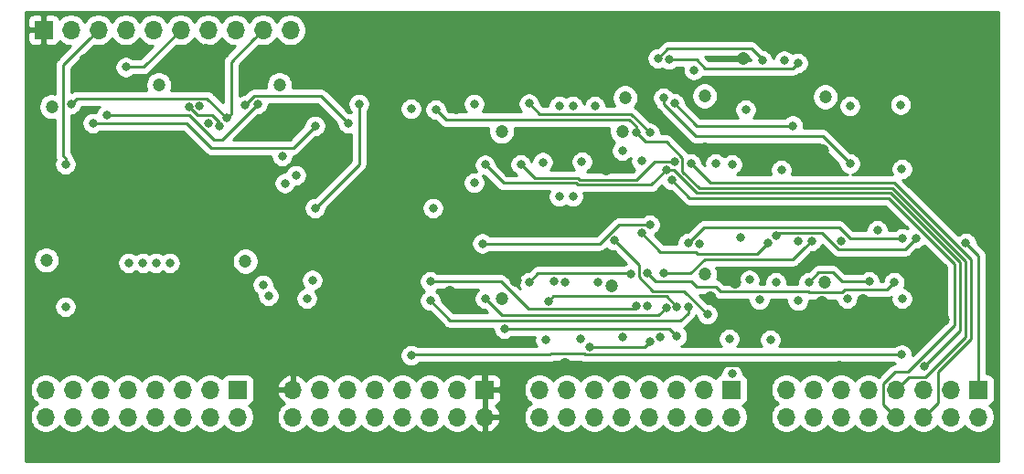
<source format=gbr>
G04 #@! TF.GenerationSoftware,KiCad,Pcbnew,5.1.5+dfsg1-2build2*
G04 #@! TF.CreationDate,2022-05-21T12:29:04-07:00*
G04 #@! TF.ProjectId,ProgramCounter,50726f67-7261-46d4-936f-756e7465722e,rev?*
G04 #@! TF.SameCoordinates,Original*
G04 #@! TF.FileFunction,Copper,L2,Inr*
G04 #@! TF.FilePolarity,Positive*
%FSLAX46Y46*%
G04 Gerber Fmt 4.6, Leading zero omitted, Abs format (unit mm)*
G04 Created by KiCad (PCBNEW 5.1.5+dfsg1-2build2) date 2022-05-21 12:29:04*
%MOMM*%
%LPD*%
G04 APERTURE LIST*
%ADD10O,1.700000X1.700000*%
%ADD11R,1.700000X1.700000*%
%ADD12C,1.200000*%
%ADD13C,0.800000*%
%ADD14C,0.500000*%
%ADD15C,0.250000*%
%ADD16C,0.254000*%
G04 APERTURE END LIST*
D10*
X75184000Y-52324000D03*
X72644000Y-52324000D03*
X70104000Y-52324000D03*
X67564000Y-52324000D03*
X65024000Y-52324000D03*
X62484000Y-52324000D03*
X59944000Y-52324000D03*
X57404000Y-52324000D03*
X54864000Y-52324000D03*
D11*
X52324000Y-52324000D03*
D10*
X121120000Y-88200000D03*
X121120000Y-85660000D03*
X123660000Y-88200000D03*
X123660000Y-85660000D03*
X126200000Y-88200000D03*
X126200000Y-85660000D03*
X128740000Y-88200000D03*
X128740000Y-85660000D03*
X131280000Y-88200000D03*
X131280000Y-85660000D03*
X133820000Y-88200000D03*
X133820000Y-85660000D03*
X136360000Y-88200000D03*
X136360000Y-85660000D03*
X138900000Y-88200000D03*
D11*
X138900000Y-85660000D03*
D10*
X75400000Y-88200000D03*
X75400000Y-85660000D03*
X77940000Y-88200000D03*
X77940000Y-85660000D03*
X80480000Y-88200000D03*
X80480000Y-85660000D03*
X83020000Y-88200000D03*
X83020000Y-85660000D03*
X85560000Y-88200000D03*
X85560000Y-85660000D03*
X88100000Y-88200000D03*
X88100000Y-85660000D03*
X90640000Y-88200000D03*
X90640000Y-85660000D03*
X93180000Y-88200000D03*
D11*
X93180000Y-85660000D03*
D10*
X52540000Y-88200000D03*
X52540000Y-85660000D03*
X55080000Y-88200000D03*
X55080000Y-85660000D03*
X57620000Y-88200000D03*
X57620000Y-85660000D03*
X60160000Y-88200000D03*
X60160000Y-85660000D03*
X62700000Y-88200000D03*
X62700000Y-85660000D03*
X65240000Y-88200000D03*
X65240000Y-85660000D03*
X67780000Y-88200000D03*
X67780000Y-85660000D03*
X70320000Y-88200000D03*
D11*
X70320000Y-85660000D03*
D10*
X98260000Y-88200000D03*
X98260000Y-85660000D03*
X100800000Y-88200000D03*
X100800000Y-85660000D03*
X103340000Y-88200000D03*
X103340000Y-85660000D03*
X105880000Y-88200000D03*
X105880000Y-85660000D03*
X108420000Y-88200000D03*
X108420000Y-85660000D03*
X110960000Y-88200000D03*
X110960000Y-85660000D03*
X113500000Y-88200000D03*
X113500000Y-85660000D03*
X116040000Y-88200000D03*
D11*
X116040000Y-85660000D03*
D12*
X83566000Y-73678000D03*
X89916000Y-76646000D03*
X117094000Y-54973000D03*
X107041926Y-54655926D03*
X115570000Y-59545000D03*
X104394000Y-65216000D03*
X89877486Y-65052990D03*
X114046000Y-77154000D03*
X128778000Y-54802000D03*
X135636000Y-79186000D03*
X134620000Y-65216000D03*
X116332000Y-75671999D03*
X124385783Y-77571000D03*
X128192574Y-77372426D03*
X113580998Y-63362906D03*
X83820000Y-62992000D03*
X83904002Y-57404000D03*
X61722000Y-62738000D03*
X56134000Y-55118000D03*
X67310000Y-54192990D03*
X78486000Y-54192990D03*
X72989000Y-82296000D03*
X94996000Y-57404000D03*
X90539002Y-59551002D03*
X65532000Y-72644000D03*
X65115000Y-82042000D03*
X124493425Y-63509573D03*
X129819333Y-64958903D03*
X73513463Y-61868537D03*
X125984000Y-83566000D03*
X91694000Y-70358000D03*
X97790000Y-70358000D03*
X96012000Y-75547024D03*
X100584000Y-83312000D03*
X81026000Y-81184000D03*
X61976000Y-66548000D03*
X74930000Y-76962000D03*
X51308000Y-54610000D03*
X51562000Y-66040000D03*
X94742000Y-77234000D03*
X105918000Y-61740000D03*
X113540393Y-58439621D03*
X124714000Y-58528990D03*
X113538000Y-74948000D03*
X124671002Y-75710000D03*
X104902000Y-76055000D03*
X106172000Y-58612028D03*
X62992000Y-57404000D03*
X74168000Y-57404000D03*
X94742000Y-61722000D03*
X71012076Y-73767914D03*
X52578000Y-73660000D03*
X53086000Y-59436000D03*
D13*
X60198002Y-73914000D03*
X61535305Y-73914000D03*
X62738000Y-73914000D03*
X64008000Y-73914000D03*
X72644000Y-75946000D03*
X54356000Y-77978000D03*
X54356000Y-64770000D03*
X77216000Y-75515999D03*
X93217998Y-77234000D03*
X109982000Y-78065166D03*
X112013964Y-77996000D03*
X88138000Y-77408000D03*
X88138000Y-75630000D03*
X107188000Y-77916000D03*
X92964000Y-72117000D03*
X108458000Y-70375994D03*
X109403000Y-80781000D03*
X129540004Y-70884000D03*
X123190000Y-75710002D03*
X128778000Y-75630000D03*
X131101000Y-75710000D03*
X108204000Y-74868000D03*
X133096000Y-71646000D03*
X120142020Y-71392000D03*
X131826000Y-71646000D03*
X112014000Y-72074000D03*
X131826000Y-77233992D03*
X126746000Y-77234000D03*
X126233340Y-71904660D03*
X93218000Y-64825000D03*
X109982000Y-65296000D03*
X133862653Y-83508653D03*
X112268000Y-64708000D03*
X107188000Y-61828000D03*
X88646000Y-59708000D03*
X92201996Y-66485996D03*
X110490000Y-66232000D03*
X92202000Y-59182000D03*
X127000000Y-59374000D03*
X137733842Y-72074000D03*
X131694347Y-59242347D03*
X131821347Y-65211347D03*
X127000000Y-64708000D03*
X109728000Y-58612000D03*
X98806000Y-81044004D03*
X102103340Y-80959340D03*
X99567994Y-75630000D03*
X103632000Y-75710000D03*
X120142000Y-75710000D03*
X116078000Y-84209998D03*
X117696979Y-75496974D03*
X119634000Y-81044000D03*
X115824000Y-80964000D03*
X98552000Y-64589999D03*
X102181989Y-64534009D03*
X100076000Y-59374000D03*
X100076000Y-67756000D03*
X103378000Y-59374000D03*
X101346000Y-67756000D03*
X120904000Y-55173000D03*
X117348000Y-59708000D03*
X120650000Y-65296000D03*
X116078000Y-64788000D03*
X81534000Y-59182000D03*
X77470000Y-68834000D03*
X74676000Y-66527010D03*
X119379999Y-72039620D03*
X107696000Y-71138020D03*
X123444000Y-71900000D03*
X109728000Y-74904990D03*
X122174000Y-71863010D03*
X122189007Y-77410012D03*
X118618000Y-77322010D03*
X116840001Y-71566000D03*
X112546682Y-56032626D03*
X113030000Y-72154001D03*
X110993340Y-77991340D03*
X99091626Y-77447025D03*
X94996000Y-80022001D03*
X110972246Y-80726435D03*
X97282000Y-75710000D03*
X106680000Y-74948000D03*
X108204000Y-77916000D03*
X100584000Y-75710000D03*
X108458000Y-81218000D03*
X102870000Y-81705010D03*
X105918000Y-80790000D03*
X105918000Y-63518000D03*
X118881000Y-55136000D03*
X109220000Y-54951546D03*
X122174000Y-55390000D03*
X110236000Y-55056000D03*
X121702714Y-61195010D03*
X110744000Y-59120006D03*
X110744000Y-64534000D03*
X96520000Y-64788000D03*
X97282000Y-59157000D03*
X108471700Y-61858460D03*
X107697173Y-64490696D03*
X101346000Y-59374000D03*
X74422000Y-64008000D03*
X66784432Y-59399010D03*
X67568660Y-60955340D03*
X68580000Y-61214000D03*
X65785105Y-59436033D03*
X75692000Y-65786000D03*
X76708000Y-77216000D03*
X77470000Y-61214000D03*
X56896000Y-60960000D03*
X58166000Y-60235000D03*
X72136000Y-59182000D03*
X69287108Y-60489000D03*
X54864000Y-59182000D03*
X80518000Y-60960000D03*
X70976207Y-59316488D03*
X59952540Y-55761540D03*
X113792000Y-78678000D03*
X105193000Y-71820000D03*
X114554000Y-64708000D03*
X131789000Y-82430010D03*
X86360000Y-82488000D03*
X86360000Y-59628000D03*
X88392000Y-68834000D03*
X73152000Y-76962000D03*
D14*
X125777997Y-83359997D02*
X125984000Y-83566000D01*
X93180000Y-84310000D02*
X94130003Y-83359997D01*
X93180000Y-85660000D02*
X93180000Y-84310000D01*
X100584000Y-83312000D02*
X125777997Y-83359997D01*
X94130003Y-83359997D02*
X100584000Y-83312000D01*
D15*
X56554001Y-53173999D02*
X57404000Y-52324000D01*
X54138999Y-55589001D02*
X56554001Y-53173999D01*
X54138999Y-63987314D02*
X54138999Y-55589001D01*
X54356000Y-64204315D02*
X54138999Y-63987314D01*
X54356000Y-64770000D02*
X54356000Y-64204315D01*
X109289166Y-78758000D02*
X109982000Y-78065166D01*
X94741998Y-78758000D02*
X109289166Y-78758000D01*
X93217998Y-77234000D02*
X94741998Y-78758000D01*
X112013964Y-77996000D02*
X112013964Y-78561685D01*
X89996000Y-79266000D02*
X88138000Y-77408000D01*
X112013964Y-78561685D02*
X111309649Y-79266000D01*
X111309649Y-79266000D02*
X89996000Y-79266000D01*
X97222026Y-78172026D02*
X106931974Y-78172026D01*
X106931974Y-78172026D02*
X107188000Y-77916000D01*
X94680000Y-75630000D02*
X97222026Y-78172026D01*
X88138000Y-75630000D02*
X94680000Y-75630000D01*
X105584006Y-70375994D02*
X108458000Y-70375994D01*
X103843000Y-72117000D02*
X105584006Y-70375994D01*
X92964000Y-72117000D02*
X103843000Y-72117000D01*
X124115003Y-74784999D02*
X125392999Y-74784999D01*
X126238000Y-75630000D02*
X128778000Y-75630000D01*
X125392999Y-74784999D02*
X126238000Y-75630000D01*
X123190000Y-75710002D02*
X124115003Y-74784999D01*
X126503499Y-76403499D02*
X130407501Y-76403499D01*
X126260998Y-76646000D02*
X126503499Y-76403499D01*
X123190000Y-76646000D02*
X126260998Y-76646000D01*
X112776000Y-76138000D02*
X114554000Y-76138000D01*
X123141009Y-76597009D02*
X123190000Y-76646000D01*
X108204000Y-74868000D02*
X108966000Y-75630000D01*
X114554000Y-76138000D02*
X115013009Y-76597009D01*
X108966000Y-75630000D02*
X112268000Y-75630000D01*
X130407501Y-76403499D02*
X131101000Y-75710000D01*
X115013009Y-76597009D02*
X123141009Y-76597009D01*
X112268000Y-75630000D02*
X112776000Y-76138000D01*
X124393687Y-71138009D02*
X120396011Y-71138009D01*
X125917678Y-72662000D02*
X124393687Y-71138009D01*
X120396011Y-71138009D02*
X120142020Y-71392000D01*
X132080000Y-72662000D02*
X125917678Y-72662000D01*
X133096000Y-71646000D02*
X132080000Y-72662000D01*
X131826000Y-71646000D02*
X127000000Y-71646000D01*
X127000000Y-71646000D02*
X125984000Y-70630000D01*
X113458000Y-70630000D02*
X112014000Y-72074000D01*
X125984000Y-70630000D02*
X113458000Y-70630000D01*
X94915987Y-66522987D02*
X101664401Y-66522987D01*
X108595989Y-66682011D02*
X109982000Y-65296000D01*
X101664401Y-66522987D02*
X101823425Y-66682011D01*
X93218000Y-64825000D02*
X94915987Y-66522987D01*
X101823425Y-66682011D02*
X108595989Y-66682011D01*
X134112000Y-85368000D02*
X133820000Y-85660000D01*
X133861000Y-85660000D02*
X133820000Y-85660000D01*
X137160000Y-80211306D02*
X133862653Y-83508653D01*
X137160000Y-73854820D02*
X137160000Y-80211306D01*
X130749191Y-67444011D02*
X137160000Y-73854820D01*
X112843600Y-67444011D02*
X130749191Y-67444011D01*
X110695589Y-65296000D02*
X112843600Y-67444011D01*
X109982000Y-65296000D02*
X110695589Y-65296000D01*
X135128000Y-86892000D02*
X133820000Y-88200000D01*
X135128000Y-84012000D02*
X135128000Y-86892000D01*
X138176000Y-80964000D02*
X135128000Y-84012000D01*
X131064000Y-66486000D02*
X138176000Y-73598000D01*
X114046000Y-66486000D02*
X131064000Y-66486000D01*
X138176000Y-73598000D02*
X138176000Y-80964000D01*
X112268000Y-64708000D02*
X114046000Y-66486000D01*
X131280000Y-85660000D02*
X131280000Y-85320000D01*
X133997055Y-84484999D02*
X132455001Y-84484999D01*
X137668000Y-80814054D02*
X133997055Y-84484999D01*
X130935590Y-66994000D02*
X137668000Y-73726410D01*
X113030000Y-66994000D02*
X130935590Y-66994000D01*
X132455001Y-84484999D02*
X131280000Y-85660000D01*
X111469001Y-65433001D02*
X113030000Y-66994000D01*
X111469001Y-64163001D02*
X111469001Y-65433001D01*
X137668000Y-73726410D02*
X137668000Y-80814054D01*
X109982000Y-62676000D02*
X111469001Y-64163001D01*
X108036000Y-62676000D02*
X109982000Y-62676000D01*
X107188000Y-61828000D02*
X108036000Y-62676000D01*
X89582000Y-60644000D02*
X88646000Y-59708000D01*
X106569686Y-60644000D02*
X89582000Y-60644000D01*
X107188000Y-61262314D02*
X106569686Y-60644000D01*
X107188000Y-61828000D02*
X107188000Y-61262314D01*
X130104999Y-87024999D02*
X131280000Y-88200000D01*
X132334000Y-84012000D02*
X131188998Y-84012000D01*
X136652000Y-73983230D02*
X136652000Y-79694000D01*
X136652000Y-79694000D02*
X132334000Y-84012000D01*
X130562792Y-67894022D02*
X136652000Y-73983230D01*
X130104999Y-85095999D02*
X130104999Y-87024999D01*
X131188998Y-84012000D02*
X130104999Y-85095999D01*
X112152022Y-67894022D02*
X130562792Y-67894022D01*
X110490000Y-66232000D02*
X112152022Y-67894022D01*
X138900000Y-73240158D02*
X138900000Y-85660000D01*
X137733842Y-72074000D02*
X138900000Y-73240158D01*
X124460000Y-62168000D02*
X127000000Y-64708000D01*
X112718315Y-62168000D02*
X124460000Y-62168000D01*
X109728000Y-59177685D02*
X112718315Y-62168000D01*
X109728000Y-58612000D02*
X109728000Y-59177685D01*
X81534000Y-64770000D02*
X77470000Y-68834000D01*
X81534000Y-59182000D02*
X81534000Y-64770000D01*
X112761999Y-72879001D02*
X109436981Y-72879001D01*
X109436981Y-72879001D02*
X107696000Y-71138020D01*
X118366618Y-73053001D02*
X112935999Y-73053001D01*
X119379999Y-72039620D02*
X118366618Y-73053001D01*
X112935999Y-73053001D02*
X112761999Y-72879001D01*
X122682000Y-72582000D02*
X123444000Y-71900000D01*
X121666000Y-73598000D02*
X122682000Y-72582000D01*
X113538000Y-73598000D02*
X121666000Y-73598000D01*
X112231010Y-74904990D02*
X113538000Y-73598000D01*
X109728000Y-74904990D02*
X112231010Y-74904990D01*
X110993340Y-77991340D02*
X109982000Y-76980000D01*
X109982000Y-76980000D02*
X99558651Y-76980000D01*
X99558651Y-76980000D02*
X99091626Y-77447025D01*
X110267812Y-80022001D02*
X110972246Y-80726435D01*
X94996000Y-80022001D02*
X110267812Y-80022001D01*
X106600000Y-74868000D02*
X106680000Y-74948000D01*
X98124000Y-74868000D02*
X106600000Y-74868000D01*
X97282000Y-75710000D02*
X98124000Y-74868000D01*
X107970990Y-81705010D02*
X102870000Y-81705010D01*
X108458000Y-81218000D02*
X107970990Y-81705010D01*
X110131546Y-54040000D02*
X109220000Y-54951546D01*
X117856000Y-54040000D02*
X110131546Y-54040000D01*
X118881000Y-55065000D02*
X117856000Y-54040000D01*
X118881000Y-55136000D02*
X118881000Y-55065000D01*
X112776000Y-55056000D02*
X110236000Y-55056000D01*
X113618000Y-55898000D02*
X112776000Y-55056000D01*
X121666000Y-55898000D02*
X113618000Y-55898000D01*
X122174000Y-55390000D02*
X121666000Y-55898000D01*
X121702714Y-61195010D02*
X112819004Y-61195010D01*
X112819004Y-61195010D02*
X110744000Y-59120006D01*
X110744000Y-64534000D02*
X108886000Y-64534000D01*
X97804978Y-66072978D02*
X96520000Y-64788000D01*
X107188000Y-66232000D02*
X102009825Y-66232000D01*
X102009825Y-66232000D02*
X101850803Y-66072978D01*
X108886000Y-64534000D02*
X107188000Y-66232000D01*
X101850803Y-66072978D02*
X97804978Y-66072978D01*
X106749240Y-60136000D02*
X108471700Y-61858460D01*
X98261000Y-60136000D02*
X106749240Y-60136000D01*
X97282000Y-59157000D02*
X98261000Y-60136000D01*
X66579411Y-60230339D02*
X65785105Y-59436033D01*
X67916661Y-60230339D02*
X66579411Y-60230339D01*
X68580000Y-60893678D02*
X67916661Y-60230339D01*
X68580000Y-61214000D02*
X68580000Y-60893678D01*
X77470000Y-61214000D02*
X75438000Y-63246000D01*
X65532000Y-60960000D02*
X67818000Y-63246000D01*
X56896000Y-60960000D02*
X65532000Y-60960000D01*
X75438000Y-63246000D02*
X67818000Y-63246000D01*
X68072000Y-62484000D02*
X68834000Y-62484000D01*
X68834000Y-62484000D02*
X72136000Y-59182000D01*
X65823000Y-60235000D02*
X68072000Y-62484000D01*
X58166000Y-60235000D02*
X65823000Y-60235000D01*
X55372000Y-58674000D02*
X54864000Y-59182000D01*
X67472108Y-58674000D02*
X55372000Y-58674000D01*
X69287108Y-60489000D02*
X67472108Y-58674000D01*
X71794001Y-53173999D02*
X72644000Y-52324000D01*
X69687107Y-55280893D02*
X71794001Y-53173999D01*
X69687107Y-60089001D02*
X69687107Y-55280893D01*
X69287108Y-60489000D02*
X69687107Y-60089001D01*
X71835696Y-58456999D02*
X70976207Y-59316488D01*
X78014999Y-58456999D02*
X71835696Y-58456999D01*
X80518000Y-60960000D02*
X78014999Y-58456999D01*
X61586460Y-55761540D02*
X65024000Y-52324000D01*
X59952540Y-55761540D02*
X61586460Y-55761540D01*
X111643990Y-76529990D02*
X113792000Y-78678000D01*
X108792988Y-76529990D02*
X111643990Y-76529990D01*
X107478999Y-75216001D02*
X108792988Y-76529990D01*
X107478999Y-74105999D02*
X107478999Y-75216001D01*
X105193000Y-71820000D02*
X107478999Y-74105999D01*
X102521999Y-82430011D02*
X102616000Y-82430011D01*
X102522000Y-82430010D02*
X102521999Y-82430011D01*
X102735990Y-82430010D02*
X102522000Y-82430010D01*
X131789000Y-82430010D02*
X102735990Y-82430010D01*
X102387988Y-82296000D02*
X102521999Y-82430011D01*
X99314000Y-82296000D02*
X102387988Y-82296000D01*
X99179990Y-82430010D02*
X99314000Y-82296000D01*
X86417990Y-82430010D02*
X99179990Y-82430010D01*
X86360000Y-82488000D02*
X86417990Y-82430010D01*
D16*
G36*
X140755001Y-92315000D02*
G01*
X50685000Y-92315000D01*
X50685000Y-85513740D01*
X51055000Y-85513740D01*
X51055000Y-85806260D01*
X51112068Y-86093158D01*
X51224010Y-86363411D01*
X51386525Y-86606632D01*
X51593368Y-86813475D01*
X51767760Y-86930000D01*
X51593368Y-87046525D01*
X51386525Y-87253368D01*
X51224010Y-87496589D01*
X51112068Y-87766842D01*
X51055000Y-88053740D01*
X51055000Y-88346260D01*
X51112068Y-88633158D01*
X51224010Y-88903411D01*
X51386525Y-89146632D01*
X51593368Y-89353475D01*
X51836589Y-89515990D01*
X52106842Y-89627932D01*
X52393740Y-89685000D01*
X52686260Y-89685000D01*
X52973158Y-89627932D01*
X53243411Y-89515990D01*
X53486632Y-89353475D01*
X53693475Y-89146632D01*
X53810000Y-88972240D01*
X53926525Y-89146632D01*
X54133368Y-89353475D01*
X54376589Y-89515990D01*
X54646842Y-89627932D01*
X54933740Y-89685000D01*
X55226260Y-89685000D01*
X55513158Y-89627932D01*
X55783411Y-89515990D01*
X56026632Y-89353475D01*
X56233475Y-89146632D01*
X56350000Y-88972240D01*
X56466525Y-89146632D01*
X56673368Y-89353475D01*
X56916589Y-89515990D01*
X57186842Y-89627932D01*
X57473740Y-89685000D01*
X57766260Y-89685000D01*
X58053158Y-89627932D01*
X58323411Y-89515990D01*
X58566632Y-89353475D01*
X58773475Y-89146632D01*
X58890000Y-88972240D01*
X59006525Y-89146632D01*
X59213368Y-89353475D01*
X59456589Y-89515990D01*
X59726842Y-89627932D01*
X60013740Y-89685000D01*
X60306260Y-89685000D01*
X60593158Y-89627932D01*
X60863411Y-89515990D01*
X61106632Y-89353475D01*
X61313475Y-89146632D01*
X61430000Y-88972240D01*
X61546525Y-89146632D01*
X61753368Y-89353475D01*
X61996589Y-89515990D01*
X62266842Y-89627932D01*
X62553740Y-89685000D01*
X62846260Y-89685000D01*
X63133158Y-89627932D01*
X63403411Y-89515990D01*
X63646632Y-89353475D01*
X63853475Y-89146632D01*
X63970000Y-88972240D01*
X64086525Y-89146632D01*
X64293368Y-89353475D01*
X64536589Y-89515990D01*
X64806842Y-89627932D01*
X65093740Y-89685000D01*
X65386260Y-89685000D01*
X65673158Y-89627932D01*
X65943411Y-89515990D01*
X66186632Y-89353475D01*
X66393475Y-89146632D01*
X66510000Y-88972240D01*
X66626525Y-89146632D01*
X66833368Y-89353475D01*
X67076589Y-89515990D01*
X67346842Y-89627932D01*
X67633740Y-89685000D01*
X67926260Y-89685000D01*
X68213158Y-89627932D01*
X68483411Y-89515990D01*
X68726632Y-89353475D01*
X68933475Y-89146632D01*
X69050000Y-88972240D01*
X69166525Y-89146632D01*
X69373368Y-89353475D01*
X69616589Y-89515990D01*
X69886842Y-89627932D01*
X70173740Y-89685000D01*
X70466260Y-89685000D01*
X70753158Y-89627932D01*
X71023411Y-89515990D01*
X71266632Y-89353475D01*
X71473475Y-89146632D01*
X71635990Y-88903411D01*
X71747932Y-88633158D01*
X71805000Y-88346260D01*
X71805000Y-88053740D01*
X73915000Y-88053740D01*
X73915000Y-88346260D01*
X73972068Y-88633158D01*
X74084010Y-88903411D01*
X74246525Y-89146632D01*
X74453368Y-89353475D01*
X74696589Y-89515990D01*
X74966842Y-89627932D01*
X75253740Y-89685000D01*
X75546260Y-89685000D01*
X75833158Y-89627932D01*
X76103411Y-89515990D01*
X76346632Y-89353475D01*
X76553475Y-89146632D01*
X76670000Y-88972240D01*
X76786525Y-89146632D01*
X76993368Y-89353475D01*
X77236589Y-89515990D01*
X77506842Y-89627932D01*
X77793740Y-89685000D01*
X78086260Y-89685000D01*
X78373158Y-89627932D01*
X78643411Y-89515990D01*
X78886632Y-89353475D01*
X79093475Y-89146632D01*
X79210000Y-88972240D01*
X79326525Y-89146632D01*
X79533368Y-89353475D01*
X79776589Y-89515990D01*
X80046842Y-89627932D01*
X80333740Y-89685000D01*
X80626260Y-89685000D01*
X80913158Y-89627932D01*
X81183411Y-89515990D01*
X81426632Y-89353475D01*
X81633475Y-89146632D01*
X81750000Y-88972240D01*
X81866525Y-89146632D01*
X82073368Y-89353475D01*
X82316589Y-89515990D01*
X82586842Y-89627932D01*
X82873740Y-89685000D01*
X83166260Y-89685000D01*
X83453158Y-89627932D01*
X83723411Y-89515990D01*
X83966632Y-89353475D01*
X84173475Y-89146632D01*
X84290000Y-88972240D01*
X84406525Y-89146632D01*
X84613368Y-89353475D01*
X84856589Y-89515990D01*
X85126842Y-89627932D01*
X85413740Y-89685000D01*
X85706260Y-89685000D01*
X85993158Y-89627932D01*
X86263411Y-89515990D01*
X86506632Y-89353475D01*
X86713475Y-89146632D01*
X86830000Y-88972240D01*
X86946525Y-89146632D01*
X87153368Y-89353475D01*
X87396589Y-89515990D01*
X87666842Y-89627932D01*
X87953740Y-89685000D01*
X88246260Y-89685000D01*
X88533158Y-89627932D01*
X88803411Y-89515990D01*
X89046632Y-89353475D01*
X89253475Y-89146632D01*
X89370000Y-88972240D01*
X89486525Y-89146632D01*
X89693368Y-89353475D01*
X89936589Y-89515990D01*
X90206842Y-89627932D01*
X90493740Y-89685000D01*
X90786260Y-89685000D01*
X91073158Y-89627932D01*
X91343411Y-89515990D01*
X91586632Y-89353475D01*
X91793475Y-89146632D01*
X91915195Y-88964466D01*
X91984822Y-89081355D01*
X92179731Y-89297588D01*
X92413080Y-89471641D01*
X92675901Y-89596825D01*
X92823110Y-89641476D01*
X93053000Y-89520155D01*
X93053000Y-88327000D01*
X93307000Y-88327000D01*
X93307000Y-89520155D01*
X93536890Y-89641476D01*
X93684099Y-89596825D01*
X93946920Y-89471641D01*
X94180269Y-89297588D01*
X94375178Y-89081355D01*
X94524157Y-88831252D01*
X94621481Y-88556891D01*
X94500814Y-88327000D01*
X93307000Y-88327000D01*
X93053000Y-88327000D01*
X93033000Y-88327000D01*
X93033000Y-88073000D01*
X93053000Y-88073000D01*
X93053000Y-85787000D01*
X93307000Y-85787000D01*
X93307000Y-88073000D01*
X94500814Y-88073000D01*
X94621481Y-87843109D01*
X94524157Y-87568748D01*
X94375178Y-87318645D01*
X94198374Y-87122498D01*
X94274180Y-87099502D01*
X94384494Y-87040537D01*
X94481185Y-86961185D01*
X94560537Y-86864494D01*
X94619502Y-86754180D01*
X94655812Y-86634482D01*
X94668072Y-86510000D01*
X94665000Y-85945750D01*
X94506250Y-85787000D01*
X93307000Y-85787000D01*
X93053000Y-85787000D01*
X93033000Y-85787000D01*
X93033000Y-85533000D01*
X93053000Y-85533000D01*
X93053000Y-84333750D01*
X93307000Y-84333750D01*
X93307000Y-85533000D01*
X94506250Y-85533000D01*
X94665000Y-85374250D01*
X94668072Y-84810000D01*
X94655812Y-84685518D01*
X94619502Y-84565820D01*
X94560537Y-84455506D01*
X94481185Y-84358815D01*
X94384494Y-84279463D01*
X94274180Y-84220498D01*
X94154482Y-84184188D01*
X94030000Y-84171928D01*
X93465750Y-84175000D01*
X93307000Y-84333750D01*
X93053000Y-84333750D01*
X92894250Y-84175000D01*
X92330000Y-84171928D01*
X92205518Y-84184188D01*
X92085820Y-84220498D01*
X91975506Y-84279463D01*
X91878815Y-84358815D01*
X91799463Y-84455506D01*
X91740498Y-84565820D01*
X91718487Y-84638380D01*
X91586632Y-84506525D01*
X91343411Y-84344010D01*
X91073158Y-84232068D01*
X90786260Y-84175000D01*
X90493740Y-84175000D01*
X90206842Y-84232068D01*
X89936589Y-84344010D01*
X89693368Y-84506525D01*
X89486525Y-84713368D01*
X89370000Y-84887760D01*
X89253475Y-84713368D01*
X89046632Y-84506525D01*
X88803411Y-84344010D01*
X88533158Y-84232068D01*
X88246260Y-84175000D01*
X87953740Y-84175000D01*
X87666842Y-84232068D01*
X87396589Y-84344010D01*
X87153368Y-84506525D01*
X86946525Y-84713368D01*
X86830000Y-84887760D01*
X86713475Y-84713368D01*
X86506632Y-84506525D01*
X86263411Y-84344010D01*
X85993158Y-84232068D01*
X85706260Y-84175000D01*
X85413740Y-84175000D01*
X85126842Y-84232068D01*
X84856589Y-84344010D01*
X84613368Y-84506525D01*
X84406525Y-84713368D01*
X84290000Y-84887760D01*
X84173475Y-84713368D01*
X83966632Y-84506525D01*
X83723411Y-84344010D01*
X83453158Y-84232068D01*
X83166260Y-84175000D01*
X82873740Y-84175000D01*
X82586842Y-84232068D01*
X82316589Y-84344010D01*
X82073368Y-84506525D01*
X81866525Y-84713368D01*
X81750000Y-84887760D01*
X81633475Y-84713368D01*
X81426632Y-84506525D01*
X81183411Y-84344010D01*
X80913158Y-84232068D01*
X80626260Y-84175000D01*
X80333740Y-84175000D01*
X80046842Y-84232068D01*
X79776589Y-84344010D01*
X79533368Y-84506525D01*
X79326525Y-84713368D01*
X79210000Y-84887760D01*
X79093475Y-84713368D01*
X78886632Y-84506525D01*
X78643411Y-84344010D01*
X78373158Y-84232068D01*
X78086260Y-84175000D01*
X77793740Y-84175000D01*
X77506842Y-84232068D01*
X77236589Y-84344010D01*
X76993368Y-84506525D01*
X76786525Y-84713368D01*
X76664805Y-84895534D01*
X76595178Y-84778645D01*
X76400269Y-84562412D01*
X76166920Y-84388359D01*
X75904099Y-84263175D01*
X75756890Y-84218524D01*
X75527000Y-84339845D01*
X75527000Y-85533000D01*
X75547000Y-85533000D01*
X75547000Y-85787000D01*
X75527000Y-85787000D01*
X75527000Y-85807000D01*
X75273000Y-85807000D01*
X75273000Y-85787000D01*
X74079186Y-85787000D01*
X73958519Y-86016891D01*
X74055843Y-86291252D01*
X74204822Y-86541355D01*
X74399731Y-86757588D01*
X74629406Y-86928900D01*
X74453368Y-87046525D01*
X74246525Y-87253368D01*
X74084010Y-87496589D01*
X73972068Y-87766842D01*
X73915000Y-88053740D01*
X71805000Y-88053740D01*
X71747932Y-87766842D01*
X71635990Y-87496589D01*
X71473475Y-87253368D01*
X71341620Y-87121513D01*
X71414180Y-87099502D01*
X71524494Y-87040537D01*
X71621185Y-86961185D01*
X71700537Y-86864494D01*
X71759502Y-86754180D01*
X71795812Y-86634482D01*
X71808072Y-86510000D01*
X71808072Y-85303109D01*
X73958519Y-85303109D01*
X74079186Y-85533000D01*
X75273000Y-85533000D01*
X75273000Y-84339845D01*
X75043110Y-84218524D01*
X74895901Y-84263175D01*
X74633080Y-84388359D01*
X74399731Y-84562412D01*
X74204822Y-84778645D01*
X74055843Y-85028748D01*
X73958519Y-85303109D01*
X71808072Y-85303109D01*
X71808072Y-84810000D01*
X71795812Y-84685518D01*
X71759502Y-84565820D01*
X71700537Y-84455506D01*
X71621185Y-84358815D01*
X71524494Y-84279463D01*
X71414180Y-84220498D01*
X71294482Y-84184188D01*
X71170000Y-84171928D01*
X69470000Y-84171928D01*
X69345518Y-84184188D01*
X69225820Y-84220498D01*
X69115506Y-84279463D01*
X69018815Y-84358815D01*
X68939463Y-84455506D01*
X68880498Y-84565820D01*
X68858487Y-84638380D01*
X68726632Y-84506525D01*
X68483411Y-84344010D01*
X68213158Y-84232068D01*
X67926260Y-84175000D01*
X67633740Y-84175000D01*
X67346842Y-84232068D01*
X67076589Y-84344010D01*
X66833368Y-84506525D01*
X66626525Y-84713368D01*
X66510000Y-84887760D01*
X66393475Y-84713368D01*
X66186632Y-84506525D01*
X65943411Y-84344010D01*
X65673158Y-84232068D01*
X65386260Y-84175000D01*
X65093740Y-84175000D01*
X64806842Y-84232068D01*
X64536589Y-84344010D01*
X64293368Y-84506525D01*
X64086525Y-84713368D01*
X63970000Y-84887760D01*
X63853475Y-84713368D01*
X63646632Y-84506525D01*
X63403411Y-84344010D01*
X63133158Y-84232068D01*
X62846260Y-84175000D01*
X62553740Y-84175000D01*
X62266842Y-84232068D01*
X61996589Y-84344010D01*
X61753368Y-84506525D01*
X61546525Y-84713368D01*
X61430000Y-84887760D01*
X61313475Y-84713368D01*
X61106632Y-84506525D01*
X60863411Y-84344010D01*
X60593158Y-84232068D01*
X60306260Y-84175000D01*
X60013740Y-84175000D01*
X59726842Y-84232068D01*
X59456589Y-84344010D01*
X59213368Y-84506525D01*
X59006525Y-84713368D01*
X58890000Y-84887760D01*
X58773475Y-84713368D01*
X58566632Y-84506525D01*
X58323411Y-84344010D01*
X58053158Y-84232068D01*
X57766260Y-84175000D01*
X57473740Y-84175000D01*
X57186842Y-84232068D01*
X56916589Y-84344010D01*
X56673368Y-84506525D01*
X56466525Y-84713368D01*
X56350000Y-84887760D01*
X56233475Y-84713368D01*
X56026632Y-84506525D01*
X55783411Y-84344010D01*
X55513158Y-84232068D01*
X55226260Y-84175000D01*
X54933740Y-84175000D01*
X54646842Y-84232068D01*
X54376589Y-84344010D01*
X54133368Y-84506525D01*
X53926525Y-84713368D01*
X53810000Y-84887760D01*
X53693475Y-84713368D01*
X53486632Y-84506525D01*
X53243411Y-84344010D01*
X52973158Y-84232068D01*
X52686260Y-84175000D01*
X52393740Y-84175000D01*
X52106842Y-84232068D01*
X51836589Y-84344010D01*
X51593368Y-84506525D01*
X51386525Y-84713368D01*
X51224010Y-84956589D01*
X51112068Y-85226842D01*
X51055000Y-85513740D01*
X50685000Y-85513740D01*
X50685000Y-82386061D01*
X85325000Y-82386061D01*
X85325000Y-82589939D01*
X85364774Y-82789898D01*
X85442795Y-82978256D01*
X85556063Y-83147774D01*
X85700226Y-83291937D01*
X85869744Y-83405205D01*
X86058102Y-83483226D01*
X86258061Y-83523000D01*
X86461939Y-83523000D01*
X86661898Y-83483226D01*
X86850256Y-83405205D01*
X87019774Y-83291937D01*
X87121701Y-83190010D01*
X99142668Y-83190010D01*
X99179990Y-83193686D01*
X99217312Y-83190010D01*
X99217323Y-83190010D01*
X99328976Y-83179013D01*
X99472237Y-83135556D01*
X99604266Y-83064984D01*
X99615213Y-83056000D01*
X102086775Y-83056000D01*
X102097723Y-83064985D01*
X102229752Y-83135557D01*
X102373013Y-83179014D01*
X102484666Y-83190011D01*
X102484676Y-83190011D01*
X102521998Y-83193687D01*
X102521999Y-83193687D01*
X102559321Y-83190011D01*
X102653333Y-83190011D01*
X102653343Y-83190010D01*
X115900590Y-83190010D01*
X115776102Y-83214772D01*
X115587744Y-83292793D01*
X115418226Y-83406061D01*
X115274063Y-83550224D01*
X115160795Y-83719742D01*
X115082774Y-83908100D01*
X115043000Y-84108059D01*
X115043000Y-84191019D01*
X114945820Y-84220498D01*
X114835506Y-84279463D01*
X114738815Y-84358815D01*
X114659463Y-84455506D01*
X114600498Y-84565820D01*
X114578487Y-84638380D01*
X114446632Y-84506525D01*
X114203411Y-84344010D01*
X113933158Y-84232068D01*
X113646260Y-84175000D01*
X113353740Y-84175000D01*
X113066842Y-84232068D01*
X112796589Y-84344010D01*
X112553368Y-84506525D01*
X112346525Y-84713368D01*
X112230000Y-84887760D01*
X112113475Y-84713368D01*
X111906632Y-84506525D01*
X111663411Y-84344010D01*
X111393158Y-84232068D01*
X111106260Y-84175000D01*
X110813740Y-84175000D01*
X110526842Y-84232068D01*
X110256589Y-84344010D01*
X110013368Y-84506525D01*
X109806525Y-84713368D01*
X109690000Y-84887760D01*
X109573475Y-84713368D01*
X109366632Y-84506525D01*
X109123411Y-84344010D01*
X108853158Y-84232068D01*
X108566260Y-84175000D01*
X108273740Y-84175000D01*
X107986842Y-84232068D01*
X107716589Y-84344010D01*
X107473368Y-84506525D01*
X107266525Y-84713368D01*
X107150000Y-84887760D01*
X107033475Y-84713368D01*
X106826632Y-84506525D01*
X106583411Y-84344010D01*
X106313158Y-84232068D01*
X106026260Y-84175000D01*
X105733740Y-84175000D01*
X105446842Y-84232068D01*
X105176589Y-84344010D01*
X104933368Y-84506525D01*
X104726525Y-84713368D01*
X104610000Y-84887760D01*
X104493475Y-84713368D01*
X104286632Y-84506525D01*
X104043411Y-84344010D01*
X103773158Y-84232068D01*
X103486260Y-84175000D01*
X103193740Y-84175000D01*
X102906842Y-84232068D01*
X102636589Y-84344010D01*
X102393368Y-84506525D01*
X102186525Y-84713368D01*
X102070000Y-84887760D01*
X101953475Y-84713368D01*
X101746632Y-84506525D01*
X101503411Y-84344010D01*
X101233158Y-84232068D01*
X100946260Y-84175000D01*
X100653740Y-84175000D01*
X100366842Y-84232068D01*
X100096589Y-84344010D01*
X99853368Y-84506525D01*
X99646525Y-84713368D01*
X99530000Y-84887760D01*
X99413475Y-84713368D01*
X99206632Y-84506525D01*
X98963411Y-84344010D01*
X98693158Y-84232068D01*
X98406260Y-84175000D01*
X98113740Y-84175000D01*
X97826842Y-84232068D01*
X97556589Y-84344010D01*
X97313368Y-84506525D01*
X97106525Y-84713368D01*
X96944010Y-84956589D01*
X96832068Y-85226842D01*
X96775000Y-85513740D01*
X96775000Y-85806260D01*
X96832068Y-86093158D01*
X96944010Y-86363411D01*
X97106525Y-86606632D01*
X97313368Y-86813475D01*
X97487760Y-86930000D01*
X97313368Y-87046525D01*
X97106525Y-87253368D01*
X96944010Y-87496589D01*
X96832068Y-87766842D01*
X96775000Y-88053740D01*
X96775000Y-88346260D01*
X96832068Y-88633158D01*
X96944010Y-88903411D01*
X97106525Y-89146632D01*
X97313368Y-89353475D01*
X97556589Y-89515990D01*
X97826842Y-89627932D01*
X98113740Y-89685000D01*
X98406260Y-89685000D01*
X98693158Y-89627932D01*
X98963411Y-89515990D01*
X99206632Y-89353475D01*
X99413475Y-89146632D01*
X99530000Y-88972240D01*
X99646525Y-89146632D01*
X99853368Y-89353475D01*
X100096589Y-89515990D01*
X100366842Y-89627932D01*
X100653740Y-89685000D01*
X100946260Y-89685000D01*
X101233158Y-89627932D01*
X101503411Y-89515990D01*
X101746632Y-89353475D01*
X101953475Y-89146632D01*
X102070000Y-88972240D01*
X102186525Y-89146632D01*
X102393368Y-89353475D01*
X102636589Y-89515990D01*
X102906842Y-89627932D01*
X103193740Y-89685000D01*
X103486260Y-89685000D01*
X103773158Y-89627932D01*
X104043411Y-89515990D01*
X104286632Y-89353475D01*
X104493475Y-89146632D01*
X104610000Y-88972240D01*
X104726525Y-89146632D01*
X104933368Y-89353475D01*
X105176589Y-89515990D01*
X105446842Y-89627932D01*
X105733740Y-89685000D01*
X106026260Y-89685000D01*
X106313158Y-89627932D01*
X106583411Y-89515990D01*
X106826632Y-89353475D01*
X107033475Y-89146632D01*
X107150000Y-88972240D01*
X107266525Y-89146632D01*
X107473368Y-89353475D01*
X107716589Y-89515990D01*
X107986842Y-89627932D01*
X108273740Y-89685000D01*
X108566260Y-89685000D01*
X108853158Y-89627932D01*
X109123411Y-89515990D01*
X109366632Y-89353475D01*
X109573475Y-89146632D01*
X109690000Y-88972240D01*
X109806525Y-89146632D01*
X110013368Y-89353475D01*
X110256589Y-89515990D01*
X110526842Y-89627932D01*
X110813740Y-89685000D01*
X111106260Y-89685000D01*
X111393158Y-89627932D01*
X111663411Y-89515990D01*
X111906632Y-89353475D01*
X112113475Y-89146632D01*
X112230000Y-88972240D01*
X112346525Y-89146632D01*
X112553368Y-89353475D01*
X112796589Y-89515990D01*
X113066842Y-89627932D01*
X113353740Y-89685000D01*
X113646260Y-89685000D01*
X113933158Y-89627932D01*
X114203411Y-89515990D01*
X114446632Y-89353475D01*
X114653475Y-89146632D01*
X114770000Y-88972240D01*
X114886525Y-89146632D01*
X115093368Y-89353475D01*
X115336589Y-89515990D01*
X115606842Y-89627932D01*
X115893740Y-89685000D01*
X116186260Y-89685000D01*
X116473158Y-89627932D01*
X116743411Y-89515990D01*
X116986632Y-89353475D01*
X117193475Y-89146632D01*
X117355990Y-88903411D01*
X117467932Y-88633158D01*
X117525000Y-88346260D01*
X117525000Y-88053740D01*
X117467932Y-87766842D01*
X117355990Y-87496589D01*
X117193475Y-87253368D01*
X117061620Y-87121513D01*
X117134180Y-87099502D01*
X117244494Y-87040537D01*
X117341185Y-86961185D01*
X117420537Y-86864494D01*
X117479502Y-86754180D01*
X117515812Y-86634482D01*
X117528072Y-86510000D01*
X117528072Y-84810000D01*
X117515812Y-84685518D01*
X117479502Y-84565820D01*
X117420537Y-84455506D01*
X117341185Y-84358815D01*
X117244494Y-84279463D01*
X117134180Y-84220498D01*
X117113000Y-84214073D01*
X117113000Y-84108059D01*
X117073226Y-83908100D01*
X116995205Y-83719742D01*
X116881937Y-83550224D01*
X116737774Y-83406061D01*
X116568256Y-83292793D01*
X116379898Y-83214772D01*
X116255410Y-83190010D01*
X131085289Y-83190010D01*
X131129226Y-83233947D01*
X131155657Y-83251608D01*
X131151674Y-83252000D01*
X131151665Y-83252000D01*
X131040012Y-83262997D01*
X130896751Y-83306454D01*
X130764721Y-83377026D01*
X130705978Y-83425236D01*
X130648997Y-83471999D01*
X130625199Y-83500997D01*
X129646492Y-84479705D01*
X129443411Y-84344010D01*
X129173158Y-84232068D01*
X128886260Y-84175000D01*
X128593740Y-84175000D01*
X128306842Y-84232068D01*
X128036589Y-84344010D01*
X127793368Y-84506525D01*
X127586525Y-84713368D01*
X127470000Y-84887760D01*
X127353475Y-84713368D01*
X127146632Y-84506525D01*
X126903411Y-84344010D01*
X126633158Y-84232068D01*
X126346260Y-84175000D01*
X126053740Y-84175000D01*
X125766842Y-84232068D01*
X125496589Y-84344010D01*
X125253368Y-84506525D01*
X125046525Y-84713368D01*
X124930000Y-84887760D01*
X124813475Y-84713368D01*
X124606632Y-84506525D01*
X124363411Y-84344010D01*
X124093158Y-84232068D01*
X123806260Y-84175000D01*
X123513740Y-84175000D01*
X123226842Y-84232068D01*
X122956589Y-84344010D01*
X122713368Y-84506525D01*
X122506525Y-84713368D01*
X122390000Y-84887760D01*
X122273475Y-84713368D01*
X122066632Y-84506525D01*
X121823411Y-84344010D01*
X121553158Y-84232068D01*
X121266260Y-84175000D01*
X120973740Y-84175000D01*
X120686842Y-84232068D01*
X120416589Y-84344010D01*
X120173368Y-84506525D01*
X119966525Y-84713368D01*
X119804010Y-84956589D01*
X119692068Y-85226842D01*
X119635000Y-85513740D01*
X119635000Y-85806260D01*
X119692068Y-86093158D01*
X119804010Y-86363411D01*
X119966525Y-86606632D01*
X120173368Y-86813475D01*
X120347760Y-86930000D01*
X120173368Y-87046525D01*
X119966525Y-87253368D01*
X119804010Y-87496589D01*
X119692068Y-87766842D01*
X119635000Y-88053740D01*
X119635000Y-88346260D01*
X119692068Y-88633158D01*
X119804010Y-88903411D01*
X119966525Y-89146632D01*
X120173368Y-89353475D01*
X120416589Y-89515990D01*
X120686842Y-89627932D01*
X120973740Y-89685000D01*
X121266260Y-89685000D01*
X121553158Y-89627932D01*
X121823411Y-89515990D01*
X122066632Y-89353475D01*
X122273475Y-89146632D01*
X122390000Y-88972240D01*
X122506525Y-89146632D01*
X122713368Y-89353475D01*
X122956589Y-89515990D01*
X123226842Y-89627932D01*
X123513740Y-89685000D01*
X123806260Y-89685000D01*
X124093158Y-89627932D01*
X124363411Y-89515990D01*
X124606632Y-89353475D01*
X124813475Y-89146632D01*
X124930000Y-88972240D01*
X125046525Y-89146632D01*
X125253368Y-89353475D01*
X125496589Y-89515990D01*
X125766842Y-89627932D01*
X126053740Y-89685000D01*
X126346260Y-89685000D01*
X126633158Y-89627932D01*
X126903411Y-89515990D01*
X127146632Y-89353475D01*
X127353475Y-89146632D01*
X127470000Y-88972240D01*
X127586525Y-89146632D01*
X127793368Y-89353475D01*
X128036589Y-89515990D01*
X128306842Y-89627932D01*
X128593740Y-89685000D01*
X128886260Y-89685000D01*
X129173158Y-89627932D01*
X129443411Y-89515990D01*
X129686632Y-89353475D01*
X129893475Y-89146632D01*
X130010000Y-88972240D01*
X130126525Y-89146632D01*
X130333368Y-89353475D01*
X130576589Y-89515990D01*
X130846842Y-89627932D01*
X131133740Y-89685000D01*
X131426260Y-89685000D01*
X131713158Y-89627932D01*
X131983411Y-89515990D01*
X132226632Y-89353475D01*
X132433475Y-89146632D01*
X132550000Y-88972240D01*
X132666525Y-89146632D01*
X132873368Y-89353475D01*
X133116589Y-89515990D01*
X133386842Y-89627932D01*
X133673740Y-89685000D01*
X133966260Y-89685000D01*
X134253158Y-89627932D01*
X134523411Y-89515990D01*
X134766632Y-89353475D01*
X134973475Y-89146632D01*
X135090000Y-88972240D01*
X135206525Y-89146632D01*
X135413368Y-89353475D01*
X135656589Y-89515990D01*
X135926842Y-89627932D01*
X136213740Y-89685000D01*
X136506260Y-89685000D01*
X136793158Y-89627932D01*
X137063411Y-89515990D01*
X137306632Y-89353475D01*
X137513475Y-89146632D01*
X137630000Y-88972240D01*
X137746525Y-89146632D01*
X137953368Y-89353475D01*
X138196589Y-89515990D01*
X138466842Y-89627932D01*
X138753740Y-89685000D01*
X139046260Y-89685000D01*
X139333158Y-89627932D01*
X139603411Y-89515990D01*
X139846632Y-89353475D01*
X140053475Y-89146632D01*
X140215990Y-88903411D01*
X140327932Y-88633158D01*
X140385000Y-88346260D01*
X140385000Y-88053740D01*
X140327932Y-87766842D01*
X140215990Y-87496589D01*
X140053475Y-87253368D01*
X139921620Y-87121513D01*
X139994180Y-87099502D01*
X140104494Y-87040537D01*
X140201185Y-86961185D01*
X140280537Y-86864494D01*
X140339502Y-86754180D01*
X140375812Y-86634482D01*
X140388072Y-86510000D01*
X140388072Y-84810000D01*
X140375812Y-84685518D01*
X140339502Y-84565820D01*
X140280537Y-84455506D01*
X140201185Y-84358815D01*
X140104494Y-84279463D01*
X139994180Y-84220498D01*
X139874482Y-84184188D01*
X139750000Y-84171928D01*
X139660000Y-84171928D01*
X139660000Y-73277480D01*
X139663676Y-73240157D01*
X139660000Y-73202834D01*
X139660000Y-73202825D01*
X139649003Y-73091172D01*
X139605546Y-72947911D01*
X139534974Y-72815882D01*
X139502879Y-72776774D01*
X139463799Y-72729154D01*
X139463795Y-72729150D01*
X139440001Y-72700157D01*
X139411009Y-72676364D01*
X138768842Y-72034198D01*
X138768842Y-71972061D01*
X138729068Y-71772102D01*
X138651047Y-71583744D01*
X138537779Y-71414226D01*
X138393616Y-71270063D01*
X138224098Y-71156795D01*
X138035740Y-71078774D01*
X137835781Y-71039000D01*
X137631903Y-71039000D01*
X137431944Y-71078774D01*
X137243586Y-71156795D01*
X137074068Y-71270063D01*
X136998466Y-71345665D01*
X131899148Y-66246347D01*
X131923286Y-66246347D01*
X132123245Y-66206573D01*
X132311603Y-66128552D01*
X132481121Y-66015284D01*
X132625284Y-65871121D01*
X132738552Y-65701603D01*
X132816573Y-65513245D01*
X132856347Y-65313286D01*
X132856347Y-65109408D01*
X132816573Y-64909449D01*
X132738552Y-64721091D01*
X132625284Y-64551573D01*
X132481121Y-64407410D01*
X132311603Y-64294142D01*
X132123245Y-64216121D01*
X131923286Y-64176347D01*
X131719408Y-64176347D01*
X131519449Y-64216121D01*
X131331091Y-64294142D01*
X131161573Y-64407410D01*
X131017410Y-64551573D01*
X130904142Y-64721091D01*
X130826121Y-64909449D01*
X130786347Y-65109408D01*
X130786347Y-65313286D01*
X130826121Y-65513245D01*
X130904142Y-65701603D01*
X130920444Y-65726000D01*
X127187404Y-65726000D01*
X127301898Y-65703226D01*
X127490256Y-65625205D01*
X127659774Y-65511937D01*
X127803937Y-65367774D01*
X127917205Y-65198256D01*
X127995226Y-65009898D01*
X128035000Y-64809939D01*
X128035000Y-64606061D01*
X127995226Y-64406102D01*
X127917205Y-64217744D01*
X127803937Y-64048226D01*
X127659774Y-63904063D01*
X127490256Y-63790795D01*
X127301898Y-63712774D01*
X127101939Y-63673000D01*
X127039803Y-63673000D01*
X125023804Y-61657003D01*
X125000001Y-61627999D01*
X124884276Y-61533026D01*
X124752247Y-61462454D01*
X124608986Y-61418997D01*
X124497333Y-61408000D01*
X124497322Y-61408000D01*
X124460000Y-61404324D01*
X124422678Y-61408000D01*
X122715625Y-61408000D01*
X122737714Y-61296949D01*
X122737714Y-61093071D01*
X122697940Y-60893112D01*
X122619919Y-60704754D01*
X122506651Y-60535236D01*
X122362488Y-60391073D01*
X122192970Y-60277805D01*
X122004612Y-60199784D01*
X121804653Y-60160010D01*
X121600775Y-60160010D01*
X121400816Y-60199784D01*
X121212458Y-60277805D01*
X121042940Y-60391073D01*
X120999003Y-60435010D01*
X118084701Y-60435010D01*
X118151937Y-60367774D01*
X118265205Y-60198256D01*
X118343226Y-60009898D01*
X118383000Y-59809939D01*
X118383000Y-59606061D01*
X118343226Y-59406102D01*
X118265205Y-59217744D01*
X118151937Y-59048226D01*
X118007774Y-58904063D01*
X117838256Y-58790795D01*
X117649898Y-58712774D01*
X117449939Y-58673000D01*
X117246061Y-58673000D01*
X117046102Y-58712774D01*
X116857744Y-58790795D01*
X116688226Y-58904063D01*
X116544063Y-59048226D01*
X116430795Y-59217744D01*
X116352774Y-59406102D01*
X116313000Y-59606061D01*
X116313000Y-59809939D01*
X116352774Y-60009898D01*
X116430795Y-60198256D01*
X116544063Y-60367774D01*
X116611299Y-60435010D01*
X113133806Y-60435010D01*
X111779000Y-59080205D01*
X111779000Y-59018067D01*
X111739226Y-58818108D01*
X111661205Y-58629750D01*
X111547937Y-58460232D01*
X111405689Y-58317984D01*
X112305393Y-58317984D01*
X112305393Y-58561258D01*
X112352853Y-58799857D01*
X112445950Y-59024613D01*
X112581106Y-59226888D01*
X112753126Y-59398908D01*
X112955401Y-59534064D01*
X113180157Y-59627161D01*
X113418756Y-59674621D01*
X113662030Y-59674621D01*
X113900629Y-59627161D01*
X114125385Y-59534064D01*
X114327660Y-59398908D01*
X114499680Y-59226888D01*
X114634836Y-59024613D01*
X114727933Y-58799857D01*
X114775393Y-58561258D01*
X114775393Y-58407353D01*
X123479000Y-58407353D01*
X123479000Y-58650627D01*
X123526460Y-58889226D01*
X123619557Y-59113982D01*
X123754713Y-59316257D01*
X123926733Y-59488277D01*
X124129008Y-59623433D01*
X124353764Y-59716530D01*
X124592363Y-59763990D01*
X124835637Y-59763990D01*
X125074236Y-59716530D01*
X125298992Y-59623433D01*
X125501267Y-59488277D01*
X125673287Y-59316257D01*
X125702817Y-59272061D01*
X125965000Y-59272061D01*
X125965000Y-59475939D01*
X126004774Y-59675898D01*
X126082795Y-59864256D01*
X126196063Y-60033774D01*
X126340226Y-60177937D01*
X126509744Y-60291205D01*
X126698102Y-60369226D01*
X126898061Y-60409000D01*
X127101939Y-60409000D01*
X127301898Y-60369226D01*
X127490256Y-60291205D01*
X127659774Y-60177937D01*
X127803937Y-60033774D01*
X127917205Y-59864256D01*
X127995226Y-59675898D01*
X128035000Y-59475939D01*
X128035000Y-59272061D01*
X128008813Y-59140408D01*
X130659347Y-59140408D01*
X130659347Y-59344286D01*
X130699121Y-59544245D01*
X130777142Y-59732603D01*
X130890410Y-59902121D01*
X131034573Y-60046284D01*
X131204091Y-60159552D01*
X131392449Y-60237573D01*
X131592408Y-60277347D01*
X131796286Y-60277347D01*
X131996245Y-60237573D01*
X132184603Y-60159552D01*
X132354121Y-60046284D01*
X132498284Y-59902121D01*
X132611552Y-59732603D01*
X132689573Y-59544245D01*
X132729347Y-59344286D01*
X132729347Y-59140408D01*
X132689573Y-58940449D01*
X132611552Y-58752091D01*
X132498284Y-58582573D01*
X132354121Y-58438410D01*
X132184603Y-58325142D01*
X131996245Y-58247121D01*
X131796286Y-58207347D01*
X131592408Y-58207347D01*
X131392449Y-58247121D01*
X131204091Y-58325142D01*
X131034573Y-58438410D01*
X130890410Y-58582573D01*
X130777142Y-58752091D01*
X130699121Y-58940449D01*
X130659347Y-59140408D01*
X128008813Y-59140408D01*
X127995226Y-59072102D01*
X127917205Y-58883744D01*
X127803937Y-58714226D01*
X127659774Y-58570063D01*
X127490256Y-58456795D01*
X127301898Y-58378774D01*
X127101939Y-58339000D01*
X126898061Y-58339000D01*
X126698102Y-58378774D01*
X126509744Y-58456795D01*
X126340226Y-58570063D01*
X126196063Y-58714226D01*
X126082795Y-58883744D01*
X126004774Y-59072102D01*
X125965000Y-59272061D01*
X125702817Y-59272061D01*
X125808443Y-59113982D01*
X125901540Y-58889226D01*
X125949000Y-58650627D01*
X125949000Y-58407353D01*
X125901540Y-58168754D01*
X125808443Y-57943998D01*
X125673287Y-57741723D01*
X125501267Y-57569703D01*
X125298992Y-57434547D01*
X125074236Y-57341450D01*
X124835637Y-57293990D01*
X124592363Y-57293990D01*
X124353764Y-57341450D01*
X124129008Y-57434547D01*
X123926733Y-57569703D01*
X123754713Y-57741723D01*
X123619557Y-57943998D01*
X123526460Y-58168754D01*
X123479000Y-58407353D01*
X114775393Y-58407353D01*
X114775393Y-58317984D01*
X114727933Y-58079385D01*
X114634836Y-57854629D01*
X114499680Y-57652354D01*
X114327660Y-57480334D01*
X114125385Y-57345178D01*
X113900629Y-57252081D01*
X113662030Y-57204621D01*
X113418756Y-57204621D01*
X113180157Y-57252081D01*
X112955401Y-57345178D01*
X112753126Y-57480334D01*
X112581106Y-57652354D01*
X112445950Y-57854629D01*
X112352853Y-58079385D01*
X112305393Y-58317984D01*
X111405689Y-58317984D01*
X111403774Y-58316069D01*
X111234256Y-58202801D01*
X111045898Y-58124780D01*
X110845939Y-58085006D01*
X110642061Y-58085006D01*
X110623168Y-58088764D01*
X110531937Y-57952226D01*
X110387774Y-57808063D01*
X110218256Y-57694795D01*
X110029898Y-57616774D01*
X109829939Y-57577000D01*
X109626061Y-57577000D01*
X109426102Y-57616774D01*
X109237744Y-57694795D01*
X109068226Y-57808063D01*
X108924063Y-57952226D01*
X108810795Y-58121744D01*
X108732774Y-58310102D01*
X108693000Y-58510061D01*
X108693000Y-58713939D01*
X108732774Y-58913898D01*
X108810795Y-59102256D01*
X108924063Y-59271774D01*
X108979013Y-59326724D01*
X109022454Y-59469932D01*
X109039075Y-59501026D01*
X109093026Y-59601961D01*
X109152657Y-59674621D01*
X109188000Y-59717686D01*
X109216998Y-59741484D01*
X112154515Y-62679002D01*
X112178314Y-62708001D01*
X112207312Y-62731799D01*
X112294038Y-62802974D01*
X112406338Y-62863000D01*
X112426068Y-62873546D01*
X112569329Y-62917003D01*
X112680982Y-62928000D01*
X112680991Y-62928000D01*
X112718314Y-62931676D01*
X112755637Y-62928000D01*
X124145199Y-62928000D01*
X125965000Y-64747803D01*
X125965000Y-64809939D01*
X126004774Y-65009898D01*
X126082795Y-65198256D01*
X126196063Y-65367774D01*
X126340226Y-65511937D01*
X126509744Y-65625205D01*
X126698102Y-65703226D01*
X126812596Y-65726000D01*
X121592164Y-65726000D01*
X121645226Y-65597898D01*
X121685000Y-65397939D01*
X121685000Y-65194061D01*
X121645226Y-64994102D01*
X121567205Y-64805744D01*
X121453937Y-64636226D01*
X121309774Y-64492063D01*
X121140256Y-64378795D01*
X120951898Y-64300774D01*
X120751939Y-64261000D01*
X120548061Y-64261000D01*
X120348102Y-64300774D01*
X120159744Y-64378795D01*
X119990226Y-64492063D01*
X119846063Y-64636226D01*
X119732795Y-64805744D01*
X119654774Y-64994102D01*
X119615000Y-65194061D01*
X119615000Y-65397939D01*
X119654774Y-65597898D01*
X119707836Y-65726000D01*
X116518053Y-65726000D01*
X116568256Y-65705205D01*
X116737774Y-65591937D01*
X116881937Y-65447774D01*
X116995205Y-65278256D01*
X117073226Y-65089898D01*
X117113000Y-64889939D01*
X117113000Y-64686061D01*
X117073226Y-64486102D01*
X116995205Y-64297744D01*
X116881937Y-64128226D01*
X116737774Y-63984063D01*
X116568256Y-63870795D01*
X116379898Y-63792774D01*
X116179939Y-63753000D01*
X115976061Y-63753000D01*
X115776102Y-63792774D01*
X115587744Y-63870795D01*
X115418226Y-63984063D01*
X115356000Y-64046289D01*
X115213774Y-63904063D01*
X115044256Y-63790795D01*
X114855898Y-63712774D01*
X114655939Y-63673000D01*
X114452061Y-63673000D01*
X114252102Y-63712774D01*
X114063744Y-63790795D01*
X113894226Y-63904063D01*
X113750063Y-64048226D01*
X113636795Y-64217744D01*
X113558774Y-64406102D01*
X113519000Y-64606061D01*
X113519000Y-64809939D01*
X113537439Y-64902637D01*
X113303000Y-64668199D01*
X113303000Y-64606061D01*
X113263226Y-64406102D01*
X113185205Y-64217744D01*
X113071937Y-64048226D01*
X112927774Y-63904063D01*
X112758256Y-63790795D01*
X112569898Y-63712774D01*
X112369939Y-63673000D01*
X112166061Y-63673000D01*
X112066318Y-63692840D01*
X112032800Y-63651998D01*
X112009002Y-63623000D01*
X111980005Y-63599203D01*
X110545804Y-62165003D01*
X110522001Y-62135999D01*
X110406276Y-62041026D01*
X110274247Y-61970454D01*
X110130986Y-61926997D01*
X110019333Y-61916000D01*
X110019322Y-61916000D01*
X109982000Y-61912324D01*
X109944678Y-61916000D01*
X109506700Y-61916000D01*
X109506700Y-61756521D01*
X109466926Y-61556562D01*
X109388905Y-61368204D01*
X109275637Y-61198686D01*
X109131474Y-61054523D01*
X108961956Y-60941255D01*
X108773598Y-60863234D01*
X108573639Y-60823460D01*
X108511502Y-60823460D01*
X107313044Y-59625003D01*
X107289241Y-59595999D01*
X107173516Y-59501026D01*
X107079702Y-59450880D01*
X107131287Y-59399295D01*
X107266443Y-59197020D01*
X107359540Y-58972264D01*
X107407000Y-58733665D01*
X107407000Y-58490391D01*
X107359540Y-58251792D01*
X107266443Y-58027036D01*
X107131287Y-57824761D01*
X106959267Y-57652741D01*
X106756992Y-57517585D01*
X106532236Y-57424488D01*
X106293637Y-57377028D01*
X106050363Y-57377028D01*
X105811764Y-57424488D01*
X105587008Y-57517585D01*
X105384733Y-57652741D01*
X105212713Y-57824761D01*
X105077557Y-58027036D01*
X104984460Y-58251792D01*
X104937000Y-58490391D01*
X104937000Y-58733665D01*
X104984460Y-58972264D01*
X105077557Y-59197020D01*
X105197148Y-59376000D01*
X104413000Y-59376000D01*
X104413000Y-59272061D01*
X104373226Y-59072102D01*
X104295205Y-58883744D01*
X104181937Y-58714226D01*
X104037774Y-58570063D01*
X103868256Y-58456795D01*
X103679898Y-58378774D01*
X103479939Y-58339000D01*
X103276061Y-58339000D01*
X103076102Y-58378774D01*
X102887744Y-58456795D01*
X102718226Y-58570063D01*
X102574063Y-58714226D01*
X102460795Y-58883744D01*
X102382774Y-59072102D01*
X102362000Y-59176541D01*
X102341226Y-59072102D01*
X102263205Y-58883744D01*
X102149937Y-58714226D01*
X102005774Y-58570063D01*
X101836256Y-58456795D01*
X101647898Y-58378774D01*
X101447939Y-58339000D01*
X101244061Y-58339000D01*
X101044102Y-58378774D01*
X100855744Y-58456795D01*
X100711000Y-58553510D01*
X100566256Y-58456795D01*
X100377898Y-58378774D01*
X100177939Y-58339000D01*
X99974061Y-58339000D01*
X99774102Y-58378774D01*
X99585744Y-58456795D01*
X99416226Y-58570063D01*
X99272063Y-58714226D01*
X99158795Y-58883744D01*
X99080774Y-59072102D01*
X99041000Y-59272061D01*
X99041000Y-59376000D01*
X98575802Y-59376000D01*
X98317000Y-59117198D01*
X98317000Y-59055061D01*
X98277226Y-58855102D01*
X98199205Y-58666744D01*
X98085937Y-58497226D01*
X97941774Y-58353063D01*
X97772256Y-58239795D01*
X97583898Y-58161774D01*
X97383939Y-58122000D01*
X97180061Y-58122000D01*
X96980102Y-58161774D01*
X96791744Y-58239795D01*
X96622226Y-58353063D01*
X96478063Y-58497226D01*
X96364795Y-58666744D01*
X96286774Y-58855102D01*
X96247000Y-59055061D01*
X96247000Y-59258939D01*
X96286774Y-59458898D01*
X96364795Y-59647256D01*
X96478063Y-59816774D01*
X96545289Y-59884000D01*
X92963711Y-59884000D01*
X93005937Y-59841774D01*
X93119205Y-59672256D01*
X93197226Y-59483898D01*
X93237000Y-59283939D01*
X93237000Y-59080061D01*
X93197226Y-58880102D01*
X93119205Y-58691744D01*
X93005937Y-58522226D01*
X92861774Y-58378063D01*
X92692256Y-58264795D01*
X92503898Y-58186774D01*
X92303939Y-58147000D01*
X92100061Y-58147000D01*
X91900102Y-58186774D01*
X91711744Y-58264795D01*
X91542226Y-58378063D01*
X91398063Y-58522226D01*
X91284795Y-58691744D01*
X91206774Y-58880102D01*
X91167000Y-59080061D01*
X91167000Y-59283939D01*
X91206774Y-59483898D01*
X91284795Y-59672256D01*
X91398063Y-59841774D01*
X91440289Y-59884000D01*
X89896802Y-59884000D01*
X89681000Y-59668198D01*
X89681000Y-59606061D01*
X89641226Y-59406102D01*
X89563205Y-59217744D01*
X89449937Y-59048226D01*
X89305774Y-58904063D01*
X89136256Y-58790795D01*
X88947898Y-58712774D01*
X88747939Y-58673000D01*
X88544061Y-58673000D01*
X88344102Y-58712774D01*
X88155744Y-58790795D01*
X87986226Y-58904063D01*
X87842063Y-59048226D01*
X87728795Y-59217744D01*
X87650774Y-59406102D01*
X87611000Y-59606061D01*
X87611000Y-59809939D01*
X87650774Y-60009898D01*
X87728795Y-60198256D01*
X87842063Y-60367774D01*
X87986226Y-60511937D01*
X88155744Y-60625205D01*
X88344102Y-60703226D01*
X88544061Y-60743000D01*
X88606198Y-60743000D01*
X89018200Y-61155002D01*
X89041999Y-61184001D01*
X89070997Y-61207799D01*
X89157723Y-61278974D01*
X89230649Y-61317954D01*
X89289753Y-61349546D01*
X89433014Y-61393003D01*
X89544667Y-61404000D01*
X89544677Y-61404000D01*
X89582000Y-61407676D01*
X89619323Y-61404000D01*
X93546059Y-61404000D01*
X93507000Y-61600363D01*
X93507000Y-61843637D01*
X93554460Y-62082236D01*
X93647557Y-62306992D01*
X93782713Y-62509267D01*
X93954733Y-62681287D01*
X94157008Y-62816443D01*
X94381764Y-62909540D01*
X94620363Y-62957000D01*
X94863637Y-62957000D01*
X95102236Y-62909540D01*
X95326992Y-62816443D01*
X95529267Y-62681287D01*
X95701287Y-62509267D01*
X95836443Y-62306992D01*
X95929540Y-62082236D01*
X95977000Y-61843637D01*
X95977000Y-61600363D01*
X95937941Y-61404000D01*
X104725639Y-61404000D01*
X104683000Y-61618363D01*
X104683000Y-61861637D01*
X104730460Y-62100236D01*
X104823557Y-62324992D01*
X104958713Y-62527267D01*
X105130733Y-62699287D01*
X105216017Y-62756272D01*
X105114063Y-62858226D01*
X105000795Y-63027744D01*
X104922774Y-63216102D01*
X104883000Y-63416061D01*
X104883000Y-63619939D01*
X104922774Y-63819898D01*
X105000795Y-64008256D01*
X105114063Y-64177774D01*
X105258226Y-64321937D01*
X105427744Y-64435205D01*
X105616102Y-64513226D01*
X105816061Y-64553000D01*
X106019939Y-64553000D01*
X106219898Y-64513226D01*
X106408256Y-64435205D01*
X106577774Y-64321937D01*
X106699721Y-64199990D01*
X106662173Y-64388757D01*
X106662173Y-64592635D01*
X106701947Y-64792594D01*
X106779968Y-64980952D01*
X106893236Y-65150470D01*
X107037399Y-65294633D01*
X107045292Y-65299907D01*
X106873199Y-65472000D01*
X102622064Y-65472000D01*
X102672245Y-65451214D01*
X102841763Y-65337946D01*
X102985926Y-65193783D01*
X103099194Y-65024265D01*
X103177215Y-64835907D01*
X103216989Y-64635948D01*
X103216989Y-64432070D01*
X103177215Y-64232111D01*
X103099194Y-64043753D01*
X102985926Y-63874235D01*
X102841763Y-63730072D01*
X102672245Y-63616804D01*
X102483887Y-63538783D01*
X102283928Y-63499009D01*
X102080050Y-63499009D01*
X101880091Y-63538783D01*
X101691733Y-63616804D01*
X101522215Y-63730072D01*
X101378052Y-63874235D01*
X101264784Y-64043753D01*
X101186763Y-64232111D01*
X101146989Y-64432070D01*
X101146989Y-64635948D01*
X101186763Y-64835907D01*
X101264784Y-65024265D01*
X101378052Y-65193783D01*
X101497247Y-65312978D01*
X99292732Y-65312978D01*
X99355937Y-65249773D01*
X99469205Y-65080255D01*
X99547226Y-64891897D01*
X99587000Y-64691938D01*
X99587000Y-64488060D01*
X99547226Y-64288101D01*
X99469205Y-64099743D01*
X99355937Y-63930225D01*
X99211774Y-63786062D01*
X99042256Y-63672794D01*
X98853898Y-63594773D01*
X98653939Y-63554999D01*
X98450061Y-63554999D01*
X98250102Y-63594773D01*
X98061744Y-63672794D01*
X97892226Y-63786062D01*
X97748063Y-63930225D01*
X97634795Y-64099743D01*
X97556774Y-64288101D01*
X97517000Y-64488060D01*
X97517000Y-64495021D01*
X97515226Y-64486102D01*
X97437205Y-64297744D01*
X97323937Y-64128226D01*
X97179774Y-63984063D01*
X97010256Y-63870795D01*
X96821898Y-63792774D01*
X96621939Y-63753000D01*
X96418061Y-63753000D01*
X96218102Y-63792774D01*
X96029744Y-63870795D01*
X95860226Y-63984063D01*
X95716063Y-64128226D01*
X95602795Y-64297744D01*
X95524774Y-64486102D01*
X95485000Y-64686061D01*
X95485000Y-64889939D01*
X95524774Y-65089898D01*
X95602795Y-65278256D01*
X95716063Y-65447774D01*
X95860226Y-65591937D01*
X96029744Y-65705205D01*
X96169241Y-65762987D01*
X95230789Y-65762987D01*
X94253000Y-64785199D01*
X94253000Y-64723061D01*
X94213226Y-64523102D01*
X94135205Y-64334744D01*
X94021937Y-64165226D01*
X93877774Y-64021063D01*
X93708256Y-63907795D01*
X93519898Y-63829774D01*
X93319939Y-63790000D01*
X93116061Y-63790000D01*
X92916102Y-63829774D01*
X92727744Y-63907795D01*
X92558226Y-64021063D01*
X92414063Y-64165226D01*
X92300795Y-64334744D01*
X92222774Y-64523102D01*
X92183000Y-64723061D01*
X92183000Y-64926939D01*
X92222774Y-65126898D01*
X92300795Y-65315256D01*
X92404914Y-65471082D01*
X92303935Y-65450996D01*
X92100057Y-65450996D01*
X91900098Y-65490770D01*
X91711740Y-65568791D01*
X91542222Y-65682059D01*
X91398059Y-65826222D01*
X91284791Y-65995740D01*
X91206770Y-66184098D01*
X91166996Y-66384057D01*
X91166996Y-66587935D01*
X91206770Y-66787894D01*
X91284791Y-66976252D01*
X91398059Y-67145770D01*
X91542222Y-67289933D01*
X91711740Y-67403201D01*
X91900098Y-67481222D01*
X92100057Y-67520996D01*
X92303935Y-67520996D01*
X92503894Y-67481222D01*
X92692252Y-67403201D01*
X92861770Y-67289933D01*
X93005933Y-67145770D01*
X93119201Y-66976252D01*
X93197222Y-66787894D01*
X93236996Y-66587935D01*
X93236996Y-66384057D01*
X93197222Y-66184098D01*
X93119201Y-65995740D01*
X93015082Y-65839914D01*
X93116061Y-65860000D01*
X93178199Y-65860000D01*
X94352187Y-67033989D01*
X94375986Y-67062988D01*
X94491711Y-67157961D01*
X94623740Y-67228533D01*
X94767001Y-67271990D01*
X94878654Y-67282987D01*
X94878663Y-67282987D01*
X94915986Y-67286663D01*
X94953309Y-67282987D01*
X99151653Y-67282987D01*
X99080774Y-67454102D01*
X99041000Y-67654061D01*
X99041000Y-67857939D01*
X99080774Y-68057898D01*
X99158795Y-68246256D01*
X99272063Y-68415774D01*
X99416226Y-68559937D01*
X99585744Y-68673205D01*
X99774102Y-68751226D01*
X99974061Y-68791000D01*
X100177939Y-68791000D01*
X100377898Y-68751226D01*
X100566256Y-68673205D01*
X100711000Y-68576490D01*
X100855744Y-68673205D01*
X101044102Y-68751226D01*
X101244061Y-68791000D01*
X101447939Y-68791000D01*
X101647898Y-68751226D01*
X101836256Y-68673205D01*
X102005774Y-68559937D01*
X102149937Y-68415774D01*
X102263205Y-68246256D01*
X102341226Y-68057898D01*
X102381000Y-67857939D01*
X102381000Y-67654061D01*
X102341226Y-67454102D01*
X102336218Y-67442011D01*
X108558667Y-67442011D01*
X108595989Y-67445687D01*
X108633311Y-67442011D01*
X108633322Y-67442011D01*
X108744975Y-67431014D01*
X108888236Y-67387557D01*
X109020265Y-67316985D01*
X109135990Y-67222012D01*
X109159793Y-67193008D01*
X109595927Y-66756875D01*
X109686063Y-66891774D01*
X109830226Y-67035937D01*
X109999744Y-67149205D01*
X110188102Y-67227226D01*
X110388061Y-67267000D01*
X110450199Y-67267000D01*
X111588222Y-68405024D01*
X111612021Y-68434023D01*
X111641019Y-68457821D01*
X111727745Y-68528996D01*
X111859775Y-68599568D01*
X112003036Y-68643025D01*
X112114689Y-68654022D01*
X112114698Y-68654022D01*
X112152021Y-68657698D01*
X112189344Y-68654022D01*
X130247991Y-68654022D01*
X132335868Y-70741899D01*
X132316256Y-70728795D01*
X132127898Y-70650774D01*
X131927939Y-70611000D01*
X131724061Y-70611000D01*
X131524102Y-70650774D01*
X131335744Y-70728795D01*
X131166226Y-70842063D01*
X131122289Y-70886000D01*
X130575004Y-70886000D01*
X130575004Y-70782061D01*
X130535230Y-70582102D01*
X130457209Y-70393744D01*
X130343941Y-70224226D01*
X130199778Y-70080063D01*
X130030260Y-69966795D01*
X129841902Y-69888774D01*
X129641943Y-69849000D01*
X129438065Y-69849000D01*
X129238106Y-69888774D01*
X129049748Y-69966795D01*
X128880230Y-70080063D01*
X128736067Y-70224226D01*
X128622799Y-70393744D01*
X128544778Y-70582102D01*
X128505004Y-70782061D01*
X128505004Y-70886000D01*
X127314802Y-70886000D01*
X126547804Y-70119002D01*
X126524001Y-70089999D01*
X126408276Y-69995026D01*
X126276247Y-69924454D01*
X126132986Y-69880997D01*
X126021333Y-69870000D01*
X126021322Y-69870000D01*
X125984000Y-69866324D01*
X125946678Y-69870000D01*
X113495322Y-69870000D01*
X113457999Y-69866324D01*
X113420676Y-69870000D01*
X113420667Y-69870000D01*
X113309014Y-69880997D01*
X113165753Y-69924454D01*
X113033724Y-69995026D01*
X113033722Y-69995027D01*
X113033723Y-69995027D01*
X112946996Y-70066201D01*
X112946992Y-70066205D01*
X112917999Y-70089999D01*
X112894205Y-70118992D01*
X111974198Y-71039000D01*
X111912061Y-71039000D01*
X111712102Y-71078774D01*
X111523744Y-71156795D01*
X111354226Y-71270063D01*
X111210063Y-71414226D01*
X111096795Y-71583744D01*
X111018774Y-71772102D01*
X110979000Y-71972061D01*
X110979000Y-72119001D01*
X109751783Y-72119001D01*
X108932505Y-71299723D01*
X108948256Y-71293199D01*
X109117774Y-71179931D01*
X109261937Y-71035768D01*
X109375205Y-70866250D01*
X109453226Y-70677892D01*
X109493000Y-70477933D01*
X109493000Y-70274055D01*
X109453226Y-70074096D01*
X109375205Y-69885738D01*
X109261937Y-69716220D01*
X109117774Y-69572057D01*
X108948256Y-69458789D01*
X108759898Y-69380768D01*
X108559939Y-69340994D01*
X108356061Y-69340994D01*
X108156102Y-69380768D01*
X107967744Y-69458789D01*
X107798226Y-69572057D01*
X107754289Y-69615994D01*
X105621328Y-69615994D01*
X105584005Y-69612318D01*
X105546682Y-69615994D01*
X105546673Y-69615994D01*
X105435020Y-69626991D01*
X105291759Y-69670448D01*
X105159730Y-69741020D01*
X105044005Y-69835993D01*
X105020207Y-69864991D01*
X103528199Y-71357000D01*
X93667711Y-71357000D01*
X93623774Y-71313063D01*
X93454256Y-71199795D01*
X93265898Y-71121774D01*
X93065939Y-71082000D01*
X92862061Y-71082000D01*
X92662102Y-71121774D01*
X92473744Y-71199795D01*
X92304226Y-71313063D01*
X92160063Y-71457226D01*
X92046795Y-71626744D01*
X91968774Y-71815102D01*
X91929000Y-72015061D01*
X91929000Y-72218939D01*
X91968774Y-72418898D01*
X92046795Y-72607256D01*
X92160063Y-72776774D01*
X92304226Y-72920937D01*
X92473744Y-73034205D01*
X92662102Y-73112226D01*
X92862061Y-73152000D01*
X93065939Y-73152000D01*
X93265898Y-73112226D01*
X93454256Y-73034205D01*
X93623774Y-72920937D01*
X93667711Y-72877000D01*
X103805678Y-72877000D01*
X103843000Y-72880676D01*
X103880322Y-72877000D01*
X103880333Y-72877000D01*
X103991986Y-72866003D01*
X104135247Y-72822546D01*
X104267276Y-72751974D01*
X104383001Y-72657001D01*
X104406804Y-72627997D01*
X104472045Y-72562756D01*
X104533226Y-72623937D01*
X104702744Y-72737205D01*
X104891102Y-72815226D01*
X105091061Y-72855000D01*
X105153199Y-72855000D01*
X106288208Y-73990010D01*
X106189744Y-74030795D01*
X106074198Y-74108000D01*
X98161323Y-74108000D01*
X98124000Y-74104324D01*
X98086677Y-74108000D01*
X98086667Y-74108000D01*
X97975014Y-74118997D01*
X97831753Y-74162454D01*
X97699724Y-74233026D01*
X97583999Y-74327999D01*
X97560201Y-74356997D01*
X97242198Y-74675000D01*
X97180061Y-74675000D01*
X96980102Y-74714774D01*
X96791744Y-74792795D01*
X96622226Y-74906063D01*
X96478063Y-75050226D01*
X96364795Y-75219744D01*
X96286774Y-75408102D01*
X96247000Y-75608061D01*
X96247000Y-75811939D01*
X96286774Y-76011898D01*
X96364795Y-76200256D01*
X96444813Y-76320011D01*
X95243804Y-75119003D01*
X95220001Y-75089999D01*
X95104276Y-74995026D01*
X94972247Y-74924454D01*
X94828986Y-74880997D01*
X94717333Y-74870000D01*
X94717322Y-74870000D01*
X94680000Y-74866324D01*
X94642678Y-74870000D01*
X88841711Y-74870000D01*
X88797774Y-74826063D01*
X88628256Y-74712795D01*
X88439898Y-74634774D01*
X88239939Y-74595000D01*
X88036061Y-74595000D01*
X87836102Y-74634774D01*
X87647744Y-74712795D01*
X87478226Y-74826063D01*
X87334063Y-74970226D01*
X87220795Y-75139744D01*
X87142774Y-75328102D01*
X87103000Y-75528061D01*
X87103000Y-75731939D01*
X87142774Y-75931898D01*
X87220795Y-76120256D01*
X87334063Y-76289774D01*
X87478226Y-76433937D01*
X87605532Y-76519000D01*
X87478226Y-76604063D01*
X87334063Y-76748226D01*
X87220795Y-76917744D01*
X87142774Y-77106102D01*
X87103000Y-77306061D01*
X87103000Y-77509939D01*
X87142774Y-77709898D01*
X87220795Y-77898256D01*
X87334063Y-78067774D01*
X87478226Y-78211937D01*
X87647744Y-78325205D01*
X87836102Y-78403226D01*
X88036061Y-78443000D01*
X88098199Y-78443000D01*
X89432201Y-79777003D01*
X89455999Y-79806001D01*
X89571724Y-79900974D01*
X89703753Y-79971546D01*
X89847014Y-80015003D01*
X89958667Y-80026000D01*
X89958675Y-80026000D01*
X89996000Y-80029676D01*
X90033325Y-80026000D01*
X93961000Y-80026000D01*
X93961000Y-80123940D01*
X94000774Y-80323899D01*
X94078795Y-80512257D01*
X94192063Y-80681775D01*
X94336226Y-80825938D01*
X94505744Y-80939206D01*
X94694102Y-81017227D01*
X94894061Y-81057001D01*
X95097939Y-81057001D01*
X95297898Y-81017227D01*
X95486256Y-80939206D01*
X95655774Y-80825938D01*
X95699711Y-80782001D01*
X97802838Y-80782001D01*
X97771000Y-80942065D01*
X97771000Y-81145943D01*
X97810774Y-81345902D01*
X97888795Y-81534260D01*
X97979500Y-81670010D01*
X86998742Y-81670010D01*
X86850256Y-81570795D01*
X86661898Y-81492774D01*
X86461939Y-81453000D01*
X86258061Y-81453000D01*
X86058102Y-81492774D01*
X85869744Y-81570795D01*
X85700226Y-81684063D01*
X85556063Y-81828226D01*
X85442795Y-81997744D01*
X85364774Y-82186102D01*
X85325000Y-82386061D01*
X50685000Y-82386061D01*
X50685000Y-77876061D01*
X53321000Y-77876061D01*
X53321000Y-78079939D01*
X53360774Y-78279898D01*
X53438795Y-78468256D01*
X53552063Y-78637774D01*
X53696226Y-78781937D01*
X53865744Y-78895205D01*
X54054102Y-78973226D01*
X54254061Y-79013000D01*
X54457939Y-79013000D01*
X54657898Y-78973226D01*
X54846256Y-78895205D01*
X55015774Y-78781937D01*
X55159937Y-78637774D01*
X55273205Y-78468256D01*
X55351226Y-78279898D01*
X55391000Y-78079939D01*
X55391000Y-77876061D01*
X55351226Y-77676102D01*
X55273205Y-77487744D01*
X55159937Y-77318226D01*
X55015774Y-77174063D01*
X54846256Y-77060795D01*
X54657898Y-76982774D01*
X54457939Y-76943000D01*
X54254061Y-76943000D01*
X54054102Y-76982774D01*
X53865744Y-77060795D01*
X53696226Y-77174063D01*
X53552063Y-77318226D01*
X53438795Y-77487744D01*
X53360774Y-77676102D01*
X53321000Y-77876061D01*
X50685000Y-77876061D01*
X50685000Y-75844061D01*
X71609000Y-75844061D01*
X71609000Y-76047939D01*
X71648774Y-76247898D01*
X71726795Y-76436256D01*
X71840063Y-76605774D01*
X71984226Y-76749937D01*
X72120759Y-76841165D01*
X72117000Y-76860061D01*
X72117000Y-77063939D01*
X72156774Y-77263898D01*
X72234795Y-77452256D01*
X72348063Y-77621774D01*
X72492226Y-77765937D01*
X72661744Y-77879205D01*
X72850102Y-77957226D01*
X73050061Y-77997000D01*
X73253939Y-77997000D01*
X73453898Y-77957226D01*
X73642256Y-77879205D01*
X73811774Y-77765937D01*
X73955937Y-77621774D01*
X74069205Y-77452256D01*
X74147226Y-77263898D01*
X74177030Y-77114061D01*
X75673000Y-77114061D01*
X75673000Y-77317939D01*
X75712774Y-77517898D01*
X75790795Y-77706256D01*
X75904063Y-77875774D01*
X76048226Y-78019937D01*
X76217744Y-78133205D01*
X76406102Y-78211226D01*
X76606061Y-78251000D01*
X76809939Y-78251000D01*
X77009898Y-78211226D01*
X77198256Y-78133205D01*
X77367774Y-78019937D01*
X77511937Y-77875774D01*
X77625205Y-77706256D01*
X77703226Y-77517898D01*
X77743000Y-77317939D01*
X77743000Y-77114061D01*
X77703226Y-76914102D01*
X77625205Y-76725744D01*
X77511937Y-76556226D01*
X77475391Y-76519680D01*
X77517898Y-76511225D01*
X77706256Y-76433204D01*
X77875774Y-76319936D01*
X78019937Y-76175773D01*
X78133205Y-76006255D01*
X78211226Y-75817897D01*
X78251000Y-75617938D01*
X78251000Y-75414060D01*
X78211226Y-75214101D01*
X78133205Y-75025743D01*
X78019937Y-74856225D01*
X77875774Y-74712062D01*
X77706256Y-74598794D01*
X77517898Y-74520773D01*
X77317939Y-74480999D01*
X77114061Y-74480999D01*
X76914102Y-74520773D01*
X76725744Y-74598794D01*
X76556226Y-74712062D01*
X76412063Y-74856225D01*
X76298795Y-75025743D01*
X76220774Y-75214101D01*
X76181000Y-75414060D01*
X76181000Y-75617938D01*
X76220774Y-75817897D01*
X76298795Y-76006255D01*
X76412063Y-76175773D01*
X76448609Y-76212319D01*
X76406102Y-76220774D01*
X76217744Y-76298795D01*
X76048226Y-76412063D01*
X75904063Y-76556226D01*
X75790795Y-76725744D01*
X75712774Y-76914102D01*
X75673000Y-77114061D01*
X74177030Y-77114061D01*
X74187000Y-77063939D01*
X74187000Y-76860061D01*
X74147226Y-76660102D01*
X74069205Y-76471744D01*
X73955937Y-76302226D01*
X73811774Y-76158063D01*
X73675241Y-76066835D01*
X73679000Y-76047939D01*
X73679000Y-75844061D01*
X73639226Y-75644102D01*
X73561205Y-75455744D01*
X73447937Y-75286226D01*
X73303774Y-75142063D01*
X73134256Y-75028795D01*
X72945898Y-74950774D01*
X72745939Y-74911000D01*
X72542061Y-74911000D01*
X72342102Y-74950774D01*
X72153744Y-75028795D01*
X71984226Y-75142063D01*
X71840063Y-75286226D01*
X71726795Y-75455744D01*
X71648774Y-75644102D01*
X71609000Y-75844061D01*
X50685000Y-75844061D01*
X50685000Y-73538363D01*
X51343000Y-73538363D01*
X51343000Y-73781637D01*
X51390460Y-74020236D01*
X51483557Y-74244992D01*
X51618713Y-74447267D01*
X51790733Y-74619287D01*
X51993008Y-74754443D01*
X52217764Y-74847540D01*
X52456363Y-74895000D01*
X52699637Y-74895000D01*
X52938236Y-74847540D01*
X53162992Y-74754443D01*
X53365267Y-74619287D01*
X53537287Y-74447267D01*
X53672443Y-74244992D01*
X53765540Y-74020236D01*
X53806948Y-73812061D01*
X59163002Y-73812061D01*
X59163002Y-74015939D01*
X59202776Y-74215898D01*
X59280797Y-74404256D01*
X59394065Y-74573774D01*
X59538228Y-74717937D01*
X59707746Y-74831205D01*
X59896104Y-74909226D01*
X60096063Y-74949000D01*
X60299941Y-74949000D01*
X60499900Y-74909226D01*
X60688258Y-74831205D01*
X60857776Y-74717937D01*
X60866654Y-74709060D01*
X60875531Y-74717937D01*
X61045049Y-74831205D01*
X61233407Y-74909226D01*
X61433366Y-74949000D01*
X61637244Y-74949000D01*
X61837203Y-74909226D01*
X62025561Y-74831205D01*
X62136652Y-74756976D01*
X62247744Y-74831205D01*
X62436102Y-74909226D01*
X62636061Y-74949000D01*
X62839939Y-74949000D01*
X63039898Y-74909226D01*
X63228256Y-74831205D01*
X63373000Y-74734490D01*
X63517744Y-74831205D01*
X63706102Y-74909226D01*
X63906061Y-74949000D01*
X64109939Y-74949000D01*
X64309898Y-74909226D01*
X64498256Y-74831205D01*
X64667774Y-74717937D01*
X64811937Y-74573774D01*
X64925205Y-74404256D01*
X65003226Y-74215898D01*
X65043000Y-74015939D01*
X65043000Y-73812061D01*
X65010024Y-73646277D01*
X69777076Y-73646277D01*
X69777076Y-73889551D01*
X69824536Y-74128150D01*
X69917633Y-74352906D01*
X70052789Y-74555181D01*
X70224809Y-74727201D01*
X70427084Y-74862357D01*
X70651840Y-74955454D01*
X70890439Y-75002914D01*
X71133713Y-75002914D01*
X71372312Y-74955454D01*
X71597068Y-74862357D01*
X71799343Y-74727201D01*
X71971363Y-74555181D01*
X72106519Y-74352906D01*
X72199616Y-74128150D01*
X72247076Y-73889551D01*
X72247076Y-73646277D01*
X72199616Y-73407678D01*
X72106519Y-73182922D01*
X71971363Y-72980647D01*
X71799343Y-72808627D01*
X71597068Y-72673471D01*
X71372312Y-72580374D01*
X71133713Y-72532914D01*
X70890439Y-72532914D01*
X70651840Y-72580374D01*
X70427084Y-72673471D01*
X70224809Y-72808627D01*
X70052789Y-72980647D01*
X69917633Y-73182922D01*
X69824536Y-73407678D01*
X69777076Y-73646277D01*
X65010024Y-73646277D01*
X65003226Y-73612102D01*
X64925205Y-73423744D01*
X64811937Y-73254226D01*
X64667774Y-73110063D01*
X64498256Y-72996795D01*
X64309898Y-72918774D01*
X64109939Y-72879000D01*
X63906061Y-72879000D01*
X63706102Y-72918774D01*
X63517744Y-72996795D01*
X63373000Y-73093510D01*
X63228256Y-72996795D01*
X63039898Y-72918774D01*
X62839939Y-72879000D01*
X62636061Y-72879000D01*
X62436102Y-72918774D01*
X62247744Y-72996795D01*
X62136652Y-73071024D01*
X62025561Y-72996795D01*
X61837203Y-72918774D01*
X61637244Y-72879000D01*
X61433366Y-72879000D01*
X61233407Y-72918774D01*
X61045049Y-72996795D01*
X60875531Y-73110063D01*
X60866654Y-73118941D01*
X60857776Y-73110063D01*
X60688258Y-72996795D01*
X60499900Y-72918774D01*
X60299941Y-72879000D01*
X60096063Y-72879000D01*
X59896104Y-72918774D01*
X59707746Y-72996795D01*
X59538228Y-73110063D01*
X59394065Y-73254226D01*
X59280797Y-73423744D01*
X59202776Y-73612102D01*
X59163002Y-73812061D01*
X53806948Y-73812061D01*
X53813000Y-73781637D01*
X53813000Y-73538363D01*
X53765540Y-73299764D01*
X53672443Y-73075008D01*
X53537287Y-72872733D01*
X53365267Y-72700713D01*
X53162992Y-72565557D01*
X52938236Y-72472460D01*
X52699637Y-72425000D01*
X52456363Y-72425000D01*
X52217764Y-72472460D01*
X51993008Y-72565557D01*
X51790733Y-72700713D01*
X51618713Y-72872733D01*
X51483557Y-73075008D01*
X51390460Y-73299764D01*
X51343000Y-73538363D01*
X50685000Y-73538363D01*
X50685000Y-66425071D01*
X73641000Y-66425071D01*
X73641000Y-66628949D01*
X73680774Y-66828908D01*
X73758795Y-67017266D01*
X73872063Y-67186784D01*
X74016226Y-67330947D01*
X74185744Y-67444215D01*
X74374102Y-67522236D01*
X74574061Y-67562010D01*
X74777939Y-67562010D01*
X74977898Y-67522236D01*
X75166256Y-67444215D01*
X75335774Y-67330947D01*
X75479937Y-67186784D01*
X75593205Y-67017266D01*
X75671226Y-66828908D01*
X75672799Y-66821000D01*
X75793939Y-66821000D01*
X75993898Y-66781226D01*
X76182256Y-66703205D01*
X76351774Y-66589937D01*
X76495937Y-66445774D01*
X76609205Y-66276256D01*
X76687226Y-66087898D01*
X76727000Y-65887939D01*
X76727000Y-65684061D01*
X76687226Y-65484102D01*
X76609205Y-65295744D01*
X76495937Y-65126226D01*
X76351774Y-64982063D01*
X76182256Y-64868795D01*
X75993898Y-64790774D01*
X75793939Y-64751000D01*
X75590061Y-64751000D01*
X75390102Y-64790774D01*
X75201744Y-64868795D01*
X75032226Y-64982063D01*
X74888063Y-65126226D01*
X74774795Y-65295744D01*
X74696774Y-65484102D01*
X74695201Y-65492010D01*
X74574061Y-65492010D01*
X74374102Y-65531784D01*
X74185744Y-65609805D01*
X74016226Y-65723073D01*
X73872063Y-65867236D01*
X73758795Y-66036754D01*
X73680774Y-66225112D01*
X73641000Y-66425071D01*
X50685000Y-66425071D01*
X50685000Y-59314363D01*
X51851000Y-59314363D01*
X51851000Y-59557637D01*
X51898460Y-59796236D01*
X51991557Y-60020992D01*
X52126713Y-60223267D01*
X52298733Y-60395287D01*
X52501008Y-60530443D01*
X52725764Y-60623540D01*
X52964363Y-60671000D01*
X53207637Y-60671000D01*
X53378999Y-60636914D01*
X53378999Y-63949992D01*
X53375323Y-63987314D01*
X53378999Y-64024636D01*
X53378999Y-64024646D01*
X53389996Y-64136299D01*
X53418419Y-64229999D01*
X53433453Y-64279560D01*
X53436506Y-64285271D01*
X53360774Y-64468102D01*
X53321000Y-64668061D01*
X53321000Y-64871939D01*
X53360774Y-65071898D01*
X53438795Y-65260256D01*
X53552063Y-65429774D01*
X53696226Y-65573937D01*
X53865744Y-65687205D01*
X54054102Y-65765226D01*
X54254061Y-65805000D01*
X54457939Y-65805000D01*
X54657898Y-65765226D01*
X54846256Y-65687205D01*
X55015774Y-65573937D01*
X55159937Y-65429774D01*
X55273205Y-65260256D01*
X55351226Y-65071898D01*
X55391000Y-64871939D01*
X55391000Y-64668061D01*
X55351226Y-64468102D01*
X55273205Y-64279744D01*
X55159937Y-64110226D01*
X55104987Y-64055276D01*
X55061546Y-63912068D01*
X54990974Y-63780039D01*
X54898999Y-63667967D01*
X54898999Y-60217000D01*
X54965939Y-60217000D01*
X55165898Y-60177226D01*
X55354256Y-60099205D01*
X55523774Y-59985937D01*
X55667937Y-59841774D01*
X55781205Y-59672256D01*
X55859226Y-59483898D01*
X55869151Y-59434000D01*
X57503289Y-59434000D01*
X57362063Y-59575226D01*
X57248795Y-59744744D01*
X57170774Y-59933102D01*
X57165746Y-59958379D01*
X56997939Y-59925000D01*
X56794061Y-59925000D01*
X56594102Y-59964774D01*
X56405744Y-60042795D01*
X56236226Y-60156063D01*
X56092063Y-60300226D01*
X55978795Y-60469744D01*
X55900774Y-60658102D01*
X55861000Y-60858061D01*
X55861000Y-61061939D01*
X55900774Y-61261898D01*
X55978795Y-61450256D01*
X56092063Y-61619774D01*
X56236226Y-61763937D01*
X56405744Y-61877205D01*
X56594102Y-61955226D01*
X56794061Y-61995000D01*
X56997939Y-61995000D01*
X57197898Y-61955226D01*
X57386256Y-61877205D01*
X57555774Y-61763937D01*
X57599711Y-61720000D01*
X65217199Y-61720000D01*
X67254201Y-63757003D01*
X67277999Y-63786001D01*
X67393724Y-63880974D01*
X67525753Y-63951546D01*
X67669014Y-63995003D01*
X67780667Y-64006000D01*
X67780676Y-64006000D01*
X67817999Y-64009676D01*
X67855322Y-64006000D01*
X73387000Y-64006000D01*
X73387000Y-64109939D01*
X73426774Y-64309898D01*
X73504795Y-64498256D01*
X73618063Y-64667774D01*
X73762226Y-64811937D01*
X73931744Y-64925205D01*
X74120102Y-65003226D01*
X74320061Y-65043000D01*
X74523939Y-65043000D01*
X74723898Y-65003226D01*
X74912256Y-64925205D01*
X75081774Y-64811937D01*
X75225937Y-64667774D01*
X75339205Y-64498256D01*
X75417226Y-64309898D01*
X75457000Y-64109939D01*
X75457000Y-64007805D01*
X75475322Y-64006000D01*
X75475333Y-64006000D01*
X75586986Y-63995003D01*
X75730247Y-63951546D01*
X75862276Y-63880974D01*
X75978001Y-63786001D01*
X76001804Y-63756997D01*
X77509802Y-62249000D01*
X77571939Y-62249000D01*
X77771898Y-62209226D01*
X77960256Y-62131205D01*
X78129774Y-62017937D01*
X78273937Y-61873774D01*
X78387205Y-61704256D01*
X78465226Y-61515898D01*
X78505000Y-61315939D01*
X78505000Y-61112061D01*
X78465226Y-60912102D01*
X78387205Y-60723744D01*
X78273937Y-60554226D01*
X78129774Y-60410063D01*
X77960256Y-60296795D01*
X77771898Y-60218774D01*
X77571939Y-60179000D01*
X77368061Y-60179000D01*
X77168102Y-60218774D01*
X76979744Y-60296795D01*
X76810226Y-60410063D01*
X76666063Y-60554226D01*
X76552795Y-60723744D01*
X76474774Y-60912102D01*
X76435000Y-61112061D01*
X76435000Y-61174198D01*
X75123199Y-62486000D01*
X69906801Y-62486000D01*
X72175802Y-60217000D01*
X72237939Y-60217000D01*
X72437898Y-60177226D01*
X72626256Y-60099205D01*
X72795774Y-59985937D01*
X72939937Y-59841774D01*
X73053205Y-59672256D01*
X73131226Y-59483898D01*
X73171000Y-59283939D01*
X73171000Y-59216999D01*
X77700198Y-59216999D01*
X79483000Y-60999802D01*
X79483000Y-61061939D01*
X79522774Y-61261898D01*
X79600795Y-61450256D01*
X79714063Y-61619774D01*
X79858226Y-61763937D01*
X80027744Y-61877205D01*
X80216102Y-61955226D01*
X80416061Y-61995000D01*
X80619939Y-61995000D01*
X80774000Y-61964356D01*
X80774001Y-64455197D01*
X77430199Y-67799000D01*
X77368061Y-67799000D01*
X77168102Y-67838774D01*
X76979744Y-67916795D01*
X76810226Y-68030063D01*
X76666063Y-68174226D01*
X76552795Y-68343744D01*
X76474774Y-68532102D01*
X76435000Y-68732061D01*
X76435000Y-68935939D01*
X76474774Y-69135898D01*
X76552795Y-69324256D01*
X76666063Y-69493774D01*
X76810226Y-69637937D01*
X76979744Y-69751205D01*
X77168102Y-69829226D01*
X77368061Y-69869000D01*
X77571939Y-69869000D01*
X77771898Y-69829226D01*
X77960256Y-69751205D01*
X78129774Y-69637937D01*
X78273937Y-69493774D01*
X78387205Y-69324256D01*
X78465226Y-69135898D01*
X78505000Y-68935939D01*
X78505000Y-68873801D01*
X78646740Y-68732061D01*
X87357000Y-68732061D01*
X87357000Y-68935939D01*
X87396774Y-69135898D01*
X87474795Y-69324256D01*
X87588063Y-69493774D01*
X87732226Y-69637937D01*
X87901744Y-69751205D01*
X88090102Y-69829226D01*
X88290061Y-69869000D01*
X88493939Y-69869000D01*
X88693898Y-69829226D01*
X88882256Y-69751205D01*
X89051774Y-69637937D01*
X89195937Y-69493774D01*
X89309205Y-69324256D01*
X89387226Y-69135898D01*
X89427000Y-68935939D01*
X89427000Y-68732061D01*
X89387226Y-68532102D01*
X89309205Y-68343744D01*
X89195937Y-68174226D01*
X89051774Y-68030063D01*
X88882256Y-67916795D01*
X88693898Y-67838774D01*
X88493939Y-67799000D01*
X88290061Y-67799000D01*
X88090102Y-67838774D01*
X87901744Y-67916795D01*
X87732226Y-68030063D01*
X87588063Y-68174226D01*
X87474795Y-68343744D01*
X87396774Y-68532102D01*
X87357000Y-68732061D01*
X78646740Y-68732061D01*
X82045003Y-65333799D01*
X82074001Y-65310001D01*
X82165708Y-65198256D01*
X82168974Y-65194277D01*
X82239546Y-65062247D01*
X82245384Y-65043000D01*
X82283003Y-64918986D01*
X82294000Y-64807333D01*
X82294000Y-64807323D01*
X82297676Y-64770000D01*
X82294000Y-64732677D01*
X82294000Y-59885711D01*
X82337937Y-59841774D01*
X82451205Y-59672256D01*
X82511761Y-59526061D01*
X85325000Y-59526061D01*
X85325000Y-59729939D01*
X85364774Y-59929898D01*
X85442795Y-60118256D01*
X85556063Y-60287774D01*
X85700226Y-60431937D01*
X85869744Y-60545205D01*
X86058102Y-60623226D01*
X86258061Y-60663000D01*
X86461939Y-60663000D01*
X86661898Y-60623226D01*
X86850256Y-60545205D01*
X87019774Y-60431937D01*
X87163937Y-60287774D01*
X87277205Y-60118256D01*
X87355226Y-59929898D01*
X87395000Y-59729939D01*
X87395000Y-59526061D01*
X87355226Y-59326102D01*
X87277205Y-59137744D01*
X87163937Y-58968226D01*
X87019774Y-58824063D01*
X86850256Y-58710795D01*
X86661898Y-58632774D01*
X86461939Y-58593000D01*
X86258061Y-58593000D01*
X86058102Y-58632774D01*
X85869744Y-58710795D01*
X85700226Y-58824063D01*
X85556063Y-58968226D01*
X85442795Y-59137744D01*
X85364774Y-59326102D01*
X85325000Y-59526061D01*
X82511761Y-59526061D01*
X82529226Y-59483898D01*
X82569000Y-59283939D01*
X82569000Y-59080061D01*
X82529226Y-58880102D01*
X82451205Y-58691744D01*
X82337937Y-58522226D01*
X82193774Y-58378063D01*
X82024256Y-58264795D01*
X81835898Y-58186774D01*
X81635939Y-58147000D01*
X81432061Y-58147000D01*
X81232102Y-58186774D01*
X81043744Y-58264795D01*
X80874226Y-58378063D01*
X80730063Y-58522226D01*
X80616795Y-58691744D01*
X80538774Y-58880102D01*
X80499000Y-59080061D01*
X80499000Y-59283939D01*
X80538774Y-59483898D01*
X80616795Y-59672256D01*
X80730063Y-59841774D01*
X80774000Y-59885711D01*
X80774000Y-59955644D01*
X80619939Y-59925000D01*
X80557802Y-59925000D01*
X78578803Y-57946002D01*
X78555000Y-57916998D01*
X78439275Y-57822025D01*
X78307246Y-57751453D01*
X78163985Y-57707996D01*
X78052332Y-57696999D01*
X78052321Y-57696999D01*
X78014999Y-57693323D01*
X77977677Y-57696999D01*
X75368914Y-57696999D01*
X75403000Y-57525637D01*
X75403000Y-57282363D01*
X75355540Y-57043764D01*
X75262443Y-56819008D01*
X75127287Y-56616733D01*
X74955267Y-56444713D01*
X74752992Y-56309557D01*
X74528236Y-56216460D01*
X74289637Y-56169000D01*
X74046363Y-56169000D01*
X73807764Y-56216460D01*
X73583008Y-56309557D01*
X73380733Y-56444713D01*
X73208713Y-56616733D01*
X73073557Y-56819008D01*
X72980460Y-57043764D01*
X72933000Y-57282363D01*
X72933000Y-57525637D01*
X72967086Y-57696999D01*
X71873018Y-57696999D01*
X71835695Y-57693323D01*
X71798373Y-57696999D01*
X71798363Y-57696999D01*
X71686710Y-57707996D01*
X71543449Y-57751453D01*
X71411419Y-57822025D01*
X71361495Y-57862997D01*
X71295695Y-57916998D01*
X71271897Y-57945996D01*
X70936405Y-58281488D01*
X70874268Y-58281488D01*
X70674309Y-58321262D01*
X70485951Y-58399283D01*
X70447107Y-58425238D01*
X70447107Y-55595694D01*
X71193194Y-54849607D01*
X108185000Y-54849607D01*
X108185000Y-55053485D01*
X108224774Y-55253444D01*
X108302795Y-55441802D01*
X108416063Y-55611320D01*
X108560226Y-55755483D01*
X108729744Y-55868751D01*
X108918102Y-55946772D01*
X109118061Y-55986546D01*
X109321939Y-55986546D01*
X109521898Y-55946772D01*
X109635660Y-55899650D01*
X109745744Y-55973205D01*
X109934102Y-56051226D01*
X110134061Y-56091000D01*
X110337939Y-56091000D01*
X110537898Y-56051226D01*
X110726256Y-55973205D01*
X110895774Y-55859937D01*
X110939711Y-55816000D01*
X111534494Y-55816000D01*
X111511682Y-55930687D01*
X111511682Y-56134565D01*
X111551456Y-56334524D01*
X111629477Y-56522882D01*
X111742745Y-56692400D01*
X111886908Y-56836563D01*
X112056426Y-56949831D01*
X112244784Y-57027852D01*
X112444743Y-57067626D01*
X112648621Y-57067626D01*
X112848580Y-57027852D01*
X113036938Y-56949831D01*
X113206456Y-56836563D01*
X113350619Y-56692400D01*
X113395793Y-56624792D01*
X113469014Y-56647003D01*
X113580667Y-56658000D01*
X113580677Y-56658000D01*
X113618000Y-56661676D01*
X113655323Y-56658000D01*
X121628678Y-56658000D01*
X121666000Y-56661676D01*
X121703322Y-56658000D01*
X121703333Y-56658000D01*
X121814986Y-56647003D01*
X121958247Y-56603546D01*
X122090276Y-56532974D01*
X122206001Y-56438001D01*
X122216671Y-56425000D01*
X122275939Y-56425000D01*
X122475898Y-56385226D01*
X122664256Y-56307205D01*
X122833774Y-56193937D01*
X122977937Y-56049774D01*
X123091205Y-55880256D01*
X123169226Y-55691898D01*
X123209000Y-55491939D01*
X123209000Y-55288061D01*
X123169226Y-55088102D01*
X123091205Y-54899744D01*
X122977937Y-54730226D01*
X122833774Y-54586063D01*
X122664256Y-54472795D01*
X122475898Y-54394774D01*
X122275939Y-54355000D01*
X122072061Y-54355000D01*
X121872102Y-54394774D01*
X121683744Y-54472795D01*
X121674010Y-54479299D01*
X121563774Y-54369063D01*
X121394256Y-54255795D01*
X121205898Y-54177774D01*
X121005939Y-54138000D01*
X120802061Y-54138000D01*
X120602102Y-54177774D01*
X120413744Y-54255795D01*
X120244226Y-54369063D01*
X120100063Y-54513226D01*
X119986795Y-54682744D01*
X119908774Y-54871102D01*
X119896180Y-54934418D01*
X119876226Y-54834102D01*
X119798205Y-54645744D01*
X119684937Y-54476226D01*
X119540774Y-54332063D01*
X119371256Y-54218795D01*
X119182898Y-54140774D01*
X118994002Y-54103201D01*
X118419804Y-53529002D01*
X118396001Y-53499999D01*
X118280276Y-53405026D01*
X118148247Y-53334454D01*
X118004986Y-53290997D01*
X117893333Y-53280000D01*
X117893322Y-53280000D01*
X117856000Y-53276324D01*
X117818678Y-53280000D01*
X110168871Y-53280000D01*
X110131546Y-53276324D01*
X110094221Y-53280000D01*
X110094213Y-53280000D01*
X109982560Y-53290997D01*
X109839299Y-53334454D01*
X109707270Y-53405026D01*
X109591545Y-53499999D01*
X109567747Y-53528997D01*
X109180198Y-53916546D01*
X109118061Y-53916546D01*
X108918102Y-53956320D01*
X108729744Y-54034341D01*
X108560226Y-54147609D01*
X108416063Y-54291772D01*
X108302795Y-54461290D01*
X108224774Y-54649648D01*
X108185000Y-54849607D01*
X71193194Y-54849607D01*
X72277592Y-53765210D01*
X72497740Y-53809000D01*
X72790260Y-53809000D01*
X73077158Y-53751932D01*
X73347411Y-53639990D01*
X73590632Y-53477475D01*
X73797475Y-53270632D01*
X73914000Y-53096240D01*
X74030525Y-53270632D01*
X74237368Y-53477475D01*
X74480589Y-53639990D01*
X74750842Y-53751932D01*
X75037740Y-53809000D01*
X75330260Y-53809000D01*
X75617158Y-53751932D01*
X75887411Y-53639990D01*
X76130632Y-53477475D01*
X76337475Y-53270632D01*
X76499990Y-53027411D01*
X76611932Y-52757158D01*
X76669000Y-52470260D01*
X76669000Y-52177740D01*
X76611932Y-51890842D01*
X76499990Y-51620589D01*
X76337475Y-51377368D01*
X76130632Y-51170525D01*
X75887411Y-51008010D01*
X75617158Y-50896068D01*
X75330260Y-50839000D01*
X75037740Y-50839000D01*
X74750842Y-50896068D01*
X74480589Y-51008010D01*
X74237368Y-51170525D01*
X74030525Y-51377368D01*
X73914000Y-51551760D01*
X73797475Y-51377368D01*
X73590632Y-51170525D01*
X73347411Y-51008010D01*
X73077158Y-50896068D01*
X72790260Y-50839000D01*
X72497740Y-50839000D01*
X72210842Y-50896068D01*
X71940589Y-51008010D01*
X71697368Y-51170525D01*
X71490525Y-51377368D01*
X71374000Y-51551760D01*
X71257475Y-51377368D01*
X71050632Y-51170525D01*
X70807411Y-51008010D01*
X70537158Y-50896068D01*
X70250260Y-50839000D01*
X69957740Y-50839000D01*
X69670842Y-50896068D01*
X69400589Y-51008010D01*
X69157368Y-51170525D01*
X68950525Y-51377368D01*
X68834000Y-51551760D01*
X68717475Y-51377368D01*
X68510632Y-51170525D01*
X68267411Y-51008010D01*
X67997158Y-50896068D01*
X67710260Y-50839000D01*
X67417740Y-50839000D01*
X67130842Y-50896068D01*
X66860589Y-51008010D01*
X66617368Y-51170525D01*
X66410525Y-51377368D01*
X66294000Y-51551760D01*
X66177475Y-51377368D01*
X65970632Y-51170525D01*
X65727411Y-51008010D01*
X65457158Y-50896068D01*
X65170260Y-50839000D01*
X64877740Y-50839000D01*
X64590842Y-50896068D01*
X64320589Y-51008010D01*
X64077368Y-51170525D01*
X63870525Y-51377368D01*
X63754000Y-51551760D01*
X63637475Y-51377368D01*
X63430632Y-51170525D01*
X63187411Y-51008010D01*
X62917158Y-50896068D01*
X62630260Y-50839000D01*
X62337740Y-50839000D01*
X62050842Y-50896068D01*
X61780589Y-51008010D01*
X61537368Y-51170525D01*
X61330525Y-51377368D01*
X61214000Y-51551760D01*
X61097475Y-51377368D01*
X60890632Y-51170525D01*
X60647411Y-51008010D01*
X60377158Y-50896068D01*
X60090260Y-50839000D01*
X59797740Y-50839000D01*
X59510842Y-50896068D01*
X59240589Y-51008010D01*
X58997368Y-51170525D01*
X58790525Y-51377368D01*
X58674000Y-51551760D01*
X58557475Y-51377368D01*
X58350632Y-51170525D01*
X58107411Y-51008010D01*
X57837158Y-50896068D01*
X57550260Y-50839000D01*
X57257740Y-50839000D01*
X56970842Y-50896068D01*
X56700589Y-51008010D01*
X56457368Y-51170525D01*
X56250525Y-51377368D01*
X56134000Y-51551760D01*
X56017475Y-51377368D01*
X55810632Y-51170525D01*
X55567411Y-51008010D01*
X55297158Y-50896068D01*
X55010260Y-50839000D01*
X54717740Y-50839000D01*
X54430842Y-50896068D01*
X54160589Y-51008010D01*
X53917368Y-51170525D01*
X53785513Y-51302380D01*
X53763502Y-51229820D01*
X53704537Y-51119506D01*
X53625185Y-51022815D01*
X53528494Y-50943463D01*
X53418180Y-50884498D01*
X53298482Y-50848188D01*
X53174000Y-50835928D01*
X52609750Y-50839000D01*
X52451000Y-50997750D01*
X52451000Y-52197000D01*
X52471000Y-52197000D01*
X52471000Y-52451000D01*
X52451000Y-52451000D01*
X52451000Y-53650250D01*
X52609750Y-53809000D01*
X53174000Y-53812072D01*
X53298482Y-53799812D01*
X53418180Y-53763502D01*
X53528494Y-53704537D01*
X53625185Y-53625185D01*
X53704537Y-53528494D01*
X53763502Y-53418180D01*
X53785513Y-53345620D01*
X53917368Y-53477475D01*
X54160589Y-53639990D01*
X54430842Y-53751932D01*
X54717740Y-53809000D01*
X54844198Y-53809000D01*
X53627997Y-55025202D01*
X53598999Y-55049000D01*
X53575201Y-55077998D01*
X53575200Y-55077999D01*
X53504025Y-55164725D01*
X53433453Y-55296755D01*
X53406079Y-55386998D01*
X53389997Y-55440015D01*
X53384883Y-55491939D01*
X53375323Y-55589001D01*
X53379000Y-55626333D01*
X53379000Y-58235086D01*
X53207637Y-58201000D01*
X52964363Y-58201000D01*
X52725764Y-58248460D01*
X52501008Y-58341557D01*
X52298733Y-58476713D01*
X52126713Y-58648733D01*
X51991557Y-58851008D01*
X51898460Y-59075764D01*
X51851000Y-59314363D01*
X50685000Y-59314363D01*
X50685000Y-53174000D01*
X50835928Y-53174000D01*
X50848188Y-53298482D01*
X50884498Y-53418180D01*
X50943463Y-53528494D01*
X51022815Y-53625185D01*
X51119506Y-53704537D01*
X51229820Y-53763502D01*
X51349518Y-53799812D01*
X51474000Y-53812072D01*
X52038250Y-53809000D01*
X52197000Y-53650250D01*
X52197000Y-52451000D01*
X50997750Y-52451000D01*
X50839000Y-52609750D01*
X50835928Y-53174000D01*
X50685000Y-53174000D01*
X50685000Y-51474000D01*
X50835928Y-51474000D01*
X50839000Y-52038250D01*
X50997750Y-52197000D01*
X52197000Y-52197000D01*
X52197000Y-50997750D01*
X52038250Y-50839000D01*
X51474000Y-50835928D01*
X51349518Y-50848188D01*
X51229820Y-50884498D01*
X51119506Y-50943463D01*
X51022815Y-51022815D01*
X50943463Y-51119506D01*
X50884498Y-51229820D01*
X50848188Y-51349518D01*
X50835928Y-51474000D01*
X50685000Y-51474000D01*
X50685000Y-50685000D01*
X140755000Y-50685000D01*
X140755001Y-92315000D01*
G37*
X140755001Y-92315000D02*
X50685000Y-92315000D01*
X50685000Y-85513740D01*
X51055000Y-85513740D01*
X51055000Y-85806260D01*
X51112068Y-86093158D01*
X51224010Y-86363411D01*
X51386525Y-86606632D01*
X51593368Y-86813475D01*
X51767760Y-86930000D01*
X51593368Y-87046525D01*
X51386525Y-87253368D01*
X51224010Y-87496589D01*
X51112068Y-87766842D01*
X51055000Y-88053740D01*
X51055000Y-88346260D01*
X51112068Y-88633158D01*
X51224010Y-88903411D01*
X51386525Y-89146632D01*
X51593368Y-89353475D01*
X51836589Y-89515990D01*
X52106842Y-89627932D01*
X52393740Y-89685000D01*
X52686260Y-89685000D01*
X52973158Y-89627932D01*
X53243411Y-89515990D01*
X53486632Y-89353475D01*
X53693475Y-89146632D01*
X53810000Y-88972240D01*
X53926525Y-89146632D01*
X54133368Y-89353475D01*
X54376589Y-89515990D01*
X54646842Y-89627932D01*
X54933740Y-89685000D01*
X55226260Y-89685000D01*
X55513158Y-89627932D01*
X55783411Y-89515990D01*
X56026632Y-89353475D01*
X56233475Y-89146632D01*
X56350000Y-88972240D01*
X56466525Y-89146632D01*
X56673368Y-89353475D01*
X56916589Y-89515990D01*
X57186842Y-89627932D01*
X57473740Y-89685000D01*
X57766260Y-89685000D01*
X58053158Y-89627932D01*
X58323411Y-89515990D01*
X58566632Y-89353475D01*
X58773475Y-89146632D01*
X58890000Y-88972240D01*
X59006525Y-89146632D01*
X59213368Y-89353475D01*
X59456589Y-89515990D01*
X59726842Y-89627932D01*
X60013740Y-89685000D01*
X60306260Y-89685000D01*
X60593158Y-89627932D01*
X60863411Y-89515990D01*
X61106632Y-89353475D01*
X61313475Y-89146632D01*
X61430000Y-88972240D01*
X61546525Y-89146632D01*
X61753368Y-89353475D01*
X61996589Y-89515990D01*
X62266842Y-89627932D01*
X62553740Y-89685000D01*
X62846260Y-89685000D01*
X63133158Y-89627932D01*
X63403411Y-89515990D01*
X63646632Y-89353475D01*
X63853475Y-89146632D01*
X63970000Y-88972240D01*
X64086525Y-89146632D01*
X64293368Y-89353475D01*
X64536589Y-89515990D01*
X64806842Y-89627932D01*
X65093740Y-89685000D01*
X65386260Y-89685000D01*
X65673158Y-89627932D01*
X65943411Y-89515990D01*
X66186632Y-89353475D01*
X66393475Y-89146632D01*
X66510000Y-88972240D01*
X66626525Y-89146632D01*
X66833368Y-89353475D01*
X67076589Y-89515990D01*
X67346842Y-89627932D01*
X67633740Y-89685000D01*
X67926260Y-89685000D01*
X68213158Y-89627932D01*
X68483411Y-89515990D01*
X68726632Y-89353475D01*
X68933475Y-89146632D01*
X69050000Y-88972240D01*
X69166525Y-89146632D01*
X69373368Y-89353475D01*
X69616589Y-89515990D01*
X69886842Y-89627932D01*
X70173740Y-89685000D01*
X70466260Y-89685000D01*
X70753158Y-89627932D01*
X71023411Y-89515990D01*
X71266632Y-89353475D01*
X71473475Y-89146632D01*
X71635990Y-88903411D01*
X71747932Y-88633158D01*
X71805000Y-88346260D01*
X71805000Y-88053740D01*
X73915000Y-88053740D01*
X73915000Y-88346260D01*
X73972068Y-88633158D01*
X74084010Y-88903411D01*
X74246525Y-89146632D01*
X74453368Y-89353475D01*
X74696589Y-89515990D01*
X74966842Y-89627932D01*
X75253740Y-89685000D01*
X75546260Y-89685000D01*
X75833158Y-89627932D01*
X76103411Y-89515990D01*
X76346632Y-89353475D01*
X76553475Y-89146632D01*
X76670000Y-88972240D01*
X76786525Y-89146632D01*
X76993368Y-89353475D01*
X77236589Y-89515990D01*
X77506842Y-89627932D01*
X77793740Y-89685000D01*
X78086260Y-89685000D01*
X78373158Y-89627932D01*
X78643411Y-89515990D01*
X78886632Y-89353475D01*
X79093475Y-89146632D01*
X79210000Y-88972240D01*
X79326525Y-89146632D01*
X79533368Y-89353475D01*
X79776589Y-89515990D01*
X80046842Y-89627932D01*
X80333740Y-89685000D01*
X80626260Y-89685000D01*
X80913158Y-89627932D01*
X81183411Y-89515990D01*
X81426632Y-89353475D01*
X81633475Y-89146632D01*
X81750000Y-88972240D01*
X81866525Y-89146632D01*
X82073368Y-89353475D01*
X82316589Y-89515990D01*
X82586842Y-89627932D01*
X82873740Y-89685000D01*
X83166260Y-89685000D01*
X83453158Y-89627932D01*
X83723411Y-89515990D01*
X83966632Y-89353475D01*
X84173475Y-89146632D01*
X84290000Y-88972240D01*
X84406525Y-89146632D01*
X84613368Y-89353475D01*
X84856589Y-89515990D01*
X85126842Y-89627932D01*
X85413740Y-89685000D01*
X85706260Y-89685000D01*
X85993158Y-89627932D01*
X86263411Y-89515990D01*
X86506632Y-89353475D01*
X86713475Y-89146632D01*
X86830000Y-88972240D01*
X86946525Y-89146632D01*
X87153368Y-89353475D01*
X87396589Y-89515990D01*
X87666842Y-89627932D01*
X87953740Y-89685000D01*
X88246260Y-89685000D01*
X88533158Y-89627932D01*
X88803411Y-89515990D01*
X89046632Y-89353475D01*
X89253475Y-89146632D01*
X89370000Y-88972240D01*
X89486525Y-89146632D01*
X89693368Y-89353475D01*
X89936589Y-89515990D01*
X90206842Y-89627932D01*
X90493740Y-89685000D01*
X90786260Y-89685000D01*
X91073158Y-89627932D01*
X91343411Y-89515990D01*
X91586632Y-89353475D01*
X91793475Y-89146632D01*
X91915195Y-88964466D01*
X91984822Y-89081355D01*
X92179731Y-89297588D01*
X92413080Y-89471641D01*
X92675901Y-89596825D01*
X92823110Y-89641476D01*
X93053000Y-89520155D01*
X93053000Y-88327000D01*
X93307000Y-88327000D01*
X93307000Y-89520155D01*
X93536890Y-89641476D01*
X93684099Y-89596825D01*
X93946920Y-89471641D01*
X94180269Y-89297588D01*
X94375178Y-89081355D01*
X94524157Y-88831252D01*
X94621481Y-88556891D01*
X94500814Y-88327000D01*
X93307000Y-88327000D01*
X93053000Y-88327000D01*
X93033000Y-88327000D01*
X93033000Y-88073000D01*
X93053000Y-88073000D01*
X93053000Y-85787000D01*
X93307000Y-85787000D01*
X93307000Y-88073000D01*
X94500814Y-88073000D01*
X94621481Y-87843109D01*
X94524157Y-87568748D01*
X94375178Y-87318645D01*
X94198374Y-87122498D01*
X94274180Y-87099502D01*
X94384494Y-87040537D01*
X94481185Y-86961185D01*
X94560537Y-86864494D01*
X94619502Y-86754180D01*
X94655812Y-86634482D01*
X94668072Y-86510000D01*
X94665000Y-85945750D01*
X94506250Y-85787000D01*
X93307000Y-85787000D01*
X93053000Y-85787000D01*
X93033000Y-85787000D01*
X93033000Y-85533000D01*
X93053000Y-85533000D01*
X93053000Y-84333750D01*
X93307000Y-84333750D01*
X93307000Y-85533000D01*
X94506250Y-85533000D01*
X94665000Y-85374250D01*
X94668072Y-84810000D01*
X94655812Y-84685518D01*
X94619502Y-84565820D01*
X94560537Y-84455506D01*
X94481185Y-84358815D01*
X94384494Y-84279463D01*
X94274180Y-84220498D01*
X94154482Y-84184188D01*
X94030000Y-84171928D01*
X93465750Y-84175000D01*
X93307000Y-84333750D01*
X93053000Y-84333750D01*
X92894250Y-84175000D01*
X92330000Y-84171928D01*
X92205518Y-84184188D01*
X92085820Y-84220498D01*
X91975506Y-84279463D01*
X91878815Y-84358815D01*
X91799463Y-84455506D01*
X91740498Y-84565820D01*
X91718487Y-84638380D01*
X91586632Y-84506525D01*
X91343411Y-84344010D01*
X91073158Y-84232068D01*
X90786260Y-84175000D01*
X90493740Y-84175000D01*
X90206842Y-84232068D01*
X89936589Y-84344010D01*
X89693368Y-84506525D01*
X89486525Y-84713368D01*
X89370000Y-84887760D01*
X89253475Y-84713368D01*
X89046632Y-84506525D01*
X88803411Y-84344010D01*
X88533158Y-84232068D01*
X88246260Y-84175000D01*
X87953740Y-84175000D01*
X87666842Y-84232068D01*
X87396589Y-84344010D01*
X87153368Y-84506525D01*
X86946525Y-84713368D01*
X86830000Y-84887760D01*
X86713475Y-84713368D01*
X86506632Y-84506525D01*
X86263411Y-84344010D01*
X85993158Y-84232068D01*
X85706260Y-84175000D01*
X85413740Y-84175000D01*
X85126842Y-84232068D01*
X84856589Y-84344010D01*
X84613368Y-84506525D01*
X84406525Y-84713368D01*
X84290000Y-84887760D01*
X84173475Y-84713368D01*
X83966632Y-84506525D01*
X83723411Y-84344010D01*
X83453158Y-84232068D01*
X83166260Y-84175000D01*
X82873740Y-84175000D01*
X82586842Y-84232068D01*
X82316589Y-84344010D01*
X82073368Y-84506525D01*
X81866525Y-84713368D01*
X81750000Y-84887760D01*
X81633475Y-84713368D01*
X81426632Y-84506525D01*
X81183411Y-84344010D01*
X80913158Y-84232068D01*
X80626260Y-84175000D01*
X80333740Y-84175000D01*
X80046842Y-84232068D01*
X79776589Y-84344010D01*
X79533368Y-84506525D01*
X79326525Y-84713368D01*
X79210000Y-84887760D01*
X79093475Y-84713368D01*
X78886632Y-84506525D01*
X78643411Y-84344010D01*
X78373158Y-84232068D01*
X78086260Y-84175000D01*
X77793740Y-84175000D01*
X77506842Y-84232068D01*
X77236589Y-84344010D01*
X76993368Y-84506525D01*
X76786525Y-84713368D01*
X76664805Y-84895534D01*
X76595178Y-84778645D01*
X76400269Y-84562412D01*
X76166920Y-84388359D01*
X75904099Y-84263175D01*
X75756890Y-84218524D01*
X75527000Y-84339845D01*
X75527000Y-85533000D01*
X75547000Y-85533000D01*
X75547000Y-85787000D01*
X75527000Y-85787000D01*
X75527000Y-85807000D01*
X75273000Y-85807000D01*
X75273000Y-85787000D01*
X74079186Y-85787000D01*
X73958519Y-86016891D01*
X74055843Y-86291252D01*
X74204822Y-86541355D01*
X74399731Y-86757588D01*
X74629406Y-86928900D01*
X74453368Y-87046525D01*
X74246525Y-87253368D01*
X74084010Y-87496589D01*
X73972068Y-87766842D01*
X73915000Y-88053740D01*
X71805000Y-88053740D01*
X71747932Y-87766842D01*
X71635990Y-87496589D01*
X71473475Y-87253368D01*
X71341620Y-87121513D01*
X71414180Y-87099502D01*
X71524494Y-87040537D01*
X71621185Y-86961185D01*
X71700537Y-86864494D01*
X71759502Y-86754180D01*
X71795812Y-86634482D01*
X71808072Y-86510000D01*
X71808072Y-85303109D01*
X73958519Y-85303109D01*
X74079186Y-85533000D01*
X75273000Y-85533000D01*
X75273000Y-84339845D01*
X75043110Y-84218524D01*
X74895901Y-84263175D01*
X74633080Y-84388359D01*
X74399731Y-84562412D01*
X74204822Y-84778645D01*
X74055843Y-85028748D01*
X73958519Y-85303109D01*
X71808072Y-85303109D01*
X71808072Y-84810000D01*
X71795812Y-84685518D01*
X71759502Y-84565820D01*
X71700537Y-84455506D01*
X71621185Y-84358815D01*
X71524494Y-84279463D01*
X71414180Y-84220498D01*
X71294482Y-84184188D01*
X71170000Y-84171928D01*
X69470000Y-84171928D01*
X69345518Y-84184188D01*
X69225820Y-84220498D01*
X69115506Y-84279463D01*
X69018815Y-84358815D01*
X68939463Y-84455506D01*
X68880498Y-84565820D01*
X68858487Y-84638380D01*
X68726632Y-84506525D01*
X68483411Y-84344010D01*
X68213158Y-84232068D01*
X67926260Y-84175000D01*
X67633740Y-84175000D01*
X67346842Y-84232068D01*
X67076589Y-84344010D01*
X66833368Y-84506525D01*
X66626525Y-84713368D01*
X66510000Y-84887760D01*
X66393475Y-84713368D01*
X66186632Y-84506525D01*
X65943411Y-84344010D01*
X65673158Y-84232068D01*
X65386260Y-84175000D01*
X65093740Y-84175000D01*
X64806842Y-84232068D01*
X64536589Y-84344010D01*
X64293368Y-84506525D01*
X64086525Y-84713368D01*
X63970000Y-84887760D01*
X63853475Y-84713368D01*
X63646632Y-84506525D01*
X63403411Y-84344010D01*
X63133158Y-84232068D01*
X62846260Y-84175000D01*
X62553740Y-84175000D01*
X62266842Y-84232068D01*
X61996589Y-84344010D01*
X61753368Y-84506525D01*
X61546525Y-84713368D01*
X61430000Y-84887760D01*
X61313475Y-84713368D01*
X61106632Y-84506525D01*
X60863411Y-84344010D01*
X60593158Y-84232068D01*
X60306260Y-84175000D01*
X60013740Y-84175000D01*
X59726842Y-84232068D01*
X59456589Y-84344010D01*
X59213368Y-84506525D01*
X59006525Y-84713368D01*
X58890000Y-84887760D01*
X58773475Y-84713368D01*
X58566632Y-84506525D01*
X58323411Y-84344010D01*
X58053158Y-84232068D01*
X57766260Y-84175000D01*
X57473740Y-84175000D01*
X57186842Y-84232068D01*
X56916589Y-84344010D01*
X56673368Y-84506525D01*
X56466525Y-84713368D01*
X56350000Y-84887760D01*
X56233475Y-84713368D01*
X56026632Y-84506525D01*
X55783411Y-84344010D01*
X55513158Y-84232068D01*
X55226260Y-84175000D01*
X54933740Y-84175000D01*
X54646842Y-84232068D01*
X54376589Y-84344010D01*
X54133368Y-84506525D01*
X53926525Y-84713368D01*
X53810000Y-84887760D01*
X53693475Y-84713368D01*
X53486632Y-84506525D01*
X53243411Y-84344010D01*
X52973158Y-84232068D01*
X52686260Y-84175000D01*
X52393740Y-84175000D01*
X52106842Y-84232068D01*
X51836589Y-84344010D01*
X51593368Y-84506525D01*
X51386525Y-84713368D01*
X51224010Y-84956589D01*
X51112068Y-85226842D01*
X51055000Y-85513740D01*
X50685000Y-85513740D01*
X50685000Y-82386061D01*
X85325000Y-82386061D01*
X85325000Y-82589939D01*
X85364774Y-82789898D01*
X85442795Y-82978256D01*
X85556063Y-83147774D01*
X85700226Y-83291937D01*
X85869744Y-83405205D01*
X86058102Y-83483226D01*
X86258061Y-83523000D01*
X86461939Y-83523000D01*
X86661898Y-83483226D01*
X86850256Y-83405205D01*
X87019774Y-83291937D01*
X87121701Y-83190010D01*
X99142668Y-83190010D01*
X99179990Y-83193686D01*
X99217312Y-83190010D01*
X99217323Y-83190010D01*
X99328976Y-83179013D01*
X99472237Y-83135556D01*
X99604266Y-83064984D01*
X99615213Y-83056000D01*
X102086775Y-83056000D01*
X102097723Y-83064985D01*
X102229752Y-83135557D01*
X102373013Y-83179014D01*
X102484666Y-83190011D01*
X102484676Y-83190011D01*
X102521998Y-83193687D01*
X102521999Y-83193687D01*
X102559321Y-83190011D01*
X102653333Y-83190011D01*
X102653343Y-83190010D01*
X115900590Y-83190010D01*
X115776102Y-83214772D01*
X115587744Y-83292793D01*
X115418226Y-83406061D01*
X115274063Y-83550224D01*
X115160795Y-83719742D01*
X115082774Y-83908100D01*
X115043000Y-84108059D01*
X115043000Y-84191019D01*
X114945820Y-84220498D01*
X114835506Y-84279463D01*
X114738815Y-84358815D01*
X114659463Y-84455506D01*
X114600498Y-84565820D01*
X114578487Y-84638380D01*
X114446632Y-84506525D01*
X114203411Y-84344010D01*
X113933158Y-84232068D01*
X113646260Y-84175000D01*
X113353740Y-84175000D01*
X113066842Y-84232068D01*
X112796589Y-84344010D01*
X112553368Y-84506525D01*
X112346525Y-84713368D01*
X112230000Y-84887760D01*
X112113475Y-84713368D01*
X111906632Y-84506525D01*
X111663411Y-84344010D01*
X111393158Y-84232068D01*
X111106260Y-84175000D01*
X110813740Y-84175000D01*
X110526842Y-84232068D01*
X110256589Y-84344010D01*
X110013368Y-84506525D01*
X109806525Y-84713368D01*
X109690000Y-84887760D01*
X109573475Y-84713368D01*
X109366632Y-84506525D01*
X109123411Y-84344010D01*
X108853158Y-84232068D01*
X108566260Y-84175000D01*
X108273740Y-84175000D01*
X107986842Y-84232068D01*
X107716589Y-84344010D01*
X107473368Y-84506525D01*
X107266525Y-84713368D01*
X107150000Y-84887760D01*
X107033475Y-84713368D01*
X106826632Y-84506525D01*
X106583411Y-84344010D01*
X106313158Y-84232068D01*
X106026260Y-84175000D01*
X105733740Y-84175000D01*
X105446842Y-84232068D01*
X105176589Y-84344010D01*
X104933368Y-84506525D01*
X104726525Y-84713368D01*
X104610000Y-84887760D01*
X104493475Y-84713368D01*
X104286632Y-84506525D01*
X104043411Y-84344010D01*
X103773158Y-84232068D01*
X103486260Y-84175000D01*
X103193740Y-84175000D01*
X102906842Y-84232068D01*
X102636589Y-84344010D01*
X102393368Y-84506525D01*
X102186525Y-84713368D01*
X102070000Y-84887760D01*
X101953475Y-84713368D01*
X101746632Y-84506525D01*
X101503411Y-84344010D01*
X101233158Y-84232068D01*
X100946260Y-84175000D01*
X100653740Y-84175000D01*
X100366842Y-84232068D01*
X100096589Y-84344010D01*
X99853368Y-84506525D01*
X99646525Y-84713368D01*
X99530000Y-84887760D01*
X99413475Y-84713368D01*
X99206632Y-84506525D01*
X98963411Y-84344010D01*
X98693158Y-84232068D01*
X98406260Y-84175000D01*
X98113740Y-84175000D01*
X97826842Y-84232068D01*
X97556589Y-84344010D01*
X97313368Y-84506525D01*
X97106525Y-84713368D01*
X96944010Y-84956589D01*
X96832068Y-85226842D01*
X96775000Y-85513740D01*
X96775000Y-85806260D01*
X96832068Y-86093158D01*
X96944010Y-86363411D01*
X97106525Y-86606632D01*
X97313368Y-86813475D01*
X97487760Y-86930000D01*
X97313368Y-87046525D01*
X97106525Y-87253368D01*
X96944010Y-87496589D01*
X96832068Y-87766842D01*
X96775000Y-88053740D01*
X96775000Y-88346260D01*
X96832068Y-88633158D01*
X96944010Y-88903411D01*
X97106525Y-89146632D01*
X97313368Y-89353475D01*
X97556589Y-89515990D01*
X97826842Y-89627932D01*
X98113740Y-89685000D01*
X98406260Y-89685000D01*
X98693158Y-89627932D01*
X98963411Y-89515990D01*
X99206632Y-89353475D01*
X99413475Y-89146632D01*
X99530000Y-88972240D01*
X99646525Y-89146632D01*
X99853368Y-89353475D01*
X100096589Y-89515990D01*
X100366842Y-89627932D01*
X100653740Y-89685000D01*
X100946260Y-89685000D01*
X101233158Y-89627932D01*
X101503411Y-89515990D01*
X101746632Y-89353475D01*
X101953475Y-89146632D01*
X102070000Y-88972240D01*
X102186525Y-89146632D01*
X102393368Y-89353475D01*
X102636589Y-89515990D01*
X102906842Y-89627932D01*
X103193740Y-89685000D01*
X103486260Y-89685000D01*
X103773158Y-89627932D01*
X104043411Y-89515990D01*
X104286632Y-89353475D01*
X104493475Y-89146632D01*
X104610000Y-88972240D01*
X104726525Y-89146632D01*
X104933368Y-89353475D01*
X105176589Y-89515990D01*
X105446842Y-89627932D01*
X105733740Y-89685000D01*
X106026260Y-89685000D01*
X106313158Y-89627932D01*
X106583411Y-89515990D01*
X106826632Y-89353475D01*
X107033475Y-89146632D01*
X107150000Y-88972240D01*
X107266525Y-89146632D01*
X107473368Y-89353475D01*
X107716589Y-89515990D01*
X107986842Y-89627932D01*
X108273740Y-89685000D01*
X108566260Y-89685000D01*
X108853158Y-89627932D01*
X109123411Y-89515990D01*
X109366632Y-89353475D01*
X109573475Y-89146632D01*
X109690000Y-88972240D01*
X109806525Y-89146632D01*
X110013368Y-89353475D01*
X110256589Y-89515990D01*
X110526842Y-89627932D01*
X110813740Y-89685000D01*
X111106260Y-89685000D01*
X111393158Y-89627932D01*
X111663411Y-89515990D01*
X111906632Y-89353475D01*
X112113475Y-89146632D01*
X112230000Y-88972240D01*
X112346525Y-89146632D01*
X112553368Y-89353475D01*
X112796589Y-89515990D01*
X113066842Y-89627932D01*
X113353740Y-89685000D01*
X113646260Y-89685000D01*
X113933158Y-89627932D01*
X114203411Y-89515990D01*
X114446632Y-89353475D01*
X114653475Y-89146632D01*
X114770000Y-88972240D01*
X114886525Y-89146632D01*
X115093368Y-89353475D01*
X115336589Y-89515990D01*
X115606842Y-89627932D01*
X115893740Y-89685000D01*
X116186260Y-89685000D01*
X116473158Y-89627932D01*
X116743411Y-89515990D01*
X116986632Y-89353475D01*
X117193475Y-89146632D01*
X117355990Y-88903411D01*
X117467932Y-88633158D01*
X117525000Y-88346260D01*
X117525000Y-88053740D01*
X117467932Y-87766842D01*
X117355990Y-87496589D01*
X117193475Y-87253368D01*
X117061620Y-87121513D01*
X117134180Y-87099502D01*
X117244494Y-87040537D01*
X117341185Y-86961185D01*
X117420537Y-86864494D01*
X117479502Y-86754180D01*
X117515812Y-86634482D01*
X117528072Y-86510000D01*
X117528072Y-84810000D01*
X117515812Y-84685518D01*
X117479502Y-84565820D01*
X117420537Y-84455506D01*
X117341185Y-84358815D01*
X117244494Y-84279463D01*
X117134180Y-84220498D01*
X117113000Y-84214073D01*
X117113000Y-84108059D01*
X117073226Y-83908100D01*
X116995205Y-83719742D01*
X116881937Y-83550224D01*
X116737774Y-83406061D01*
X116568256Y-83292793D01*
X116379898Y-83214772D01*
X116255410Y-83190010D01*
X131085289Y-83190010D01*
X131129226Y-83233947D01*
X131155657Y-83251608D01*
X131151674Y-83252000D01*
X131151665Y-83252000D01*
X131040012Y-83262997D01*
X130896751Y-83306454D01*
X130764721Y-83377026D01*
X130705978Y-83425236D01*
X130648997Y-83471999D01*
X130625199Y-83500997D01*
X129646492Y-84479705D01*
X129443411Y-84344010D01*
X129173158Y-84232068D01*
X128886260Y-84175000D01*
X128593740Y-84175000D01*
X128306842Y-84232068D01*
X128036589Y-84344010D01*
X127793368Y-84506525D01*
X127586525Y-84713368D01*
X127470000Y-84887760D01*
X127353475Y-84713368D01*
X127146632Y-84506525D01*
X126903411Y-84344010D01*
X126633158Y-84232068D01*
X126346260Y-84175000D01*
X126053740Y-84175000D01*
X125766842Y-84232068D01*
X125496589Y-84344010D01*
X125253368Y-84506525D01*
X125046525Y-84713368D01*
X124930000Y-84887760D01*
X124813475Y-84713368D01*
X124606632Y-84506525D01*
X124363411Y-84344010D01*
X124093158Y-84232068D01*
X123806260Y-84175000D01*
X123513740Y-84175000D01*
X123226842Y-84232068D01*
X122956589Y-84344010D01*
X122713368Y-84506525D01*
X122506525Y-84713368D01*
X122390000Y-84887760D01*
X122273475Y-84713368D01*
X122066632Y-84506525D01*
X121823411Y-84344010D01*
X121553158Y-84232068D01*
X121266260Y-84175000D01*
X120973740Y-84175000D01*
X120686842Y-84232068D01*
X120416589Y-84344010D01*
X120173368Y-84506525D01*
X119966525Y-84713368D01*
X119804010Y-84956589D01*
X119692068Y-85226842D01*
X119635000Y-85513740D01*
X119635000Y-85806260D01*
X119692068Y-86093158D01*
X119804010Y-86363411D01*
X119966525Y-86606632D01*
X120173368Y-86813475D01*
X120347760Y-86930000D01*
X120173368Y-87046525D01*
X119966525Y-87253368D01*
X119804010Y-87496589D01*
X119692068Y-87766842D01*
X119635000Y-88053740D01*
X119635000Y-88346260D01*
X119692068Y-88633158D01*
X119804010Y-88903411D01*
X119966525Y-89146632D01*
X120173368Y-89353475D01*
X120416589Y-89515990D01*
X120686842Y-89627932D01*
X120973740Y-89685000D01*
X121266260Y-89685000D01*
X121553158Y-89627932D01*
X121823411Y-89515990D01*
X122066632Y-89353475D01*
X122273475Y-89146632D01*
X122390000Y-88972240D01*
X122506525Y-89146632D01*
X122713368Y-89353475D01*
X122956589Y-89515990D01*
X123226842Y-89627932D01*
X123513740Y-89685000D01*
X123806260Y-89685000D01*
X124093158Y-89627932D01*
X124363411Y-89515990D01*
X124606632Y-89353475D01*
X124813475Y-89146632D01*
X124930000Y-88972240D01*
X125046525Y-89146632D01*
X125253368Y-89353475D01*
X125496589Y-89515990D01*
X125766842Y-89627932D01*
X126053740Y-89685000D01*
X126346260Y-89685000D01*
X126633158Y-89627932D01*
X126903411Y-89515990D01*
X127146632Y-89353475D01*
X127353475Y-89146632D01*
X127470000Y-88972240D01*
X127586525Y-89146632D01*
X127793368Y-89353475D01*
X128036589Y-89515990D01*
X128306842Y-89627932D01*
X128593740Y-89685000D01*
X128886260Y-89685000D01*
X129173158Y-89627932D01*
X129443411Y-89515990D01*
X129686632Y-89353475D01*
X129893475Y-89146632D01*
X130010000Y-88972240D01*
X130126525Y-89146632D01*
X130333368Y-89353475D01*
X130576589Y-89515990D01*
X130846842Y-89627932D01*
X131133740Y-89685000D01*
X131426260Y-89685000D01*
X131713158Y-89627932D01*
X131983411Y-89515990D01*
X132226632Y-89353475D01*
X132433475Y-89146632D01*
X132550000Y-88972240D01*
X132666525Y-89146632D01*
X132873368Y-89353475D01*
X133116589Y-89515990D01*
X133386842Y-89627932D01*
X133673740Y-89685000D01*
X133966260Y-89685000D01*
X134253158Y-89627932D01*
X134523411Y-89515990D01*
X134766632Y-89353475D01*
X134973475Y-89146632D01*
X135090000Y-88972240D01*
X135206525Y-89146632D01*
X135413368Y-89353475D01*
X135656589Y-89515990D01*
X135926842Y-89627932D01*
X136213740Y-89685000D01*
X136506260Y-89685000D01*
X136793158Y-89627932D01*
X137063411Y-89515990D01*
X137306632Y-89353475D01*
X137513475Y-89146632D01*
X137630000Y-88972240D01*
X137746525Y-89146632D01*
X137953368Y-89353475D01*
X138196589Y-89515990D01*
X138466842Y-89627932D01*
X138753740Y-89685000D01*
X139046260Y-89685000D01*
X139333158Y-89627932D01*
X139603411Y-89515990D01*
X139846632Y-89353475D01*
X140053475Y-89146632D01*
X140215990Y-88903411D01*
X140327932Y-88633158D01*
X140385000Y-88346260D01*
X140385000Y-88053740D01*
X140327932Y-87766842D01*
X140215990Y-87496589D01*
X140053475Y-87253368D01*
X139921620Y-87121513D01*
X139994180Y-87099502D01*
X140104494Y-87040537D01*
X140201185Y-86961185D01*
X140280537Y-86864494D01*
X140339502Y-86754180D01*
X140375812Y-86634482D01*
X140388072Y-86510000D01*
X140388072Y-84810000D01*
X140375812Y-84685518D01*
X140339502Y-84565820D01*
X140280537Y-84455506D01*
X140201185Y-84358815D01*
X140104494Y-84279463D01*
X139994180Y-84220498D01*
X139874482Y-84184188D01*
X139750000Y-84171928D01*
X139660000Y-84171928D01*
X139660000Y-73277480D01*
X139663676Y-73240157D01*
X139660000Y-73202834D01*
X139660000Y-73202825D01*
X139649003Y-73091172D01*
X139605546Y-72947911D01*
X139534974Y-72815882D01*
X139502879Y-72776774D01*
X139463799Y-72729154D01*
X139463795Y-72729150D01*
X139440001Y-72700157D01*
X139411009Y-72676364D01*
X138768842Y-72034198D01*
X138768842Y-71972061D01*
X138729068Y-71772102D01*
X138651047Y-71583744D01*
X138537779Y-71414226D01*
X138393616Y-71270063D01*
X138224098Y-71156795D01*
X138035740Y-71078774D01*
X137835781Y-71039000D01*
X137631903Y-71039000D01*
X137431944Y-71078774D01*
X137243586Y-71156795D01*
X137074068Y-71270063D01*
X136998466Y-71345665D01*
X131899148Y-66246347D01*
X131923286Y-66246347D01*
X132123245Y-66206573D01*
X132311603Y-66128552D01*
X132481121Y-66015284D01*
X132625284Y-65871121D01*
X132738552Y-65701603D01*
X132816573Y-65513245D01*
X132856347Y-65313286D01*
X132856347Y-65109408D01*
X132816573Y-64909449D01*
X132738552Y-64721091D01*
X132625284Y-64551573D01*
X132481121Y-64407410D01*
X132311603Y-64294142D01*
X132123245Y-64216121D01*
X131923286Y-64176347D01*
X131719408Y-64176347D01*
X131519449Y-64216121D01*
X131331091Y-64294142D01*
X131161573Y-64407410D01*
X131017410Y-64551573D01*
X130904142Y-64721091D01*
X130826121Y-64909449D01*
X130786347Y-65109408D01*
X130786347Y-65313286D01*
X130826121Y-65513245D01*
X130904142Y-65701603D01*
X130920444Y-65726000D01*
X127187404Y-65726000D01*
X127301898Y-65703226D01*
X127490256Y-65625205D01*
X127659774Y-65511937D01*
X127803937Y-65367774D01*
X127917205Y-65198256D01*
X127995226Y-65009898D01*
X128035000Y-64809939D01*
X128035000Y-64606061D01*
X127995226Y-64406102D01*
X127917205Y-64217744D01*
X127803937Y-64048226D01*
X127659774Y-63904063D01*
X127490256Y-63790795D01*
X127301898Y-63712774D01*
X127101939Y-63673000D01*
X127039803Y-63673000D01*
X125023804Y-61657003D01*
X125000001Y-61627999D01*
X124884276Y-61533026D01*
X124752247Y-61462454D01*
X124608986Y-61418997D01*
X124497333Y-61408000D01*
X124497322Y-61408000D01*
X124460000Y-61404324D01*
X124422678Y-61408000D01*
X122715625Y-61408000D01*
X122737714Y-61296949D01*
X122737714Y-61093071D01*
X122697940Y-60893112D01*
X122619919Y-60704754D01*
X122506651Y-60535236D01*
X122362488Y-60391073D01*
X122192970Y-60277805D01*
X122004612Y-60199784D01*
X121804653Y-60160010D01*
X121600775Y-60160010D01*
X121400816Y-60199784D01*
X121212458Y-60277805D01*
X121042940Y-60391073D01*
X120999003Y-60435010D01*
X118084701Y-60435010D01*
X118151937Y-60367774D01*
X118265205Y-60198256D01*
X118343226Y-60009898D01*
X118383000Y-59809939D01*
X118383000Y-59606061D01*
X118343226Y-59406102D01*
X118265205Y-59217744D01*
X118151937Y-59048226D01*
X118007774Y-58904063D01*
X117838256Y-58790795D01*
X117649898Y-58712774D01*
X117449939Y-58673000D01*
X117246061Y-58673000D01*
X117046102Y-58712774D01*
X116857744Y-58790795D01*
X116688226Y-58904063D01*
X116544063Y-59048226D01*
X116430795Y-59217744D01*
X116352774Y-59406102D01*
X116313000Y-59606061D01*
X116313000Y-59809939D01*
X116352774Y-60009898D01*
X116430795Y-60198256D01*
X116544063Y-60367774D01*
X116611299Y-60435010D01*
X113133806Y-60435010D01*
X111779000Y-59080205D01*
X111779000Y-59018067D01*
X111739226Y-58818108D01*
X111661205Y-58629750D01*
X111547937Y-58460232D01*
X111405689Y-58317984D01*
X112305393Y-58317984D01*
X112305393Y-58561258D01*
X112352853Y-58799857D01*
X112445950Y-59024613D01*
X112581106Y-59226888D01*
X112753126Y-59398908D01*
X112955401Y-59534064D01*
X113180157Y-59627161D01*
X113418756Y-59674621D01*
X113662030Y-59674621D01*
X113900629Y-59627161D01*
X114125385Y-59534064D01*
X114327660Y-59398908D01*
X114499680Y-59226888D01*
X114634836Y-59024613D01*
X114727933Y-58799857D01*
X114775393Y-58561258D01*
X114775393Y-58407353D01*
X123479000Y-58407353D01*
X123479000Y-58650627D01*
X123526460Y-58889226D01*
X123619557Y-59113982D01*
X123754713Y-59316257D01*
X123926733Y-59488277D01*
X124129008Y-59623433D01*
X124353764Y-59716530D01*
X124592363Y-59763990D01*
X124835637Y-59763990D01*
X125074236Y-59716530D01*
X125298992Y-59623433D01*
X125501267Y-59488277D01*
X125673287Y-59316257D01*
X125702817Y-59272061D01*
X125965000Y-59272061D01*
X125965000Y-59475939D01*
X126004774Y-59675898D01*
X126082795Y-59864256D01*
X126196063Y-60033774D01*
X126340226Y-60177937D01*
X126509744Y-60291205D01*
X126698102Y-60369226D01*
X126898061Y-60409000D01*
X127101939Y-60409000D01*
X127301898Y-60369226D01*
X127490256Y-60291205D01*
X127659774Y-60177937D01*
X127803937Y-60033774D01*
X127917205Y-59864256D01*
X127995226Y-59675898D01*
X128035000Y-59475939D01*
X128035000Y-59272061D01*
X128008813Y-59140408D01*
X130659347Y-59140408D01*
X130659347Y-59344286D01*
X130699121Y-59544245D01*
X130777142Y-59732603D01*
X130890410Y-59902121D01*
X131034573Y-60046284D01*
X131204091Y-60159552D01*
X131392449Y-60237573D01*
X131592408Y-60277347D01*
X131796286Y-60277347D01*
X131996245Y-60237573D01*
X132184603Y-60159552D01*
X132354121Y-60046284D01*
X132498284Y-59902121D01*
X132611552Y-59732603D01*
X132689573Y-59544245D01*
X132729347Y-59344286D01*
X132729347Y-59140408D01*
X132689573Y-58940449D01*
X132611552Y-58752091D01*
X132498284Y-58582573D01*
X132354121Y-58438410D01*
X132184603Y-58325142D01*
X131996245Y-58247121D01*
X131796286Y-58207347D01*
X131592408Y-58207347D01*
X131392449Y-58247121D01*
X131204091Y-58325142D01*
X131034573Y-58438410D01*
X130890410Y-58582573D01*
X130777142Y-58752091D01*
X130699121Y-58940449D01*
X130659347Y-59140408D01*
X128008813Y-59140408D01*
X127995226Y-59072102D01*
X127917205Y-58883744D01*
X127803937Y-58714226D01*
X127659774Y-58570063D01*
X127490256Y-58456795D01*
X127301898Y-58378774D01*
X127101939Y-58339000D01*
X126898061Y-58339000D01*
X126698102Y-58378774D01*
X126509744Y-58456795D01*
X126340226Y-58570063D01*
X126196063Y-58714226D01*
X126082795Y-58883744D01*
X126004774Y-59072102D01*
X125965000Y-59272061D01*
X125702817Y-59272061D01*
X125808443Y-59113982D01*
X125901540Y-58889226D01*
X125949000Y-58650627D01*
X125949000Y-58407353D01*
X125901540Y-58168754D01*
X125808443Y-57943998D01*
X125673287Y-57741723D01*
X125501267Y-57569703D01*
X125298992Y-57434547D01*
X125074236Y-57341450D01*
X124835637Y-57293990D01*
X124592363Y-57293990D01*
X124353764Y-57341450D01*
X124129008Y-57434547D01*
X123926733Y-57569703D01*
X123754713Y-57741723D01*
X123619557Y-57943998D01*
X123526460Y-58168754D01*
X123479000Y-58407353D01*
X114775393Y-58407353D01*
X114775393Y-58317984D01*
X114727933Y-58079385D01*
X114634836Y-57854629D01*
X114499680Y-57652354D01*
X114327660Y-57480334D01*
X114125385Y-57345178D01*
X113900629Y-57252081D01*
X113662030Y-57204621D01*
X113418756Y-57204621D01*
X113180157Y-57252081D01*
X112955401Y-57345178D01*
X112753126Y-57480334D01*
X112581106Y-57652354D01*
X112445950Y-57854629D01*
X112352853Y-58079385D01*
X112305393Y-58317984D01*
X111405689Y-58317984D01*
X111403774Y-58316069D01*
X111234256Y-58202801D01*
X111045898Y-58124780D01*
X110845939Y-58085006D01*
X110642061Y-58085006D01*
X110623168Y-58088764D01*
X110531937Y-57952226D01*
X110387774Y-57808063D01*
X110218256Y-57694795D01*
X110029898Y-57616774D01*
X109829939Y-57577000D01*
X109626061Y-57577000D01*
X109426102Y-57616774D01*
X109237744Y-57694795D01*
X109068226Y-57808063D01*
X108924063Y-57952226D01*
X108810795Y-58121744D01*
X108732774Y-58310102D01*
X108693000Y-58510061D01*
X108693000Y-58713939D01*
X108732774Y-58913898D01*
X108810795Y-59102256D01*
X108924063Y-59271774D01*
X108979013Y-59326724D01*
X109022454Y-59469932D01*
X109039075Y-59501026D01*
X109093026Y-59601961D01*
X109152657Y-59674621D01*
X109188000Y-59717686D01*
X109216998Y-59741484D01*
X112154515Y-62679002D01*
X112178314Y-62708001D01*
X112207312Y-62731799D01*
X112294038Y-62802974D01*
X112406338Y-62863000D01*
X112426068Y-62873546D01*
X112569329Y-62917003D01*
X112680982Y-62928000D01*
X112680991Y-62928000D01*
X112718314Y-62931676D01*
X112755637Y-62928000D01*
X124145199Y-62928000D01*
X125965000Y-64747803D01*
X125965000Y-64809939D01*
X126004774Y-65009898D01*
X126082795Y-65198256D01*
X126196063Y-65367774D01*
X126340226Y-65511937D01*
X126509744Y-65625205D01*
X126698102Y-65703226D01*
X126812596Y-65726000D01*
X121592164Y-65726000D01*
X121645226Y-65597898D01*
X121685000Y-65397939D01*
X121685000Y-65194061D01*
X121645226Y-64994102D01*
X121567205Y-64805744D01*
X121453937Y-64636226D01*
X121309774Y-64492063D01*
X121140256Y-64378795D01*
X120951898Y-64300774D01*
X120751939Y-64261000D01*
X120548061Y-64261000D01*
X120348102Y-64300774D01*
X120159744Y-64378795D01*
X119990226Y-64492063D01*
X119846063Y-64636226D01*
X119732795Y-64805744D01*
X119654774Y-64994102D01*
X119615000Y-65194061D01*
X119615000Y-65397939D01*
X119654774Y-65597898D01*
X119707836Y-65726000D01*
X116518053Y-65726000D01*
X116568256Y-65705205D01*
X116737774Y-65591937D01*
X116881937Y-65447774D01*
X116995205Y-65278256D01*
X117073226Y-65089898D01*
X117113000Y-64889939D01*
X117113000Y-64686061D01*
X117073226Y-64486102D01*
X116995205Y-64297744D01*
X116881937Y-64128226D01*
X116737774Y-63984063D01*
X116568256Y-63870795D01*
X116379898Y-63792774D01*
X116179939Y-63753000D01*
X115976061Y-63753000D01*
X115776102Y-63792774D01*
X115587744Y-63870795D01*
X115418226Y-63984063D01*
X115356000Y-64046289D01*
X115213774Y-63904063D01*
X115044256Y-63790795D01*
X114855898Y-63712774D01*
X114655939Y-63673000D01*
X114452061Y-63673000D01*
X114252102Y-63712774D01*
X114063744Y-63790795D01*
X113894226Y-63904063D01*
X113750063Y-64048226D01*
X113636795Y-64217744D01*
X113558774Y-64406102D01*
X113519000Y-64606061D01*
X113519000Y-64809939D01*
X113537439Y-64902637D01*
X113303000Y-64668199D01*
X113303000Y-64606061D01*
X113263226Y-64406102D01*
X113185205Y-64217744D01*
X113071937Y-64048226D01*
X112927774Y-63904063D01*
X112758256Y-63790795D01*
X112569898Y-63712774D01*
X112369939Y-63673000D01*
X112166061Y-63673000D01*
X112066318Y-63692840D01*
X112032800Y-63651998D01*
X112009002Y-63623000D01*
X111980005Y-63599203D01*
X110545804Y-62165003D01*
X110522001Y-62135999D01*
X110406276Y-62041026D01*
X110274247Y-61970454D01*
X110130986Y-61926997D01*
X110019333Y-61916000D01*
X110019322Y-61916000D01*
X109982000Y-61912324D01*
X109944678Y-61916000D01*
X109506700Y-61916000D01*
X109506700Y-61756521D01*
X109466926Y-61556562D01*
X109388905Y-61368204D01*
X109275637Y-61198686D01*
X109131474Y-61054523D01*
X108961956Y-60941255D01*
X108773598Y-60863234D01*
X108573639Y-60823460D01*
X108511502Y-60823460D01*
X107313044Y-59625003D01*
X107289241Y-59595999D01*
X107173516Y-59501026D01*
X107079702Y-59450880D01*
X107131287Y-59399295D01*
X107266443Y-59197020D01*
X107359540Y-58972264D01*
X107407000Y-58733665D01*
X107407000Y-58490391D01*
X107359540Y-58251792D01*
X107266443Y-58027036D01*
X107131287Y-57824761D01*
X106959267Y-57652741D01*
X106756992Y-57517585D01*
X106532236Y-57424488D01*
X106293637Y-57377028D01*
X106050363Y-57377028D01*
X105811764Y-57424488D01*
X105587008Y-57517585D01*
X105384733Y-57652741D01*
X105212713Y-57824761D01*
X105077557Y-58027036D01*
X104984460Y-58251792D01*
X104937000Y-58490391D01*
X104937000Y-58733665D01*
X104984460Y-58972264D01*
X105077557Y-59197020D01*
X105197148Y-59376000D01*
X104413000Y-59376000D01*
X104413000Y-59272061D01*
X104373226Y-59072102D01*
X104295205Y-58883744D01*
X104181937Y-58714226D01*
X104037774Y-58570063D01*
X103868256Y-58456795D01*
X103679898Y-58378774D01*
X103479939Y-58339000D01*
X103276061Y-58339000D01*
X103076102Y-58378774D01*
X102887744Y-58456795D01*
X102718226Y-58570063D01*
X102574063Y-58714226D01*
X102460795Y-58883744D01*
X102382774Y-59072102D01*
X102362000Y-59176541D01*
X102341226Y-59072102D01*
X102263205Y-58883744D01*
X102149937Y-58714226D01*
X102005774Y-58570063D01*
X101836256Y-58456795D01*
X101647898Y-58378774D01*
X101447939Y-58339000D01*
X101244061Y-58339000D01*
X101044102Y-58378774D01*
X100855744Y-58456795D01*
X100711000Y-58553510D01*
X100566256Y-58456795D01*
X100377898Y-58378774D01*
X100177939Y-58339000D01*
X99974061Y-58339000D01*
X99774102Y-58378774D01*
X99585744Y-58456795D01*
X99416226Y-58570063D01*
X99272063Y-58714226D01*
X99158795Y-58883744D01*
X99080774Y-59072102D01*
X99041000Y-59272061D01*
X99041000Y-59376000D01*
X98575802Y-59376000D01*
X98317000Y-59117198D01*
X98317000Y-59055061D01*
X98277226Y-58855102D01*
X98199205Y-58666744D01*
X98085937Y-58497226D01*
X97941774Y-58353063D01*
X97772256Y-58239795D01*
X97583898Y-58161774D01*
X97383939Y-58122000D01*
X97180061Y-58122000D01*
X96980102Y-58161774D01*
X96791744Y-58239795D01*
X96622226Y-58353063D01*
X96478063Y-58497226D01*
X96364795Y-58666744D01*
X96286774Y-58855102D01*
X96247000Y-59055061D01*
X96247000Y-59258939D01*
X96286774Y-59458898D01*
X96364795Y-59647256D01*
X96478063Y-59816774D01*
X96545289Y-59884000D01*
X92963711Y-59884000D01*
X93005937Y-59841774D01*
X93119205Y-59672256D01*
X93197226Y-59483898D01*
X93237000Y-59283939D01*
X93237000Y-59080061D01*
X93197226Y-58880102D01*
X93119205Y-58691744D01*
X93005937Y-58522226D01*
X92861774Y-58378063D01*
X92692256Y-58264795D01*
X92503898Y-58186774D01*
X92303939Y-58147000D01*
X92100061Y-58147000D01*
X91900102Y-58186774D01*
X91711744Y-58264795D01*
X91542226Y-58378063D01*
X91398063Y-58522226D01*
X91284795Y-58691744D01*
X91206774Y-58880102D01*
X91167000Y-59080061D01*
X91167000Y-59283939D01*
X91206774Y-59483898D01*
X91284795Y-59672256D01*
X91398063Y-59841774D01*
X91440289Y-59884000D01*
X89896802Y-59884000D01*
X89681000Y-59668198D01*
X89681000Y-59606061D01*
X89641226Y-59406102D01*
X89563205Y-59217744D01*
X89449937Y-59048226D01*
X89305774Y-58904063D01*
X89136256Y-58790795D01*
X88947898Y-58712774D01*
X88747939Y-58673000D01*
X88544061Y-58673000D01*
X88344102Y-58712774D01*
X88155744Y-58790795D01*
X87986226Y-58904063D01*
X87842063Y-59048226D01*
X87728795Y-59217744D01*
X87650774Y-59406102D01*
X87611000Y-59606061D01*
X87611000Y-59809939D01*
X87650774Y-60009898D01*
X87728795Y-60198256D01*
X87842063Y-60367774D01*
X87986226Y-60511937D01*
X88155744Y-60625205D01*
X88344102Y-60703226D01*
X88544061Y-60743000D01*
X88606198Y-60743000D01*
X89018200Y-61155002D01*
X89041999Y-61184001D01*
X89070997Y-61207799D01*
X89157723Y-61278974D01*
X89230649Y-61317954D01*
X89289753Y-61349546D01*
X89433014Y-61393003D01*
X89544667Y-61404000D01*
X89544677Y-61404000D01*
X89582000Y-61407676D01*
X89619323Y-61404000D01*
X93546059Y-61404000D01*
X93507000Y-61600363D01*
X93507000Y-61843637D01*
X93554460Y-62082236D01*
X93647557Y-62306992D01*
X93782713Y-62509267D01*
X93954733Y-62681287D01*
X94157008Y-62816443D01*
X94381764Y-62909540D01*
X94620363Y-62957000D01*
X94863637Y-62957000D01*
X95102236Y-62909540D01*
X95326992Y-62816443D01*
X95529267Y-62681287D01*
X95701287Y-62509267D01*
X95836443Y-62306992D01*
X95929540Y-62082236D01*
X95977000Y-61843637D01*
X95977000Y-61600363D01*
X95937941Y-61404000D01*
X104725639Y-61404000D01*
X104683000Y-61618363D01*
X104683000Y-61861637D01*
X104730460Y-62100236D01*
X104823557Y-62324992D01*
X104958713Y-62527267D01*
X105130733Y-62699287D01*
X105216017Y-62756272D01*
X105114063Y-62858226D01*
X105000795Y-63027744D01*
X104922774Y-63216102D01*
X104883000Y-63416061D01*
X104883000Y-63619939D01*
X104922774Y-63819898D01*
X105000795Y-64008256D01*
X105114063Y-64177774D01*
X105258226Y-64321937D01*
X105427744Y-64435205D01*
X105616102Y-64513226D01*
X105816061Y-64553000D01*
X106019939Y-64553000D01*
X106219898Y-64513226D01*
X106408256Y-64435205D01*
X106577774Y-64321937D01*
X106699721Y-64199990D01*
X106662173Y-64388757D01*
X106662173Y-64592635D01*
X106701947Y-64792594D01*
X106779968Y-64980952D01*
X106893236Y-65150470D01*
X107037399Y-65294633D01*
X107045292Y-65299907D01*
X106873199Y-65472000D01*
X102622064Y-65472000D01*
X102672245Y-65451214D01*
X102841763Y-65337946D01*
X102985926Y-65193783D01*
X103099194Y-65024265D01*
X103177215Y-64835907D01*
X103216989Y-64635948D01*
X103216989Y-64432070D01*
X103177215Y-64232111D01*
X103099194Y-64043753D01*
X102985926Y-63874235D01*
X102841763Y-63730072D01*
X102672245Y-63616804D01*
X102483887Y-63538783D01*
X102283928Y-63499009D01*
X102080050Y-63499009D01*
X101880091Y-63538783D01*
X101691733Y-63616804D01*
X101522215Y-63730072D01*
X101378052Y-63874235D01*
X101264784Y-64043753D01*
X101186763Y-64232111D01*
X101146989Y-64432070D01*
X101146989Y-64635948D01*
X101186763Y-64835907D01*
X101264784Y-65024265D01*
X101378052Y-65193783D01*
X101497247Y-65312978D01*
X99292732Y-65312978D01*
X99355937Y-65249773D01*
X99469205Y-65080255D01*
X99547226Y-64891897D01*
X99587000Y-64691938D01*
X99587000Y-64488060D01*
X99547226Y-64288101D01*
X99469205Y-64099743D01*
X99355937Y-63930225D01*
X99211774Y-63786062D01*
X99042256Y-63672794D01*
X98853898Y-63594773D01*
X98653939Y-63554999D01*
X98450061Y-63554999D01*
X98250102Y-63594773D01*
X98061744Y-63672794D01*
X97892226Y-63786062D01*
X97748063Y-63930225D01*
X97634795Y-64099743D01*
X97556774Y-64288101D01*
X97517000Y-64488060D01*
X97517000Y-64495021D01*
X97515226Y-64486102D01*
X97437205Y-64297744D01*
X97323937Y-64128226D01*
X97179774Y-63984063D01*
X97010256Y-63870795D01*
X96821898Y-63792774D01*
X96621939Y-63753000D01*
X96418061Y-63753000D01*
X96218102Y-63792774D01*
X96029744Y-63870795D01*
X95860226Y-63984063D01*
X95716063Y-64128226D01*
X95602795Y-64297744D01*
X95524774Y-64486102D01*
X95485000Y-64686061D01*
X95485000Y-64889939D01*
X95524774Y-65089898D01*
X95602795Y-65278256D01*
X95716063Y-65447774D01*
X95860226Y-65591937D01*
X96029744Y-65705205D01*
X96169241Y-65762987D01*
X95230789Y-65762987D01*
X94253000Y-64785199D01*
X94253000Y-64723061D01*
X94213226Y-64523102D01*
X94135205Y-64334744D01*
X94021937Y-64165226D01*
X93877774Y-64021063D01*
X93708256Y-63907795D01*
X93519898Y-63829774D01*
X93319939Y-63790000D01*
X93116061Y-63790000D01*
X92916102Y-63829774D01*
X92727744Y-63907795D01*
X92558226Y-64021063D01*
X92414063Y-64165226D01*
X92300795Y-64334744D01*
X92222774Y-64523102D01*
X92183000Y-64723061D01*
X92183000Y-64926939D01*
X92222774Y-65126898D01*
X92300795Y-65315256D01*
X92404914Y-65471082D01*
X92303935Y-65450996D01*
X92100057Y-65450996D01*
X91900098Y-65490770D01*
X91711740Y-65568791D01*
X91542222Y-65682059D01*
X91398059Y-65826222D01*
X91284791Y-65995740D01*
X91206770Y-66184098D01*
X91166996Y-66384057D01*
X91166996Y-66587935D01*
X91206770Y-66787894D01*
X91284791Y-66976252D01*
X91398059Y-67145770D01*
X91542222Y-67289933D01*
X91711740Y-67403201D01*
X91900098Y-67481222D01*
X92100057Y-67520996D01*
X92303935Y-67520996D01*
X92503894Y-67481222D01*
X92692252Y-67403201D01*
X92861770Y-67289933D01*
X93005933Y-67145770D01*
X93119201Y-66976252D01*
X93197222Y-66787894D01*
X93236996Y-66587935D01*
X93236996Y-66384057D01*
X93197222Y-66184098D01*
X93119201Y-65995740D01*
X93015082Y-65839914D01*
X93116061Y-65860000D01*
X93178199Y-65860000D01*
X94352187Y-67033989D01*
X94375986Y-67062988D01*
X94491711Y-67157961D01*
X94623740Y-67228533D01*
X94767001Y-67271990D01*
X94878654Y-67282987D01*
X94878663Y-67282987D01*
X94915986Y-67286663D01*
X94953309Y-67282987D01*
X99151653Y-67282987D01*
X99080774Y-67454102D01*
X99041000Y-67654061D01*
X99041000Y-67857939D01*
X99080774Y-68057898D01*
X99158795Y-68246256D01*
X99272063Y-68415774D01*
X99416226Y-68559937D01*
X99585744Y-68673205D01*
X99774102Y-68751226D01*
X99974061Y-68791000D01*
X100177939Y-68791000D01*
X100377898Y-68751226D01*
X100566256Y-68673205D01*
X100711000Y-68576490D01*
X100855744Y-68673205D01*
X101044102Y-68751226D01*
X101244061Y-68791000D01*
X101447939Y-68791000D01*
X101647898Y-68751226D01*
X101836256Y-68673205D01*
X102005774Y-68559937D01*
X102149937Y-68415774D01*
X102263205Y-68246256D01*
X102341226Y-68057898D01*
X102381000Y-67857939D01*
X102381000Y-67654061D01*
X102341226Y-67454102D01*
X102336218Y-67442011D01*
X108558667Y-67442011D01*
X108595989Y-67445687D01*
X108633311Y-67442011D01*
X108633322Y-67442011D01*
X108744975Y-67431014D01*
X108888236Y-67387557D01*
X109020265Y-67316985D01*
X109135990Y-67222012D01*
X109159793Y-67193008D01*
X109595927Y-66756875D01*
X109686063Y-66891774D01*
X109830226Y-67035937D01*
X109999744Y-67149205D01*
X110188102Y-67227226D01*
X110388061Y-67267000D01*
X110450199Y-67267000D01*
X111588222Y-68405024D01*
X111612021Y-68434023D01*
X111641019Y-68457821D01*
X111727745Y-68528996D01*
X111859775Y-68599568D01*
X112003036Y-68643025D01*
X112114689Y-68654022D01*
X112114698Y-68654022D01*
X112152021Y-68657698D01*
X112189344Y-68654022D01*
X130247991Y-68654022D01*
X132335868Y-70741899D01*
X132316256Y-70728795D01*
X132127898Y-70650774D01*
X131927939Y-70611000D01*
X131724061Y-70611000D01*
X131524102Y-70650774D01*
X131335744Y-70728795D01*
X131166226Y-70842063D01*
X131122289Y-70886000D01*
X130575004Y-70886000D01*
X130575004Y-70782061D01*
X130535230Y-70582102D01*
X130457209Y-70393744D01*
X130343941Y-70224226D01*
X130199778Y-70080063D01*
X130030260Y-69966795D01*
X129841902Y-69888774D01*
X129641943Y-69849000D01*
X129438065Y-69849000D01*
X129238106Y-69888774D01*
X129049748Y-69966795D01*
X128880230Y-70080063D01*
X128736067Y-70224226D01*
X128622799Y-70393744D01*
X128544778Y-70582102D01*
X128505004Y-70782061D01*
X128505004Y-70886000D01*
X127314802Y-70886000D01*
X126547804Y-70119002D01*
X126524001Y-70089999D01*
X126408276Y-69995026D01*
X126276247Y-69924454D01*
X126132986Y-69880997D01*
X126021333Y-69870000D01*
X126021322Y-69870000D01*
X125984000Y-69866324D01*
X125946678Y-69870000D01*
X113495322Y-69870000D01*
X113457999Y-69866324D01*
X113420676Y-69870000D01*
X113420667Y-69870000D01*
X113309014Y-69880997D01*
X113165753Y-69924454D01*
X113033724Y-69995026D01*
X113033722Y-69995027D01*
X113033723Y-69995027D01*
X112946996Y-70066201D01*
X112946992Y-70066205D01*
X112917999Y-70089999D01*
X112894205Y-70118992D01*
X111974198Y-71039000D01*
X111912061Y-71039000D01*
X111712102Y-71078774D01*
X111523744Y-71156795D01*
X111354226Y-71270063D01*
X111210063Y-71414226D01*
X111096795Y-71583744D01*
X111018774Y-71772102D01*
X110979000Y-71972061D01*
X110979000Y-72119001D01*
X109751783Y-72119001D01*
X108932505Y-71299723D01*
X108948256Y-71293199D01*
X109117774Y-71179931D01*
X109261937Y-71035768D01*
X109375205Y-70866250D01*
X109453226Y-70677892D01*
X109493000Y-70477933D01*
X109493000Y-70274055D01*
X109453226Y-70074096D01*
X109375205Y-69885738D01*
X109261937Y-69716220D01*
X109117774Y-69572057D01*
X108948256Y-69458789D01*
X108759898Y-69380768D01*
X108559939Y-69340994D01*
X108356061Y-69340994D01*
X108156102Y-69380768D01*
X107967744Y-69458789D01*
X107798226Y-69572057D01*
X107754289Y-69615994D01*
X105621328Y-69615994D01*
X105584005Y-69612318D01*
X105546682Y-69615994D01*
X105546673Y-69615994D01*
X105435020Y-69626991D01*
X105291759Y-69670448D01*
X105159730Y-69741020D01*
X105044005Y-69835993D01*
X105020207Y-69864991D01*
X103528199Y-71357000D01*
X93667711Y-71357000D01*
X93623774Y-71313063D01*
X93454256Y-71199795D01*
X93265898Y-71121774D01*
X93065939Y-71082000D01*
X92862061Y-71082000D01*
X92662102Y-71121774D01*
X92473744Y-71199795D01*
X92304226Y-71313063D01*
X92160063Y-71457226D01*
X92046795Y-71626744D01*
X91968774Y-71815102D01*
X91929000Y-72015061D01*
X91929000Y-72218939D01*
X91968774Y-72418898D01*
X92046795Y-72607256D01*
X92160063Y-72776774D01*
X92304226Y-72920937D01*
X92473744Y-73034205D01*
X92662102Y-73112226D01*
X92862061Y-73152000D01*
X93065939Y-73152000D01*
X93265898Y-73112226D01*
X93454256Y-73034205D01*
X93623774Y-72920937D01*
X93667711Y-72877000D01*
X103805678Y-72877000D01*
X103843000Y-72880676D01*
X103880322Y-72877000D01*
X103880333Y-72877000D01*
X103991986Y-72866003D01*
X104135247Y-72822546D01*
X104267276Y-72751974D01*
X104383001Y-72657001D01*
X104406804Y-72627997D01*
X104472045Y-72562756D01*
X104533226Y-72623937D01*
X104702744Y-72737205D01*
X104891102Y-72815226D01*
X105091061Y-72855000D01*
X105153199Y-72855000D01*
X106288208Y-73990010D01*
X106189744Y-74030795D01*
X106074198Y-74108000D01*
X98161323Y-74108000D01*
X98124000Y-74104324D01*
X98086677Y-74108000D01*
X98086667Y-74108000D01*
X97975014Y-74118997D01*
X97831753Y-74162454D01*
X97699724Y-74233026D01*
X97583999Y-74327999D01*
X97560201Y-74356997D01*
X97242198Y-74675000D01*
X97180061Y-74675000D01*
X96980102Y-74714774D01*
X96791744Y-74792795D01*
X96622226Y-74906063D01*
X96478063Y-75050226D01*
X96364795Y-75219744D01*
X96286774Y-75408102D01*
X96247000Y-75608061D01*
X96247000Y-75811939D01*
X96286774Y-76011898D01*
X96364795Y-76200256D01*
X96444813Y-76320011D01*
X95243804Y-75119003D01*
X95220001Y-75089999D01*
X95104276Y-74995026D01*
X94972247Y-74924454D01*
X94828986Y-74880997D01*
X94717333Y-74870000D01*
X94717322Y-74870000D01*
X94680000Y-74866324D01*
X94642678Y-74870000D01*
X88841711Y-74870000D01*
X88797774Y-74826063D01*
X88628256Y-74712795D01*
X88439898Y-74634774D01*
X88239939Y-74595000D01*
X88036061Y-74595000D01*
X87836102Y-74634774D01*
X87647744Y-74712795D01*
X87478226Y-74826063D01*
X87334063Y-74970226D01*
X87220795Y-75139744D01*
X87142774Y-75328102D01*
X87103000Y-75528061D01*
X87103000Y-75731939D01*
X87142774Y-75931898D01*
X87220795Y-76120256D01*
X87334063Y-76289774D01*
X87478226Y-76433937D01*
X87605532Y-76519000D01*
X87478226Y-76604063D01*
X87334063Y-76748226D01*
X87220795Y-76917744D01*
X87142774Y-77106102D01*
X87103000Y-77306061D01*
X87103000Y-77509939D01*
X87142774Y-77709898D01*
X87220795Y-77898256D01*
X87334063Y-78067774D01*
X87478226Y-78211937D01*
X87647744Y-78325205D01*
X87836102Y-78403226D01*
X88036061Y-78443000D01*
X88098199Y-78443000D01*
X89432201Y-79777003D01*
X89455999Y-79806001D01*
X89571724Y-79900974D01*
X89703753Y-79971546D01*
X89847014Y-80015003D01*
X89958667Y-80026000D01*
X89958675Y-80026000D01*
X89996000Y-80029676D01*
X90033325Y-80026000D01*
X93961000Y-80026000D01*
X93961000Y-80123940D01*
X94000774Y-80323899D01*
X94078795Y-80512257D01*
X94192063Y-80681775D01*
X94336226Y-80825938D01*
X94505744Y-80939206D01*
X94694102Y-81017227D01*
X94894061Y-81057001D01*
X95097939Y-81057001D01*
X95297898Y-81017227D01*
X95486256Y-80939206D01*
X95655774Y-80825938D01*
X95699711Y-80782001D01*
X97802838Y-80782001D01*
X97771000Y-80942065D01*
X97771000Y-81145943D01*
X97810774Y-81345902D01*
X97888795Y-81534260D01*
X97979500Y-81670010D01*
X86998742Y-81670010D01*
X86850256Y-81570795D01*
X86661898Y-81492774D01*
X86461939Y-81453000D01*
X86258061Y-81453000D01*
X86058102Y-81492774D01*
X85869744Y-81570795D01*
X85700226Y-81684063D01*
X85556063Y-81828226D01*
X85442795Y-81997744D01*
X85364774Y-82186102D01*
X85325000Y-82386061D01*
X50685000Y-82386061D01*
X50685000Y-77876061D01*
X53321000Y-77876061D01*
X53321000Y-78079939D01*
X53360774Y-78279898D01*
X53438795Y-78468256D01*
X53552063Y-78637774D01*
X53696226Y-78781937D01*
X53865744Y-78895205D01*
X54054102Y-78973226D01*
X54254061Y-79013000D01*
X54457939Y-79013000D01*
X54657898Y-78973226D01*
X54846256Y-78895205D01*
X55015774Y-78781937D01*
X55159937Y-78637774D01*
X55273205Y-78468256D01*
X55351226Y-78279898D01*
X55391000Y-78079939D01*
X55391000Y-77876061D01*
X55351226Y-77676102D01*
X55273205Y-77487744D01*
X55159937Y-77318226D01*
X55015774Y-77174063D01*
X54846256Y-77060795D01*
X54657898Y-76982774D01*
X54457939Y-76943000D01*
X54254061Y-76943000D01*
X54054102Y-76982774D01*
X53865744Y-77060795D01*
X53696226Y-77174063D01*
X53552063Y-77318226D01*
X53438795Y-77487744D01*
X53360774Y-77676102D01*
X53321000Y-77876061D01*
X50685000Y-77876061D01*
X50685000Y-75844061D01*
X71609000Y-75844061D01*
X71609000Y-76047939D01*
X71648774Y-76247898D01*
X71726795Y-76436256D01*
X71840063Y-76605774D01*
X71984226Y-76749937D01*
X72120759Y-76841165D01*
X72117000Y-76860061D01*
X72117000Y-77063939D01*
X72156774Y-77263898D01*
X72234795Y-77452256D01*
X72348063Y-77621774D01*
X72492226Y-77765937D01*
X72661744Y-77879205D01*
X72850102Y-77957226D01*
X73050061Y-77997000D01*
X73253939Y-77997000D01*
X73453898Y-77957226D01*
X73642256Y-77879205D01*
X73811774Y-77765937D01*
X73955937Y-77621774D01*
X74069205Y-77452256D01*
X74147226Y-77263898D01*
X74177030Y-77114061D01*
X75673000Y-77114061D01*
X75673000Y-77317939D01*
X75712774Y-77517898D01*
X75790795Y-77706256D01*
X75904063Y-77875774D01*
X76048226Y-78019937D01*
X76217744Y-78133205D01*
X76406102Y-78211226D01*
X76606061Y-78251000D01*
X76809939Y-78251000D01*
X77009898Y-78211226D01*
X77198256Y-78133205D01*
X77367774Y-78019937D01*
X77511937Y-77875774D01*
X77625205Y-77706256D01*
X77703226Y-77517898D01*
X77743000Y-77317939D01*
X77743000Y-77114061D01*
X77703226Y-76914102D01*
X77625205Y-76725744D01*
X77511937Y-76556226D01*
X77475391Y-76519680D01*
X77517898Y-76511225D01*
X77706256Y-76433204D01*
X77875774Y-76319936D01*
X78019937Y-76175773D01*
X78133205Y-76006255D01*
X78211226Y-75817897D01*
X78251000Y-75617938D01*
X78251000Y-75414060D01*
X78211226Y-75214101D01*
X78133205Y-75025743D01*
X78019937Y-74856225D01*
X77875774Y-74712062D01*
X77706256Y-74598794D01*
X77517898Y-74520773D01*
X77317939Y-74480999D01*
X77114061Y-74480999D01*
X76914102Y-74520773D01*
X76725744Y-74598794D01*
X76556226Y-74712062D01*
X76412063Y-74856225D01*
X76298795Y-75025743D01*
X76220774Y-75214101D01*
X76181000Y-75414060D01*
X76181000Y-75617938D01*
X76220774Y-75817897D01*
X76298795Y-76006255D01*
X76412063Y-76175773D01*
X76448609Y-76212319D01*
X76406102Y-76220774D01*
X76217744Y-76298795D01*
X76048226Y-76412063D01*
X75904063Y-76556226D01*
X75790795Y-76725744D01*
X75712774Y-76914102D01*
X75673000Y-77114061D01*
X74177030Y-77114061D01*
X74187000Y-77063939D01*
X74187000Y-76860061D01*
X74147226Y-76660102D01*
X74069205Y-76471744D01*
X73955937Y-76302226D01*
X73811774Y-76158063D01*
X73675241Y-76066835D01*
X73679000Y-76047939D01*
X73679000Y-75844061D01*
X73639226Y-75644102D01*
X73561205Y-75455744D01*
X73447937Y-75286226D01*
X73303774Y-75142063D01*
X73134256Y-75028795D01*
X72945898Y-74950774D01*
X72745939Y-74911000D01*
X72542061Y-74911000D01*
X72342102Y-74950774D01*
X72153744Y-75028795D01*
X71984226Y-75142063D01*
X71840063Y-75286226D01*
X71726795Y-75455744D01*
X71648774Y-75644102D01*
X71609000Y-75844061D01*
X50685000Y-75844061D01*
X50685000Y-73538363D01*
X51343000Y-73538363D01*
X51343000Y-73781637D01*
X51390460Y-74020236D01*
X51483557Y-74244992D01*
X51618713Y-74447267D01*
X51790733Y-74619287D01*
X51993008Y-74754443D01*
X52217764Y-74847540D01*
X52456363Y-74895000D01*
X52699637Y-74895000D01*
X52938236Y-74847540D01*
X53162992Y-74754443D01*
X53365267Y-74619287D01*
X53537287Y-74447267D01*
X53672443Y-74244992D01*
X53765540Y-74020236D01*
X53806948Y-73812061D01*
X59163002Y-73812061D01*
X59163002Y-74015939D01*
X59202776Y-74215898D01*
X59280797Y-74404256D01*
X59394065Y-74573774D01*
X59538228Y-74717937D01*
X59707746Y-74831205D01*
X59896104Y-74909226D01*
X60096063Y-74949000D01*
X60299941Y-74949000D01*
X60499900Y-74909226D01*
X60688258Y-74831205D01*
X60857776Y-74717937D01*
X60866654Y-74709060D01*
X60875531Y-74717937D01*
X61045049Y-74831205D01*
X61233407Y-74909226D01*
X61433366Y-74949000D01*
X61637244Y-74949000D01*
X61837203Y-74909226D01*
X62025561Y-74831205D01*
X62136652Y-74756976D01*
X62247744Y-74831205D01*
X62436102Y-74909226D01*
X62636061Y-74949000D01*
X62839939Y-74949000D01*
X63039898Y-74909226D01*
X63228256Y-74831205D01*
X63373000Y-74734490D01*
X63517744Y-74831205D01*
X63706102Y-74909226D01*
X63906061Y-74949000D01*
X64109939Y-74949000D01*
X64309898Y-74909226D01*
X64498256Y-74831205D01*
X64667774Y-74717937D01*
X64811937Y-74573774D01*
X64925205Y-74404256D01*
X65003226Y-74215898D01*
X65043000Y-74015939D01*
X65043000Y-73812061D01*
X65010024Y-73646277D01*
X69777076Y-73646277D01*
X69777076Y-73889551D01*
X69824536Y-74128150D01*
X69917633Y-74352906D01*
X70052789Y-74555181D01*
X70224809Y-74727201D01*
X70427084Y-74862357D01*
X70651840Y-74955454D01*
X70890439Y-75002914D01*
X71133713Y-75002914D01*
X71372312Y-74955454D01*
X71597068Y-74862357D01*
X71799343Y-74727201D01*
X71971363Y-74555181D01*
X72106519Y-74352906D01*
X72199616Y-74128150D01*
X72247076Y-73889551D01*
X72247076Y-73646277D01*
X72199616Y-73407678D01*
X72106519Y-73182922D01*
X71971363Y-72980647D01*
X71799343Y-72808627D01*
X71597068Y-72673471D01*
X71372312Y-72580374D01*
X71133713Y-72532914D01*
X70890439Y-72532914D01*
X70651840Y-72580374D01*
X70427084Y-72673471D01*
X70224809Y-72808627D01*
X70052789Y-72980647D01*
X69917633Y-73182922D01*
X69824536Y-73407678D01*
X69777076Y-73646277D01*
X65010024Y-73646277D01*
X65003226Y-73612102D01*
X64925205Y-73423744D01*
X64811937Y-73254226D01*
X64667774Y-73110063D01*
X64498256Y-72996795D01*
X64309898Y-72918774D01*
X64109939Y-72879000D01*
X63906061Y-72879000D01*
X63706102Y-72918774D01*
X63517744Y-72996795D01*
X63373000Y-73093510D01*
X63228256Y-72996795D01*
X63039898Y-72918774D01*
X62839939Y-72879000D01*
X62636061Y-72879000D01*
X62436102Y-72918774D01*
X62247744Y-72996795D01*
X62136652Y-73071024D01*
X62025561Y-72996795D01*
X61837203Y-72918774D01*
X61637244Y-72879000D01*
X61433366Y-72879000D01*
X61233407Y-72918774D01*
X61045049Y-72996795D01*
X60875531Y-73110063D01*
X60866654Y-73118941D01*
X60857776Y-73110063D01*
X60688258Y-72996795D01*
X60499900Y-72918774D01*
X60299941Y-72879000D01*
X60096063Y-72879000D01*
X59896104Y-72918774D01*
X59707746Y-72996795D01*
X59538228Y-73110063D01*
X59394065Y-73254226D01*
X59280797Y-73423744D01*
X59202776Y-73612102D01*
X59163002Y-73812061D01*
X53806948Y-73812061D01*
X53813000Y-73781637D01*
X53813000Y-73538363D01*
X53765540Y-73299764D01*
X53672443Y-73075008D01*
X53537287Y-72872733D01*
X53365267Y-72700713D01*
X53162992Y-72565557D01*
X52938236Y-72472460D01*
X52699637Y-72425000D01*
X52456363Y-72425000D01*
X52217764Y-72472460D01*
X51993008Y-72565557D01*
X51790733Y-72700713D01*
X51618713Y-72872733D01*
X51483557Y-73075008D01*
X51390460Y-73299764D01*
X51343000Y-73538363D01*
X50685000Y-73538363D01*
X50685000Y-66425071D01*
X73641000Y-66425071D01*
X73641000Y-66628949D01*
X73680774Y-66828908D01*
X73758795Y-67017266D01*
X73872063Y-67186784D01*
X74016226Y-67330947D01*
X74185744Y-67444215D01*
X74374102Y-67522236D01*
X74574061Y-67562010D01*
X74777939Y-67562010D01*
X74977898Y-67522236D01*
X75166256Y-67444215D01*
X75335774Y-67330947D01*
X75479937Y-67186784D01*
X75593205Y-67017266D01*
X75671226Y-66828908D01*
X75672799Y-66821000D01*
X75793939Y-66821000D01*
X75993898Y-66781226D01*
X76182256Y-66703205D01*
X76351774Y-66589937D01*
X76495937Y-66445774D01*
X76609205Y-66276256D01*
X76687226Y-66087898D01*
X76727000Y-65887939D01*
X76727000Y-65684061D01*
X76687226Y-65484102D01*
X76609205Y-65295744D01*
X76495937Y-65126226D01*
X76351774Y-64982063D01*
X76182256Y-64868795D01*
X75993898Y-64790774D01*
X75793939Y-64751000D01*
X75590061Y-64751000D01*
X75390102Y-64790774D01*
X75201744Y-64868795D01*
X75032226Y-64982063D01*
X74888063Y-65126226D01*
X74774795Y-65295744D01*
X74696774Y-65484102D01*
X74695201Y-65492010D01*
X74574061Y-65492010D01*
X74374102Y-65531784D01*
X74185744Y-65609805D01*
X74016226Y-65723073D01*
X73872063Y-65867236D01*
X73758795Y-66036754D01*
X73680774Y-66225112D01*
X73641000Y-66425071D01*
X50685000Y-66425071D01*
X50685000Y-59314363D01*
X51851000Y-59314363D01*
X51851000Y-59557637D01*
X51898460Y-59796236D01*
X51991557Y-60020992D01*
X52126713Y-60223267D01*
X52298733Y-60395287D01*
X52501008Y-60530443D01*
X52725764Y-60623540D01*
X52964363Y-60671000D01*
X53207637Y-60671000D01*
X53378999Y-60636914D01*
X53378999Y-63949992D01*
X53375323Y-63987314D01*
X53378999Y-64024636D01*
X53378999Y-64024646D01*
X53389996Y-64136299D01*
X53418419Y-64229999D01*
X53433453Y-64279560D01*
X53436506Y-64285271D01*
X53360774Y-64468102D01*
X53321000Y-64668061D01*
X53321000Y-64871939D01*
X53360774Y-65071898D01*
X53438795Y-65260256D01*
X53552063Y-65429774D01*
X53696226Y-65573937D01*
X53865744Y-65687205D01*
X54054102Y-65765226D01*
X54254061Y-65805000D01*
X54457939Y-65805000D01*
X54657898Y-65765226D01*
X54846256Y-65687205D01*
X55015774Y-65573937D01*
X55159937Y-65429774D01*
X55273205Y-65260256D01*
X55351226Y-65071898D01*
X55391000Y-64871939D01*
X55391000Y-64668061D01*
X55351226Y-64468102D01*
X55273205Y-64279744D01*
X55159937Y-64110226D01*
X55104987Y-64055276D01*
X55061546Y-63912068D01*
X54990974Y-63780039D01*
X54898999Y-63667967D01*
X54898999Y-60217000D01*
X54965939Y-60217000D01*
X55165898Y-60177226D01*
X55354256Y-60099205D01*
X55523774Y-59985937D01*
X55667937Y-59841774D01*
X55781205Y-59672256D01*
X55859226Y-59483898D01*
X55869151Y-59434000D01*
X57503289Y-59434000D01*
X57362063Y-59575226D01*
X57248795Y-59744744D01*
X57170774Y-59933102D01*
X57165746Y-59958379D01*
X56997939Y-59925000D01*
X56794061Y-59925000D01*
X56594102Y-59964774D01*
X56405744Y-60042795D01*
X56236226Y-60156063D01*
X56092063Y-60300226D01*
X55978795Y-60469744D01*
X55900774Y-60658102D01*
X55861000Y-60858061D01*
X55861000Y-61061939D01*
X55900774Y-61261898D01*
X55978795Y-61450256D01*
X56092063Y-61619774D01*
X56236226Y-61763937D01*
X56405744Y-61877205D01*
X56594102Y-61955226D01*
X56794061Y-61995000D01*
X56997939Y-61995000D01*
X57197898Y-61955226D01*
X57386256Y-61877205D01*
X57555774Y-61763937D01*
X57599711Y-61720000D01*
X65217199Y-61720000D01*
X67254201Y-63757003D01*
X67277999Y-63786001D01*
X67393724Y-63880974D01*
X67525753Y-63951546D01*
X67669014Y-63995003D01*
X67780667Y-64006000D01*
X67780676Y-64006000D01*
X67817999Y-64009676D01*
X67855322Y-64006000D01*
X73387000Y-64006000D01*
X73387000Y-64109939D01*
X73426774Y-64309898D01*
X73504795Y-64498256D01*
X73618063Y-64667774D01*
X73762226Y-64811937D01*
X73931744Y-64925205D01*
X74120102Y-65003226D01*
X74320061Y-65043000D01*
X74523939Y-65043000D01*
X74723898Y-65003226D01*
X74912256Y-64925205D01*
X75081774Y-64811937D01*
X75225937Y-64667774D01*
X75339205Y-64498256D01*
X75417226Y-64309898D01*
X75457000Y-64109939D01*
X75457000Y-64007805D01*
X75475322Y-64006000D01*
X75475333Y-64006000D01*
X75586986Y-63995003D01*
X75730247Y-63951546D01*
X75862276Y-63880974D01*
X75978001Y-63786001D01*
X76001804Y-63756997D01*
X77509802Y-62249000D01*
X77571939Y-62249000D01*
X77771898Y-62209226D01*
X77960256Y-62131205D01*
X78129774Y-62017937D01*
X78273937Y-61873774D01*
X78387205Y-61704256D01*
X78465226Y-61515898D01*
X78505000Y-61315939D01*
X78505000Y-61112061D01*
X78465226Y-60912102D01*
X78387205Y-60723744D01*
X78273937Y-60554226D01*
X78129774Y-60410063D01*
X77960256Y-60296795D01*
X77771898Y-60218774D01*
X77571939Y-60179000D01*
X77368061Y-60179000D01*
X77168102Y-60218774D01*
X76979744Y-60296795D01*
X76810226Y-60410063D01*
X76666063Y-60554226D01*
X76552795Y-60723744D01*
X76474774Y-60912102D01*
X76435000Y-61112061D01*
X76435000Y-61174198D01*
X75123199Y-62486000D01*
X69906801Y-62486000D01*
X72175802Y-60217000D01*
X72237939Y-60217000D01*
X72437898Y-60177226D01*
X72626256Y-60099205D01*
X72795774Y-59985937D01*
X72939937Y-59841774D01*
X73053205Y-59672256D01*
X73131226Y-59483898D01*
X73171000Y-59283939D01*
X73171000Y-59216999D01*
X77700198Y-59216999D01*
X79483000Y-60999802D01*
X79483000Y-61061939D01*
X79522774Y-61261898D01*
X79600795Y-61450256D01*
X79714063Y-61619774D01*
X79858226Y-61763937D01*
X80027744Y-61877205D01*
X80216102Y-61955226D01*
X80416061Y-61995000D01*
X80619939Y-61995000D01*
X80774000Y-61964356D01*
X80774001Y-64455197D01*
X77430199Y-67799000D01*
X77368061Y-67799000D01*
X77168102Y-67838774D01*
X76979744Y-67916795D01*
X76810226Y-68030063D01*
X76666063Y-68174226D01*
X76552795Y-68343744D01*
X76474774Y-68532102D01*
X76435000Y-68732061D01*
X76435000Y-68935939D01*
X76474774Y-69135898D01*
X76552795Y-69324256D01*
X76666063Y-69493774D01*
X76810226Y-69637937D01*
X76979744Y-69751205D01*
X77168102Y-69829226D01*
X77368061Y-69869000D01*
X77571939Y-69869000D01*
X77771898Y-69829226D01*
X77960256Y-69751205D01*
X78129774Y-69637937D01*
X78273937Y-69493774D01*
X78387205Y-69324256D01*
X78465226Y-69135898D01*
X78505000Y-68935939D01*
X78505000Y-68873801D01*
X78646740Y-68732061D01*
X87357000Y-68732061D01*
X87357000Y-68935939D01*
X87396774Y-69135898D01*
X87474795Y-69324256D01*
X87588063Y-69493774D01*
X87732226Y-69637937D01*
X87901744Y-69751205D01*
X88090102Y-69829226D01*
X88290061Y-69869000D01*
X88493939Y-69869000D01*
X88693898Y-69829226D01*
X88882256Y-69751205D01*
X89051774Y-69637937D01*
X89195937Y-69493774D01*
X89309205Y-69324256D01*
X89387226Y-69135898D01*
X89427000Y-68935939D01*
X89427000Y-68732061D01*
X89387226Y-68532102D01*
X89309205Y-68343744D01*
X89195937Y-68174226D01*
X89051774Y-68030063D01*
X88882256Y-67916795D01*
X88693898Y-67838774D01*
X88493939Y-67799000D01*
X88290061Y-67799000D01*
X88090102Y-67838774D01*
X87901744Y-67916795D01*
X87732226Y-68030063D01*
X87588063Y-68174226D01*
X87474795Y-68343744D01*
X87396774Y-68532102D01*
X87357000Y-68732061D01*
X78646740Y-68732061D01*
X82045003Y-65333799D01*
X82074001Y-65310001D01*
X82165708Y-65198256D01*
X82168974Y-65194277D01*
X82239546Y-65062247D01*
X82245384Y-65043000D01*
X82283003Y-64918986D01*
X82294000Y-64807333D01*
X82294000Y-64807323D01*
X82297676Y-64770000D01*
X82294000Y-64732677D01*
X82294000Y-59885711D01*
X82337937Y-59841774D01*
X82451205Y-59672256D01*
X82511761Y-59526061D01*
X85325000Y-59526061D01*
X85325000Y-59729939D01*
X85364774Y-59929898D01*
X85442795Y-60118256D01*
X85556063Y-60287774D01*
X85700226Y-60431937D01*
X85869744Y-60545205D01*
X86058102Y-60623226D01*
X86258061Y-60663000D01*
X86461939Y-60663000D01*
X86661898Y-60623226D01*
X86850256Y-60545205D01*
X87019774Y-60431937D01*
X87163937Y-60287774D01*
X87277205Y-60118256D01*
X87355226Y-59929898D01*
X87395000Y-59729939D01*
X87395000Y-59526061D01*
X87355226Y-59326102D01*
X87277205Y-59137744D01*
X87163937Y-58968226D01*
X87019774Y-58824063D01*
X86850256Y-58710795D01*
X86661898Y-58632774D01*
X86461939Y-58593000D01*
X86258061Y-58593000D01*
X86058102Y-58632774D01*
X85869744Y-58710795D01*
X85700226Y-58824063D01*
X85556063Y-58968226D01*
X85442795Y-59137744D01*
X85364774Y-59326102D01*
X85325000Y-59526061D01*
X82511761Y-59526061D01*
X82529226Y-59483898D01*
X82569000Y-59283939D01*
X82569000Y-59080061D01*
X82529226Y-58880102D01*
X82451205Y-58691744D01*
X82337937Y-58522226D01*
X82193774Y-58378063D01*
X82024256Y-58264795D01*
X81835898Y-58186774D01*
X81635939Y-58147000D01*
X81432061Y-58147000D01*
X81232102Y-58186774D01*
X81043744Y-58264795D01*
X80874226Y-58378063D01*
X80730063Y-58522226D01*
X80616795Y-58691744D01*
X80538774Y-58880102D01*
X80499000Y-59080061D01*
X80499000Y-59283939D01*
X80538774Y-59483898D01*
X80616795Y-59672256D01*
X80730063Y-59841774D01*
X80774000Y-59885711D01*
X80774000Y-59955644D01*
X80619939Y-59925000D01*
X80557802Y-59925000D01*
X78578803Y-57946002D01*
X78555000Y-57916998D01*
X78439275Y-57822025D01*
X78307246Y-57751453D01*
X78163985Y-57707996D01*
X78052332Y-57696999D01*
X78052321Y-57696999D01*
X78014999Y-57693323D01*
X77977677Y-57696999D01*
X75368914Y-57696999D01*
X75403000Y-57525637D01*
X75403000Y-57282363D01*
X75355540Y-57043764D01*
X75262443Y-56819008D01*
X75127287Y-56616733D01*
X74955267Y-56444713D01*
X74752992Y-56309557D01*
X74528236Y-56216460D01*
X74289637Y-56169000D01*
X74046363Y-56169000D01*
X73807764Y-56216460D01*
X73583008Y-56309557D01*
X73380733Y-56444713D01*
X73208713Y-56616733D01*
X73073557Y-56819008D01*
X72980460Y-57043764D01*
X72933000Y-57282363D01*
X72933000Y-57525637D01*
X72967086Y-57696999D01*
X71873018Y-57696999D01*
X71835695Y-57693323D01*
X71798373Y-57696999D01*
X71798363Y-57696999D01*
X71686710Y-57707996D01*
X71543449Y-57751453D01*
X71411419Y-57822025D01*
X71361495Y-57862997D01*
X71295695Y-57916998D01*
X71271897Y-57945996D01*
X70936405Y-58281488D01*
X70874268Y-58281488D01*
X70674309Y-58321262D01*
X70485951Y-58399283D01*
X70447107Y-58425238D01*
X70447107Y-55595694D01*
X71193194Y-54849607D01*
X108185000Y-54849607D01*
X108185000Y-55053485D01*
X108224774Y-55253444D01*
X108302795Y-55441802D01*
X108416063Y-55611320D01*
X108560226Y-55755483D01*
X108729744Y-55868751D01*
X108918102Y-55946772D01*
X109118061Y-55986546D01*
X109321939Y-55986546D01*
X109521898Y-55946772D01*
X109635660Y-55899650D01*
X109745744Y-55973205D01*
X109934102Y-56051226D01*
X110134061Y-56091000D01*
X110337939Y-56091000D01*
X110537898Y-56051226D01*
X110726256Y-55973205D01*
X110895774Y-55859937D01*
X110939711Y-55816000D01*
X111534494Y-55816000D01*
X111511682Y-55930687D01*
X111511682Y-56134565D01*
X111551456Y-56334524D01*
X111629477Y-56522882D01*
X111742745Y-56692400D01*
X111886908Y-56836563D01*
X112056426Y-56949831D01*
X112244784Y-57027852D01*
X112444743Y-57067626D01*
X112648621Y-57067626D01*
X112848580Y-57027852D01*
X113036938Y-56949831D01*
X113206456Y-56836563D01*
X113350619Y-56692400D01*
X113395793Y-56624792D01*
X113469014Y-56647003D01*
X113580667Y-56658000D01*
X113580677Y-56658000D01*
X113618000Y-56661676D01*
X113655323Y-56658000D01*
X121628678Y-56658000D01*
X121666000Y-56661676D01*
X121703322Y-56658000D01*
X121703333Y-56658000D01*
X121814986Y-56647003D01*
X121958247Y-56603546D01*
X122090276Y-56532974D01*
X122206001Y-56438001D01*
X122216671Y-56425000D01*
X122275939Y-56425000D01*
X122475898Y-56385226D01*
X122664256Y-56307205D01*
X122833774Y-56193937D01*
X122977937Y-56049774D01*
X123091205Y-55880256D01*
X123169226Y-55691898D01*
X123209000Y-55491939D01*
X123209000Y-55288061D01*
X123169226Y-55088102D01*
X123091205Y-54899744D01*
X122977937Y-54730226D01*
X122833774Y-54586063D01*
X122664256Y-54472795D01*
X122475898Y-54394774D01*
X122275939Y-54355000D01*
X122072061Y-54355000D01*
X121872102Y-54394774D01*
X121683744Y-54472795D01*
X121674010Y-54479299D01*
X121563774Y-54369063D01*
X121394256Y-54255795D01*
X121205898Y-54177774D01*
X121005939Y-54138000D01*
X120802061Y-54138000D01*
X120602102Y-54177774D01*
X120413744Y-54255795D01*
X120244226Y-54369063D01*
X120100063Y-54513226D01*
X119986795Y-54682744D01*
X119908774Y-54871102D01*
X119896180Y-54934418D01*
X119876226Y-54834102D01*
X119798205Y-54645744D01*
X119684937Y-54476226D01*
X119540774Y-54332063D01*
X119371256Y-54218795D01*
X119182898Y-54140774D01*
X118994002Y-54103201D01*
X118419804Y-53529002D01*
X118396001Y-53499999D01*
X118280276Y-53405026D01*
X118148247Y-53334454D01*
X118004986Y-53290997D01*
X117893333Y-53280000D01*
X117893322Y-53280000D01*
X117856000Y-53276324D01*
X117818678Y-53280000D01*
X110168871Y-53280000D01*
X110131546Y-53276324D01*
X110094221Y-53280000D01*
X110094213Y-53280000D01*
X109982560Y-53290997D01*
X109839299Y-53334454D01*
X109707270Y-53405026D01*
X109591545Y-53499999D01*
X109567747Y-53528997D01*
X109180198Y-53916546D01*
X109118061Y-53916546D01*
X108918102Y-53956320D01*
X108729744Y-54034341D01*
X108560226Y-54147609D01*
X108416063Y-54291772D01*
X108302795Y-54461290D01*
X108224774Y-54649648D01*
X108185000Y-54849607D01*
X71193194Y-54849607D01*
X72277592Y-53765210D01*
X72497740Y-53809000D01*
X72790260Y-53809000D01*
X73077158Y-53751932D01*
X73347411Y-53639990D01*
X73590632Y-53477475D01*
X73797475Y-53270632D01*
X73914000Y-53096240D01*
X74030525Y-53270632D01*
X74237368Y-53477475D01*
X74480589Y-53639990D01*
X74750842Y-53751932D01*
X75037740Y-53809000D01*
X75330260Y-53809000D01*
X75617158Y-53751932D01*
X75887411Y-53639990D01*
X76130632Y-53477475D01*
X76337475Y-53270632D01*
X76499990Y-53027411D01*
X76611932Y-52757158D01*
X76669000Y-52470260D01*
X76669000Y-52177740D01*
X76611932Y-51890842D01*
X76499990Y-51620589D01*
X76337475Y-51377368D01*
X76130632Y-51170525D01*
X75887411Y-51008010D01*
X75617158Y-50896068D01*
X75330260Y-50839000D01*
X75037740Y-50839000D01*
X74750842Y-50896068D01*
X74480589Y-51008010D01*
X74237368Y-51170525D01*
X74030525Y-51377368D01*
X73914000Y-51551760D01*
X73797475Y-51377368D01*
X73590632Y-51170525D01*
X73347411Y-51008010D01*
X73077158Y-50896068D01*
X72790260Y-50839000D01*
X72497740Y-50839000D01*
X72210842Y-50896068D01*
X71940589Y-51008010D01*
X71697368Y-51170525D01*
X71490525Y-51377368D01*
X71374000Y-51551760D01*
X71257475Y-51377368D01*
X71050632Y-51170525D01*
X70807411Y-51008010D01*
X70537158Y-50896068D01*
X70250260Y-50839000D01*
X69957740Y-50839000D01*
X69670842Y-50896068D01*
X69400589Y-51008010D01*
X69157368Y-51170525D01*
X68950525Y-51377368D01*
X68834000Y-51551760D01*
X68717475Y-51377368D01*
X68510632Y-51170525D01*
X68267411Y-51008010D01*
X67997158Y-50896068D01*
X67710260Y-50839000D01*
X67417740Y-50839000D01*
X67130842Y-50896068D01*
X66860589Y-51008010D01*
X66617368Y-51170525D01*
X66410525Y-51377368D01*
X66294000Y-51551760D01*
X66177475Y-51377368D01*
X65970632Y-51170525D01*
X65727411Y-51008010D01*
X65457158Y-50896068D01*
X65170260Y-50839000D01*
X64877740Y-50839000D01*
X64590842Y-50896068D01*
X64320589Y-51008010D01*
X64077368Y-51170525D01*
X63870525Y-51377368D01*
X63754000Y-51551760D01*
X63637475Y-51377368D01*
X63430632Y-51170525D01*
X63187411Y-51008010D01*
X62917158Y-50896068D01*
X62630260Y-50839000D01*
X62337740Y-50839000D01*
X62050842Y-50896068D01*
X61780589Y-51008010D01*
X61537368Y-51170525D01*
X61330525Y-51377368D01*
X61214000Y-51551760D01*
X61097475Y-51377368D01*
X60890632Y-51170525D01*
X60647411Y-51008010D01*
X60377158Y-50896068D01*
X60090260Y-50839000D01*
X59797740Y-50839000D01*
X59510842Y-50896068D01*
X59240589Y-51008010D01*
X58997368Y-51170525D01*
X58790525Y-51377368D01*
X58674000Y-51551760D01*
X58557475Y-51377368D01*
X58350632Y-51170525D01*
X58107411Y-51008010D01*
X57837158Y-50896068D01*
X57550260Y-50839000D01*
X57257740Y-50839000D01*
X56970842Y-50896068D01*
X56700589Y-51008010D01*
X56457368Y-51170525D01*
X56250525Y-51377368D01*
X56134000Y-51551760D01*
X56017475Y-51377368D01*
X55810632Y-51170525D01*
X55567411Y-51008010D01*
X55297158Y-50896068D01*
X55010260Y-50839000D01*
X54717740Y-50839000D01*
X54430842Y-50896068D01*
X54160589Y-51008010D01*
X53917368Y-51170525D01*
X53785513Y-51302380D01*
X53763502Y-51229820D01*
X53704537Y-51119506D01*
X53625185Y-51022815D01*
X53528494Y-50943463D01*
X53418180Y-50884498D01*
X53298482Y-50848188D01*
X53174000Y-50835928D01*
X52609750Y-50839000D01*
X52451000Y-50997750D01*
X52451000Y-52197000D01*
X52471000Y-52197000D01*
X52471000Y-52451000D01*
X52451000Y-52451000D01*
X52451000Y-53650250D01*
X52609750Y-53809000D01*
X53174000Y-53812072D01*
X53298482Y-53799812D01*
X53418180Y-53763502D01*
X53528494Y-53704537D01*
X53625185Y-53625185D01*
X53704537Y-53528494D01*
X53763502Y-53418180D01*
X53785513Y-53345620D01*
X53917368Y-53477475D01*
X54160589Y-53639990D01*
X54430842Y-53751932D01*
X54717740Y-53809000D01*
X54844198Y-53809000D01*
X53627997Y-55025202D01*
X53598999Y-55049000D01*
X53575201Y-55077998D01*
X53575200Y-55077999D01*
X53504025Y-55164725D01*
X53433453Y-55296755D01*
X53406079Y-55386998D01*
X53389997Y-55440015D01*
X53384883Y-55491939D01*
X53375323Y-55589001D01*
X53379000Y-55626333D01*
X53379000Y-58235086D01*
X53207637Y-58201000D01*
X52964363Y-58201000D01*
X52725764Y-58248460D01*
X52501008Y-58341557D01*
X52298733Y-58476713D01*
X52126713Y-58648733D01*
X51991557Y-58851008D01*
X51898460Y-59075764D01*
X51851000Y-59314363D01*
X50685000Y-59314363D01*
X50685000Y-53174000D01*
X50835928Y-53174000D01*
X50848188Y-53298482D01*
X50884498Y-53418180D01*
X50943463Y-53528494D01*
X51022815Y-53625185D01*
X51119506Y-53704537D01*
X51229820Y-53763502D01*
X51349518Y-53799812D01*
X51474000Y-53812072D01*
X52038250Y-53809000D01*
X52197000Y-53650250D01*
X52197000Y-52451000D01*
X50997750Y-52451000D01*
X50839000Y-52609750D01*
X50835928Y-53174000D01*
X50685000Y-53174000D01*
X50685000Y-51474000D01*
X50835928Y-51474000D01*
X50839000Y-52038250D01*
X50997750Y-52197000D01*
X52197000Y-52197000D01*
X52197000Y-50997750D01*
X52038250Y-50839000D01*
X51474000Y-50835928D01*
X51349518Y-50848188D01*
X51229820Y-50884498D01*
X51119506Y-50943463D01*
X51022815Y-51022815D01*
X50943463Y-51119506D01*
X50884498Y-51229820D01*
X50848188Y-51349518D01*
X50835928Y-51474000D01*
X50685000Y-51474000D01*
X50685000Y-50685000D01*
X140755000Y-50685000D01*
X140755001Y-92315000D01*
G36*
X125353879Y-73173003D02*
G01*
X125377677Y-73202001D01*
X125493402Y-73296974D01*
X125625431Y-73367546D01*
X125768692Y-73411003D01*
X125880345Y-73422000D01*
X125880353Y-73422000D01*
X125917678Y-73425676D01*
X125955003Y-73422000D01*
X132042678Y-73422000D01*
X132080000Y-73425676D01*
X132117322Y-73422000D01*
X132117333Y-73422000D01*
X132228986Y-73411003D01*
X132372247Y-73367546D01*
X132504276Y-73296974D01*
X132620001Y-73202001D01*
X132643804Y-73172998D01*
X133135802Y-72681000D01*
X133197939Y-72681000D01*
X133397898Y-72641226D01*
X133586256Y-72563205D01*
X133755774Y-72449937D01*
X133899840Y-72305871D01*
X135892000Y-74298032D01*
X135892001Y-79379197D01*
X132824000Y-82447199D01*
X132824000Y-82328071D01*
X132784226Y-82128112D01*
X132706205Y-81939754D01*
X132592937Y-81770236D01*
X132448774Y-81626073D01*
X132279256Y-81512805D01*
X132090898Y-81434784D01*
X131890939Y-81395010D01*
X131687061Y-81395010D01*
X131487102Y-81434784D01*
X131298744Y-81512805D01*
X131129226Y-81626073D01*
X131085289Y-81670010D01*
X120460497Y-81670010D01*
X120551205Y-81534256D01*
X120629226Y-81345898D01*
X120669000Y-81145939D01*
X120669000Y-80942061D01*
X120629226Y-80742102D01*
X120551205Y-80553744D01*
X120437937Y-80384226D01*
X120293774Y-80240063D01*
X120124256Y-80126795D01*
X119935898Y-80048774D01*
X119735939Y-80009000D01*
X119532061Y-80009000D01*
X119332102Y-80048774D01*
X119143744Y-80126795D01*
X118974226Y-80240063D01*
X118830063Y-80384226D01*
X118716795Y-80553744D01*
X118638774Y-80742102D01*
X118599000Y-80942061D01*
X118599000Y-81145939D01*
X118638774Y-81345898D01*
X118716795Y-81534256D01*
X118807503Y-81670010D01*
X116581701Y-81670010D01*
X116627937Y-81623774D01*
X116741205Y-81454256D01*
X116819226Y-81265898D01*
X116859000Y-81065939D01*
X116859000Y-80862061D01*
X116819226Y-80662102D01*
X116741205Y-80473744D01*
X116627937Y-80304226D01*
X116483774Y-80160063D01*
X116314256Y-80046795D01*
X116125898Y-79968774D01*
X115925939Y-79929000D01*
X115722061Y-79929000D01*
X115522102Y-79968774D01*
X115333744Y-80046795D01*
X115164226Y-80160063D01*
X115020063Y-80304226D01*
X114906795Y-80473744D01*
X114828774Y-80662102D01*
X114789000Y-80862061D01*
X114789000Y-81065939D01*
X114828774Y-81265898D01*
X114906795Y-81454256D01*
X115020063Y-81623774D01*
X115066299Y-81670010D01*
X111398840Y-81670010D01*
X111462502Y-81643640D01*
X111632020Y-81530372D01*
X111776183Y-81386209D01*
X111889451Y-81216691D01*
X111967472Y-81028333D01*
X112007246Y-80828374D01*
X112007246Y-80624496D01*
X111967472Y-80424537D01*
X111889451Y-80236179D01*
X111776183Y-80066661D01*
X111653490Y-79943968D01*
X111733925Y-79900974D01*
X111849650Y-79806001D01*
X111873452Y-79776998D01*
X112524966Y-79125484D01*
X112553965Y-79101686D01*
X112648938Y-78985961D01*
X112719510Y-78853932D01*
X112757000Y-78730342D01*
X112757000Y-78779939D01*
X112796774Y-78979898D01*
X112874795Y-79168256D01*
X112988063Y-79337774D01*
X113132226Y-79481937D01*
X113301744Y-79595205D01*
X113490102Y-79673226D01*
X113690061Y-79713000D01*
X113893939Y-79713000D01*
X114093898Y-79673226D01*
X114282256Y-79595205D01*
X114451774Y-79481937D01*
X114595937Y-79337774D01*
X114709205Y-79168256D01*
X114787226Y-78979898D01*
X114827000Y-78779939D01*
X114827000Y-78576061D01*
X114787226Y-78376102D01*
X114709205Y-78187744D01*
X114595937Y-78018226D01*
X114451774Y-77874063D01*
X114282256Y-77760795D01*
X114093898Y-77682774D01*
X113893939Y-77643000D01*
X113831802Y-77643000D01*
X113086801Y-76898000D01*
X114239199Y-76898000D01*
X114449205Y-77108006D01*
X114473008Y-77137010D01*
X114588733Y-77231983D01*
X114720762Y-77302555D01*
X114864023Y-77346012D01*
X114975676Y-77357009D01*
X114975684Y-77357009D01*
X115013009Y-77360685D01*
X115050334Y-77357009D01*
X117583000Y-77357009D01*
X117583000Y-77423949D01*
X117622774Y-77623908D01*
X117700795Y-77812266D01*
X117814063Y-77981784D01*
X117958226Y-78125947D01*
X118127744Y-78239215D01*
X118316102Y-78317236D01*
X118516061Y-78357010D01*
X118719939Y-78357010D01*
X118919898Y-78317236D01*
X119108256Y-78239215D01*
X119277774Y-78125947D01*
X119421937Y-77981784D01*
X119535205Y-77812266D01*
X119613226Y-77623908D01*
X119653000Y-77423949D01*
X119653000Y-77357009D01*
X121154007Y-77357009D01*
X121154007Y-77511951D01*
X121193781Y-77711910D01*
X121271802Y-77900268D01*
X121385070Y-78069786D01*
X121529233Y-78213949D01*
X121698751Y-78327217D01*
X121887109Y-78405238D01*
X122087068Y-78445012D01*
X122290946Y-78445012D01*
X122490905Y-78405238D01*
X122679263Y-78327217D01*
X122848781Y-78213949D01*
X122992944Y-78069786D01*
X123106212Y-77900268D01*
X123184233Y-77711910D01*
X123224007Y-77511951D01*
X123224007Y-77406327D01*
X123227325Y-77406000D01*
X125724936Y-77406000D01*
X125750774Y-77535898D01*
X125828795Y-77724256D01*
X125942063Y-77893774D01*
X126086226Y-78037937D01*
X126255744Y-78151205D01*
X126444102Y-78229226D01*
X126644061Y-78269000D01*
X126847939Y-78269000D01*
X127047898Y-78229226D01*
X127236256Y-78151205D01*
X127405774Y-78037937D01*
X127549937Y-77893774D01*
X127663205Y-77724256D01*
X127741226Y-77535898D01*
X127781000Y-77335939D01*
X127781000Y-77163499D01*
X130370179Y-77163499D01*
X130407501Y-77167175D01*
X130444823Y-77163499D01*
X130444834Y-77163499D01*
X130556487Y-77152502D01*
X130699748Y-77109045D01*
X130806977Y-77051729D01*
X130791000Y-77132053D01*
X130791000Y-77335931D01*
X130830774Y-77535890D01*
X130908795Y-77724248D01*
X131022063Y-77893766D01*
X131166226Y-78037929D01*
X131335744Y-78151197D01*
X131524102Y-78229218D01*
X131724061Y-78268992D01*
X131927939Y-78268992D01*
X132127898Y-78229218D01*
X132316256Y-78151197D01*
X132485774Y-78037929D01*
X132629937Y-77893766D01*
X132743205Y-77724248D01*
X132821226Y-77535890D01*
X132861000Y-77335931D01*
X132861000Y-77132053D01*
X132821226Y-76932094D01*
X132743205Y-76743736D01*
X132629937Y-76574218D01*
X132485774Y-76430055D01*
X132316256Y-76316787D01*
X132127898Y-76238766D01*
X132008361Y-76214989D01*
X132018205Y-76200256D01*
X132096226Y-76011898D01*
X132136000Y-75811939D01*
X132136000Y-75608061D01*
X132096226Y-75408102D01*
X132018205Y-75219744D01*
X131904937Y-75050226D01*
X131760774Y-74906063D01*
X131591256Y-74792795D01*
X131402898Y-74714774D01*
X131202939Y-74675000D01*
X130999061Y-74675000D01*
X130799102Y-74714774D01*
X130610744Y-74792795D01*
X130441226Y-74906063D01*
X130297063Y-75050226D01*
X130183795Y-75219744D01*
X130105774Y-75408102D01*
X130066000Y-75608061D01*
X130066000Y-75643499D01*
X129813000Y-75643499D01*
X129813000Y-75528061D01*
X129773226Y-75328102D01*
X129695205Y-75139744D01*
X129581937Y-74970226D01*
X129437774Y-74826063D01*
X129268256Y-74712795D01*
X129079898Y-74634774D01*
X128879939Y-74595000D01*
X128676061Y-74595000D01*
X128476102Y-74634774D01*
X128287744Y-74712795D01*
X128118226Y-74826063D01*
X128074289Y-74870000D01*
X126552802Y-74870000D01*
X125956802Y-74274001D01*
X125933000Y-74244998D01*
X125817275Y-74150025D01*
X125685246Y-74079453D01*
X125541985Y-74035996D01*
X125430332Y-74024999D01*
X125430321Y-74024999D01*
X125392999Y-74021323D01*
X125355677Y-74024999D01*
X124152328Y-74024999D01*
X124115003Y-74021323D01*
X124077678Y-74024999D01*
X124077670Y-74024999D01*
X123966017Y-74035996D01*
X123822756Y-74079453D01*
X123690727Y-74150025D01*
X123575002Y-74244998D01*
X123551204Y-74273996D01*
X123150198Y-74675002D01*
X123088061Y-74675002D01*
X122888102Y-74714776D01*
X122699744Y-74792797D01*
X122530226Y-74906065D01*
X122386063Y-75050228D01*
X122272795Y-75219746D01*
X122194774Y-75408104D01*
X122155000Y-75608063D01*
X122155000Y-75811941D01*
X122159986Y-75837009D01*
X121172013Y-75837009D01*
X121177000Y-75811939D01*
X121177000Y-75608061D01*
X121137226Y-75408102D01*
X121059205Y-75219744D01*
X120945937Y-75050226D01*
X120801774Y-74906063D01*
X120632256Y-74792795D01*
X120443898Y-74714774D01*
X120243939Y-74675000D01*
X120040061Y-74675000D01*
X119840102Y-74714774D01*
X119651744Y-74792795D01*
X119482226Y-74906063D01*
X119338063Y-75050226D01*
X119224795Y-75219744D01*
X119146774Y-75408102D01*
X119107000Y-75608061D01*
X119107000Y-75811939D01*
X119111987Y-75837009D01*
X118676408Y-75837009D01*
X118692205Y-75798872D01*
X118731979Y-75598913D01*
X118731979Y-75395035D01*
X118692205Y-75195076D01*
X118614184Y-75006718D01*
X118500916Y-74837200D01*
X118356753Y-74693037D01*
X118187235Y-74579769D01*
X117998877Y-74501748D01*
X117798918Y-74461974D01*
X117595040Y-74461974D01*
X117395081Y-74501748D01*
X117206723Y-74579769D01*
X117037205Y-74693037D01*
X116893042Y-74837200D01*
X116779774Y-75006718D01*
X116701753Y-75195076D01*
X116661979Y-75395035D01*
X116661979Y-75598913D01*
X116701753Y-75798872D01*
X116717550Y-75837009D01*
X115327810Y-75837009D01*
X115117804Y-75627003D01*
X115094001Y-75597999D01*
X114978276Y-75503026D01*
X114846247Y-75432454D01*
X114702986Y-75388997D01*
X114692515Y-75387966D01*
X114725540Y-75308236D01*
X114773000Y-75069637D01*
X114773000Y-74826363D01*
X114725540Y-74587764D01*
X114632443Y-74363008D01*
X114629097Y-74358000D01*
X121628678Y-74358000D01*
X121666000Y-74361676D01*
X121703322Y-74358000D01*
X121703333Y-74358000D01*
X121814986Y-74347003D01*
X121958247Y-74303546D01*
X122090276Y-74232974D01*
X122206001Y-74138001D01*
X122229804Y-74108998D01*
X123204532Y-73134270D01*
X123427177Y-72935000D01*
X123545939Y-72935000D01*
X123745898Y-72895226D01*
X123934256Y-72817205D01*
X124103774Y-72703937D01*
X124247937Y-72559774D01*
X124361205Y-72390256D01*
X124422692Y-72241815D01*
X125353879Y-73173003D01*
G37*
X125353879Y-73173003D02*
X125377677Y-73202001D01*
X125493402Y-73296974D01*
X125625431Y-73367546D01*
X125768692Y-73411003D01*
X125880345Y-73422000D01*
X125880353Y-73422000D01*
X125917678Y-73425676D01*
X125955003Y-73422000D01*
X132042678Y-73422000D01*
X132080000Y-73425676D01*
X132117322Y-73422000D01*
X132117333Y-73422000D01*
X132228986Y-73411003D01*
X132372247Y-73367546D01*
X132504276Y-73296974D01*
X132620001Y-73202001D01*
X132643804Y-73172998D01*
X133135802Y-72681000D01*
X133197939Y-72681000D01*
X133397898Y-72641226D01*
X133586256Y-72563205D01*
X133755774Y-72449937D01*
X133899840Y-72305871D01*
X135892000Y-74298032D01*
X135892001Y-79379197D01*
X132824000Y-82447199D01*
X132824000Y-82328071D01*
X132784226Y-82128112D01*
X132706205Y-81939754D01*
X132592937Y-81770236D01*
X132448774Y-81626073D01*
X132279256Y-81512805D01*
X132090898Y-81434784D01*
X131890939Y-81395010D01*
X131687061Y-81395010D01*
X131487102Y-81434784D01*
X131298744Y-81512805D01*
X131129226Y-81626073D01*
X131085289Y-81670010D01*
X120460497Y-81670010D01*
X120551205Y-81534256D01*
X120629226Y-81345898D01*
X120669000Y-81145939D01*
X120669000Y-80942061D01*
X120629226Y-80742102D01*
X120551205Y-80553744D01*
X120437937Y-80384226D01*
X120293774Y-80240063D01*
X120124256Y-80126795D01*
X119935898Y-80048774D01*
X119735939Y-80009000D01*
X119532061Y-80009000D01*
X119332102Y-80048774D01*
X119143744Y-80126795D01*
X118974226Y-80240063D01*
X118830063Y-80384226D01*
X118716795Y-80553744D01*
X118638774Y-80742102D01*
X118599000Y-80942061D01*
X118599000Y-81145939D01*
X118638774Y-81345898D01*
X118716795Y-81534256D01*
X118807503Y-81670010D01*
X116581701Y-81670010D01*
X116627937Y-81623774D01*
X116741205Y-81454256D01*
X116819226Y-81265898D01*
X116859000Y-81065939D01*
X116859000Y-80862061D01*
X116819226Y-80662102D01*
X116741205Y-80473744D01*
X116627937Y-80304226D01*
X116483774Y-80160063D01*
X116314256Y-80046795D01*
X116125898Y-79968774D01*
X115925939Y-79929000D01*
X115722061Y-79929000D01*
X115522102Y-79968774D01*
X115333744Y-80046795D01*
X115164226Y-80160063D01*
X115020063Y-80304226D01*
X114906795Y-80473744D01*
X114828774Y-80662102D01*
X114789000Y-80862061D01*
X114789000Y-81065939D01*
X114828774Y-81265898D01*
X114906795Y-81454256D01*
X115020063Y-81623774D01*
X115066299Y-81670010D01*
X111398840Y-81670010D01*
X111462502Y-81643640D01*
X111632020Y-81530372D01*
X111776183Y-81386209D01*
X111889451Y-81216691D01*
X111967472Y-81028333D01*
X112007246Y-80828374D01*
X112007246Y-80624496D01*
X111967472Y-80424537D01*
X111889451Y-80236179D01*
X111776183Y-80066661D01*
X111653490Y-79943968D01*
X111733925Y-79900974D01*
X111849650Y-79806001D01*
X111873452Y-79776998D01*
X112524966Y-79125484D01*
X112553965Y-79101686D01*
X112648938Y-78985961D01*
X112719510Y-78853932D01*
X112757000Y-78730342D01*
X112757000Y-78779939D01*
X112796774Y-78979898D01*
X112874795Y-79168256D01*
X112988063Y-79337774D01*
X113132226Y-79481937D01*
X113301744Y-79595205D01*
X113490102Y-79673226D01*
X113690061Y-79713000D01*
X113893939Y-79713000D01*
X114093898Y-79673226D01*
X114282256Y-79595205D01*
X114451774Y-79481937D01*
X114595937Y-79337774D01*
X114709205Y-79168256D01*
X114787226Y-78979898D01*
X114827000Y-78779939D01*
X114827000Y-78576061D01*
X114787226Y-78376102D01*
X114709205Y-78187744D01*
X114595937Y-78018226D01*
X114451774Y-77874063D01*
X114282256Y-77760795D01*
X114093898Y-77682774D01*
X113893939Y-77643000D01*
X113831802Y-77643000D01*
X113086801Y-76898000D01*
X114239199Y-76898000D01*
X114449205Y-77108006D01*
X114473008Y-77137010D01*
X114588733Y-77231983D01*
X114720762Y-77302555D01*
X114864023Y-77346012D01*
X114975676Y-77357009D01*
X114975684Y-77357009D01*
X115013009Y-77360685D01*
X115050334Y-77357009D01*
X117583000Y-77357009D01*
X117583000Y-77423949D01*
X117622774Y-77623908D01*
X117700795Y-77812266D01*
X117814063Y-77981784D01*
X117958226Y-78125947D01*
X118127744Y-78239215D01*
X118316102Y-78317236D01*
X118516061Y-78357010D01*
X118719939Y-78357010D01*
X118919898Y-78317236D01*
X119108256Y-78239215D01*
X119277774Y-78125947D01*
X119421937Y-77981784D01*
X119535205Y-77812266D01*
X119613226Y-77623908D01*
X119653000Y-77423949D01*
X119653000Y-77357009D01*
X121154007Y-77357009D01*
X121154007Y-77511951D01*
X121193781Y-77711910D01*
X121271802Y-77900268D01*
X121385070Y-78069786D01*
X121529233Y-78213949D01*
X121698751Y-78327217D01*
X121887109Y-78405238D01*
X122087068Y-78445012D01*
X122290946Y-78445012D01*
X122490905Y-78405238D01*
X122679263Y-78327217D01*
X122848781Y-78213949D01*
X122992944Y-78069786D01*
X123106212Y-77900268D01*
X123184233Y-77711910D01*
X123224007Y-77511951D01*
X123224007Y-77406327D01*
X123227325Y-77406000D01*
X125724936Y-77406000D01*
X125750774Y-77535898D01*
X125828795Y-77724256D01*
X125942063Y-77893774D01*
X126086226Y-78037937D01*
X126255744Y-78151205D01*
X126444102Y-78229226D01*
X126644061Y-78269000D01*
X126847939Y-78269000D01*
X127047898Y-78229226D01*
X127236256Y-78151205D01*
X127405774Y-78037937D01*
X127549937Y-77893774D01*
X127663205Y-77724256D01*
X127741226Y-77535898D01*
X127781000Y-77335939D01*
X127781000Y-77163499D01*
X130370179Y-77163499D01*
X130407501Y-77167175D01*
X130444823Y-77163499D01*
X130444834Y-77163499D01*
X130556487Y-77152502D01*
X130699748Y-77109045D01*
X130806977Y-77051729D01*
X130791000Y-77132053D01*
X130791000Y-77335931D01*
X130830774Y-77535890D01*
X130908795Y-77724248D01*
X131022063Y-77893766D01*
X131166226Y-78037929D01*
X131335744Y-78151197D01*
X131524102Y-78229218D01*
X131724061Y-78268992D01*
X131927939Y-78268992D01*
X132127898Y-78229218D01*
X132316256Y-78151197D01*
X132485774Y-78037929D01*
X132629937Y-77893766D01*
X132743205Y-77724248D01*
X132821226Y-77535890D01*
X132861000Y-77335931D01*
X132861000Y-77132053D01*
X132821226Y-76932094D01*
X132743205Y-76743736D01*
X132629937Y-76574218D01*
X132485774Y-76430055D01*
X132316256Y-76316787D01*
X132127898Y-76238766D01*
X132008361Y-76214989D01*
X132018205Y-76200256D01*
X132096226Y-76011898D01*
X132136000Y-75811939D01*
X132136000Y-75608061D01*
X132096226Y-75408102D01*
X132018205Y-75219744D01*
X131904937Y-75050226D01*
X131760774Y-74906063D01*
X131591256Y-74792795D01*
X131402898Y-74714774D01*
X131202939Y-74675000D01*
X130999061Y-74675000D01*
X130799102Y-74714774D01*
X130610744Y-74792795D01*
X130441226Y-74906063D01*
X130297063Y-75050226D01*
X130183795Y-75219744D01*
X130105774Y-75408102D01*
X130066000Y-75608061D01*
X130066000Y-75643499D01*
X129813000Y-75643499D01*
X129813000Y-75528061D01*
X129773226Y-75328102D01*
X129695205Y-75139744D01*
X129581937Y-74970226D01*
X129437774Y-74826063D01*
X129268256Y-74712795D01*
X129079898Y-74634774D01*
X128879939Y-74595000D01*
X128676061Y-74595000D01*
X128476102Y-74634774D01*
X128287744Y-74712795D01*
X128118226Y-74826063D01*
X128074289Y-74870000D01*
X126552802Y-74870000D01*
X125956802Y-74274001D01*
X125933000Y-74244998D01*
X125817275Y-74150025D01*
X125685246Y-74079453D01*
X125541985Y-74035996D01*
X125430332Y-74024999D01*
X125430321Y-74024999D01*
X125392999Y-74021323D01*
X125355677Y-74024999D01*
X124152328Y-74024999D01*
X124115003Y-74021323D01*
X124077678Y-74024999D01*
X124077670Y-74024999D01*
X123966017Y-74035996D01*
X123822756Y-74079453D01*
X123690727Y-74150025D01*
X123575002Y-74244998D01*
X123551204Y-74273996D01*
X123150198Y-74675002D01*
X123088061Y-74675002D01*
X122888102Y-74714776D01*
X122699744Y-74792797D01*
X122530226Y-74906065D01*
X122386063Y-75050228D01*
X122272795Y-75219746D01*
X122194774Y-75408104D01*
X122155000Y-75608063D01*
X122155000Y-75811941D01*
X122159986Y-75837009D01*
X121172013Y-75837009D01*
X121177000Y-75811939D01*
X121177000Y-75608061D01*
X121137226Y-75408102D01*
X121059205Y-75219744D01*
X120945937Y-75050226D01*
X120801774Y-74906063D01*
X120632256Y-74792795D01*
X120443898Y-74714774D01*
X120243939Y-74675000D01*
X120040061Y-74675000D01*
X119840102Y-74714774D01*
X119651744Y-74792795D01*
X119482226Y-74906063D01*
X119338063Y-75050226D01*
X119224795Y-75219744D01*
X119146774Y-75408102D01*
X119107000Y-75608061D01*
X119107000Y-75811939D01*
X119111987Y-75837009D01*
X118676408Y-75837009D01*
X118692205Y-75798872D01*
X118731979Y-75598913D01*
X118731979Y-75395035D01*
X118692205Y-75195076D01*
X118614184Y-75006718D01*
X118500916Y-74837200D01*
X118356753Y-74693037D01*
X118187235Y-74579769D01*
X117998877Y-74501748D01*
X117798918Y-74461974D01*
X117595040Y-74461974D01*
X117395081Y-74501748D01*
X117206723Y-74579769D01*
X117037205Y-74693037D01*
X116893042Y-74837200D01*
X116779774Y-75006718D01*
X116701753Y-75195076D01*
X116661979Y-75395035D01*
X116661979Y-75598913D01*
X116701753Y-75798872D01*
X116717550Y-75837009D01*
X115327810Y-75837009D01*
X115117804Y-75627003D01*
X115094001Y-75597999D01*
X114978276Y-75503026D01*
X114846247Y-75432454D01*
X114702986Y-75388997D01*
X114692515Y-75387966D01*
X114725540Y-75308236D01*
X114773000Y-75069637D01*
X114773000Y-74826363D01*
X114725540Y-74587764D01*
X114632443Y-74363008D01*
X114629097Y-74358000D01*
X121628678Y-74358000D01*
X121666000Y-74361676D01*
X121703322Y-74358000D01*
X121703333Y-74358000D01*
X121814986Y-74347003D01*
X121958247Y-74303546D01*
X122090276Y-74232974D01*
X122206001Y-74138001D01*
X122229804Y-74108998D01*
X123204532Y-73134270D01*
X123427177Y-72935000D01*
X123545939Y-72935000D01*
X123745898Y-72895226D01*
X123934256Y-72817205D01*
X124103774Y-72703937D01*
X124247937Y-72559774D01*
X124361205Y-72390256D01*
X124422692Y-72241815D01*
X125353879Y-73173003D01*
G36*
X92558224Y-76430063D02*
G01*
X92414061Y-76574226D01*
X92300793Y-76743744D01*
X92222772Y-76932102D01*
X92182998Y-77132061D01*
X92182998Y-77335939D01*
X92222772Y-77535898D01*
X92300793Y-77724256D01*
X92414061Y-77893774D01*
X92558224Y-78037937D01*
X92727742Y-78151205D01*
X92916100Y-78229226D01*
X93116059Y-78269000D01*
X93178196Y-78269000D01*
X93415196Y-78506000D01*
X90310802Y-78506000D01*
X89173000Y-77368199D01*
X89173000Y-77306061D01*
X89133226Y-77106102D01*
X89055205Y-76917744D01*
X88941937Y-76748226D01*
X88797774Y-76604063D01*
X88670468Y-76519000D01*
X88797774Y-76433937D01*
X88841711Y-76390000D01*
X92618183Y-76390000D01*
X92558224Y-76430063D01*
G37*
X92558224Y-76430063D02*
X92414061Y-76574226D01*
X92300793Y-76743744D01*
X92222772Y-76932102D01*
X92182998Y-77132061D01*
X92182998Y-77335939D01*
X92222772Y-77535898D01*
X92300793Y-77724256D01*
X92414061Y-77893774D01*
X92558224Y-78037937D01*
X92727742Y-78151205D01*
X92916100Y-78229226D01*
X93116059Y-78269000D01*
X93178196Y-78269000D01*
X93415196Y-78506000D01*
X90310802Y-78506000D01*
X89173000Y-77368199D01*
X89173000Y-77306061D01*
X89133226Y-77106102D01*
X89055205Y-76917744D01*
X88941937Y-76748226D01*
X88797774Y-76604063D01*
X88670468Y-76519000D01*
X88797774Y-76433937D01*
X88841711Y-76390000D01*
X92618183Y-76390000D01*
X92558224Y-76430063D01*
G36*
X68950525Y-53270632D02*
G01*
X69157368Y-53477475D01*
X69400589Y-53639990D01*
X69670842Y-53751932D01*
X69957740Y-53809000D01*
X70084199Y-53809000D01*
X69176105Y-54717094D01*
X69147107Y-54740892D01*
X69123309Y-54769890D01*
X69123308Y-54769891D01*
X69052133Y-54856617D01*
X68981561Y-54988647D01*
X68938105Y-55131908D01*
X68923431Y-55280893D01*
X68927108Y-55318225D01*
X68927107Y-59054198D01*
X68035912Y-58163003D01*
X68012109Y-58133999D01*
X67896384Y-58039026D01*
X67764355Y-57968454D01*
X67621094Y-57924997D01*
X67509441Y-57914000D01*
X67509430Y-57914000D01*
X67472108Y-57910324D01*
X67434786Y-57914000D01*
X64117506Y-57914000D01*
X64179540Y-57764236D01*
X64227000Y-57525637D01*
X64227000Y-57282363D01*
X64179540Y-57043764D01*
X64086443Y-56819008D01*
X63951287Y-56616733D01*
X63779267Y-56444713D01*
X63576992Y-56309557D01*
X63352236Y-56216460D01*
X63113637Y-56169000D01*
X62870363Y-56169000D01*
X62631764Y-56216460D01*
X62407008Y-56309557D01*
X62204733Y-56444713D01*
X62032713Y-56616733D01*
X61897557Y-56819008D01*
X61804460Y-57043764D01*
X61757000Y-57282363D01*
X61757000Y-57525637D01*
X61804460Y-57764236D01*
X61866494Y-57914000D01*
X55409322Y-57914000D01*
X55371999Y-57910324D01*
X55334676Y-57914000D01*
X55334667Y-57914000D01*
X55223014Y-57924997D01*
X55079753Y-57968454D01*
X54947724Y-58039026D01*
X54898999Y-58079014D01*
X54898999Y-55903802D01*
X57037592Y-53765210D01*
X57257740Y-53809000D01*
X57550260Y-53809000D01*
X57837158Y-53751932D01*
X58107411Y-53639990D01*
X58350632Y-53477475D01*
X58557475Y-53270632D01*
X58674000Y-53096240D01*
X58790525Y-53270632D01*
X58997368Y-53477475D01*
X59240589Y-53639990D01*
X59510842Y-53751932D01*
X59797740Y-53809000D01*
X60090260Y-53809000D01*
X60377158Y-53751932D01*
X60647411Y-53639990D01*
X60890632Y-53477475D01*
X61097475Y-53270632D01*
X61214000Y-53096240D01*
X61330525Y-53270632D01*
X61537368Y-53477475D01*
X61780589Y-53639990D01*
X62050842Y-53751932D01*
X62337740Y-53809000D01*
X62464199Y-53809000D01*
X61271659Y-55001540D01*
X60656251Y-55001540D01*
X60612314Y-54957603D01*
X60442796Y-54844335D01*
X60254438Y-54766314D01*
X60054479Y-54726540D01*
X59850601Y-54726540D01*
X59650642Y-54766314D01*
X59462284Y-54844335D01*
X59292766Y-54957603D01*
X59148603Y-55101766D01*
X59035335Y-55271284D01*
X58957314Y-55459642D01*
X58917540Y-55659601D01*
X58917540Y-55863479D01*
X58957314Y-56063438D01*
X59035335Y-56251796D01*
X59148603Y-56421314D01*
X59292766Y-56565477D01*
X59462284Y-56678745D01*
X59650642Y-56756766D01*
X59850601Y-56796540D01*
X60054479Y-56796540D01*
X60254438Y-56756766D01*
X60442796Y-56678745D01*
X60612314Y-56565477D01*
X60656251Y-56521540D01*
X61549138Y-56521540D01*
X61586460Y-56525216D01*
X61623782Y-56521540D01*
X61623793Y-56521540D01*
X61735446Y-56510543D01*
X61878707Y-56467086D01*
X62010736Y-56396514D01*
X62126461Y-56301541D01*
X62150264Y-56272537D01*
X64657592Y-53765210D01*
X64877740Y-53809000D01*
X65170260Y-53809000D01*
X65457158Y-53751932D01*
X65727411Y-53639990D01*
X65970632Y-53477475D01*
X66177475Y-53270632D01*
X66294000Y-53096240D01*
X66410525Y-53270632D01*
X66617368Y-53477475D01*
X66860589Y-53639990D01*
X67130842Y-53751932D01*
X67417740Y-53809000D01*
X67710260Y-53809000D01*
X67997158Y-53751932D01*
X68267411Y-53639990D01*
X68510632Y-53477475D01*
X68717475Y-53270632D01*
X68834000Y-53096240D01*
X68950525Y-53270632D01*
G37*
X68950525Y-53270632D02*
X69157368Y-53477475D01*
X69400589Y-53639990D01*
X69670842Y-53751932D01*
X69957740Y-53809000D01*
X70084199Y-53809000D01*
X69176105Y-54717094D01*
X69147107Y-54740892D01*
X69123309Y-54769890D01*
X69123308Y-54769891D01*
X69052133Y-54856617D01*
X68981561Y-54988647D01*
X68938105Y-55131908D01*
X68923431Y-55280893D01*
X68927108Y-55318225D01*
X68927107Y-59054198D01*
X68035912Y-58163003D01*
X68012109Y-58133999D01*
X67896384Y-58039026D01*
X67764355Y-57968454D01*
X67621094Y-57924997D01*
X67509441Y-57914000D01*
X67509430Y-57914000D01*
X67472108Y-57910324D01*
X67434786Y-57914000D01*
X64117506Y-57914000D01*
X64179540Y-57764236D01*
X64227000Y-57525637D01*
X64227000Y-57282363D01*
X64179540Y-57043764D01*
X64086443Y-56819008D01*
X63951287Y-56616733D01*
X63779267Y-56444713D01*
X63576992Y-56309557D01*
X63352236Y-56216460D01*
X63113637Y-56169000D01*
X62870363Y-56169000D01*
X62631764Y-56216460D01*
X62407008Y-56309557D01*
X62204733Y-56444713D01*
X62032713Y-56616733D01*
X61897557Y-56819008D01*
X61804460Y-57043764D01*
X61757000Y-57282363D01*
X61757000Y-57525637D01*
X61804460Y-57764236D01*
X61866494Y-57914000D01*
X55409322Y-57914000D01*
X55371999Y-57910324D01*
X55334676Y-57914000D01*
X55334667Y-57914000D01*
X55223014Y-57924997D01*
X55079753Y-57968454D01*
X54947724Y-58039026D01*
X54898999Y-58079014D01*
X54898999Y-55903802D01*
X57037592Y-53765210D01*
X57257740Y-53809000D01*
X57550260Y-53809000D01*
X57837158Y-53751932D01*
X58107411Y-53639990D01*
X58350632Y-53477475D01*
X58557475Y-53270632D01*
X58674000Y-53096240D01*
X58790525Y-53270632D01*
X58997368Y-53477475D01*
X59240589Y-53639990D01*
X59510842Y-53751932D01*
X59797740Y-53809000D01*
X60090260Y-53809000D01*
X60377158Y-53751932D01*
X60647411Y-53639990D01*
X60890632Y-53477475D01*
X61097475Y-53270632D01*
X61214000Y-53096240D01*
X61330525Y-53270632D01*
X61537368Y-53477475D01*
X61780589Y-53639990D01*
X62050842Y-53751932D01*
X62337740Y-53809000D01*
X62464199Y-53809000D01*
X61271659Y-55001540D01*
X60656251Y-55001540D01*
X60612314Y-54957603D01*
X60442796Y-54844335D01*
X60254438Y-54766314D01*
X60054479Y-54726540D01*
X59850601Y-54726540D01*
X59650642Y-54766314D01*
X59462284Y-54844335D01*
X59292766Y-54957603D01*
X59148603Y-55101766D01*
X59035335Y-55271284D01*
X58957314Y-55459642D01*
X58917540Y-55659601D01*
X58917540Y-55863479D01*
X58957314Y-56063438D01*
X59035335Y-56251796D01*
X59148603Y-56421314D01*
X59292766Y-56565477D01*
X59462284Y-56678745D01*
X59650642Y-56756766D01*
X59850601Y-56796540D01*
X60054479Y-56796540D01*
X60254438Y-56756766D01*
X60442796Y-56678745D01*
X60612314Y-56565477D01*
X60656251Y-56521540D01*
X61549138Y-56521540D01*
X61586460Y-56525216D01*
X61623782Y-56521540D01*
X61623793Y-56521540D01*
X61735446Y-56510543D01*
X61878707Y-56467086D01*
X62010736Y-56396514D01*
X62126461Y-56301541D01*
X62150264Y-56272537D01*
X64657592Y-53765210D01*
X64877740Y-53809000D01*
X65170260Y-53809000D01*
X65457158Y-53751932D01*
X65727411Y-53639990D01*
X65970632Y-53477475D01*
X66177475Y-53270632D01*
X66294000Y-53096240D01*
X66410525Y-53270632D01*
X66617368Y-53477475D01*
X66860589Y-53639990D01*
X67130842Y-53751932D01*
X67417740Y-53809000D01*
X67710260Y-53809000D01*
X67997158Y-53751932D01*
X68267411Y-53639990D01*
X68510632Y-53477475D01*
X68717475Y-53270632D01*
X68834000Y-53096240D01*
X68950525Y-53270632D01*
G36*
X117846000Y-55104802D02*
G01*
X117846000Y-55138000D01*
X113932802Y-55138000D01*
X113594801Y-54800000D01*
X117541199Y-54800000D01*
X117846000Y-55104802D01*
G37*
X117846000Y-55104802D02*
X117846000Y-55138000D01*
X113932802Y-55138000D01*
X113594801Y-54800000D01*
X117541199Y-54800000D01*
X117846000Y-55104802D01*
M02*

</source>
